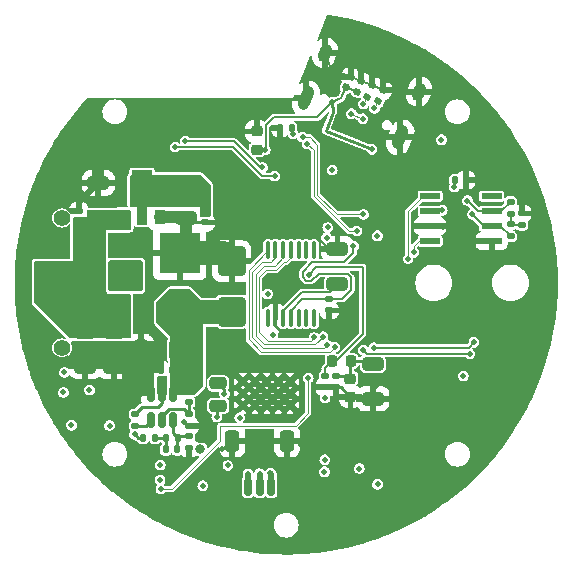
<source format=gbl>
G04 #@! TF.GenerationSoftware,KiCad,Pcbnew,(7.0.0)*
G04 #@! TF.CreationDate,2023-03-23T23:46:18+08:00*
G04 #@! TF.ProjectId,ServoLess,53657276-6f4c-4657-9373-2e6b69636164,rev?*
G04 #@! TF.SameCoordinates,Original*
G04 #@! TF.FileFunction,Copper,L4,Bot*
G04 #@! TF.FilePolarity,Positive*
%FSLAX46Y46*%
G04 Gerber Fmt 4.6, Leading zero omitted, Abs format (unit mm)*
G04 Created by KiCad (PCBNEW (7.0.0)) date 2023-03-23 23:46:18*
%MOMM*%
%LPD*%
G01*
G04 APERTURE LIST*
G04 Aperture macros list*
%AMRoundRect*
0 Rectangle with rounded corners*
0 $1 Rounding radius*
0 $2 $3 $4 $5 $6 $7 $8 $9 X,Y pos of 4 corners*
0 Add a 4 corners polygon primitive as box body*
4,1,4,$2,$3,$4,$5,$6,$7,$8,$9,$2,$3,0*
0 Add four circle primitives for the rounded corners*
1,1,$1+$1,$2,$3*
1,1,$1+$1,$4,$5*
1,1,$1+$1,$6,$7*
1,1,$1+$1,$8,$9*
0 Add four rect primitives between the rounded corners*
20,1,$1+$1,$2,$3,$4,$5,0*
20,1,$1+$1,$4,$5,$6,$7,0*
20,1,$1+$1,$6,$7,$8,$9,0*
20,1,$1+$1,$8,$9,$2,$3,0*%
%AMHorizOval*
0 Thick line with rounded ends*
0 $1 width*
0 $2 $3 position (X,Y) of the first rounded end (center of the circle)*
0 $4 $5 position (X,Y) of the second rounded end (center of the circle)*
0 Add line between two ends*
20,1,$1,$2,$3,$4,$5,0*
0 Add two circle primitives to create the rounded ends*
1,1,$1,$2,$3*
1,1,$1,$4,$5*%
%AMFreePoly0*
4,1,9,3.862500,-0.866500,0.737500,-0.866500,0.737500,-0.450000,-0.737500,-0.450000,-0.737500,0.450000,0.737500,0.450000,0.737500,0.866500,3.862500,0.866500,3.862500,-0.866500,3.862500,-0.866500,$1*%
G04 Aperture macros list end*
G04 #@! TA.AperFunction,ComponentPad*
%ADD10HorizOval,1.000000X0.210476X0.508134X-0.210476X-0.508134X0*%
G04 #@! TD*
G04 #@! TA.AperFunction,ComponentPad*
%ADD11HorizOval,1.000000X0.114805X0.277164X-0.114805X-0.277164X0*%
G04 #@! TD*
G04 #@! TA.AperFunction,ComponentPad*
%ADD12C,1.400000*%
G04 #@! TD*
G04 #@! TA.AperFunction,ComponentPad*
%ADD13R,3.500000X3.500000*%
G04 #@! TD*
G04 #@! TA.AperFunction,ComponentPad*
%ADD14C,3.500000*%
G04 #@! TD*
G04 #@! TA.AperFunction,ComponentPad*
%ADD15C,0.500000*%
G04 #@! TD*
G04 #@! TA.AperFunction,SMDPad,CuDef*
%ADD16RoundRect,0.100000X-0.100000X0.637500X-0.100000X-0.637500X0.100000X-0.637500X0.100000X0.637500X0*%
G04 #@! TD*
G04 #@! TA.AperFunction,SMDPad,CuDef*
%ADD17RoundRect,0.218750X0.218750X0.256250X-0.218750X0.256250X-0.218750X-0.256250X0.218750X-0.256250X0*%
G04 #@! TD*
G04 #@! TA.AperFunction,SMDPad,CuDef*
%ADD18RoundRect,0.140000X-0.170000X0.140000X-0.170000X-0.140000X0.170000X-0.140000X0.170000X0.140000X0*%
G04 #@! TD*
G04 #@! TA.AperFunction,SMDPad,CuDef*
%ADD19RoundRect,0.250000X-0.650000X0.325000X-0.650000X-0.325000X0.650000X-0.325000X0.650000X0.325000X0*%
G04 #@! TD*
G04 #@! TA.AperFunction,SMDPad,CuDef*
%ADD20RoundRect,0.135000X0.185000X-0.135000X0.185000X0.135000X-0.185000X0.135000X-0.185000X-0.135000X0*%
G04 #@! TD*
G04 #@! TA.AperFunction,SMDPad,CuDef*
%ADD21RoundRect,0.140000X0.170000X-0.140000X0.170000X0.140000X-0.170000X0.140000X-0.170000X-0.140000X0*%
G04 #@! TD*
G04 #@! TA.AperFunction,SMDPad,CuDef*
%ADD22RoundRect,0.225000X-0.250000X0.225000X-0.250000X-0.225000X0.250000X-0.225000X0.250000X0.225000X0*%
G04 #@! TD*
G04 #@! TA.AperFunction,SMDPad,CuDef*
%ADD23RoundRect,0.225000X0.250000X-0.225000X0.250000X0.225000X-0.250000X0.225000X-0.250000X-0.225000X0*%
G04 #@! TD*
G04 #@! TA.AperFunction,SMDPad,CuDef*
%ADD24RoundRect,0.250000X0.325000X0.650000X-0.325000X0.650000X-0.325000X-0.650000X0.325000X-0.650000X0*%
G04 #@! TD*
G04 #@! TA.AperFunction,SMDPad,CuDef*
%ADD25RoundRect,0.150000X-0.150000X-0.625000X0.150000X-0.625000X0.150000X0.625000X-0.150000X0.625000X0*%
G04 #@! TD*
G04 #@! TA.AperFunction,SMDPad,CuDef*
%ADD26RoundRect,0.250000X-0.350000X-0.650000X0.350000X-0.650000X0.350000X0.650000X-0.350000X0.650000X0*%
G04 #@! TD*
G04 #@! TA.AperFunction,SMDPad,CuDef*
%ADD27RoundRect,0.140000X0.140000X0.170000X-0.140000X0.170000X-0.140000X-0.170000X0.140000X-0.170000X0*%
G04 #@! TD*
G04 #@! TA.AperFunction,SMDPad,CuDef*
%ADD28RoundRect,0.250000X-0.900000X1.000000X-0.900000X-1.000000X0.900000X-1.000000X0.900000X1.000000X0*%
G04 #@! TD*
G04 #@! TA.AperFunction,SMDPad,CuDef*
%ADD29RoundRect,0.250000X0.475000X-0.250000X0.475000X0.250000X-0.475000X0.250000X-0.475000X-0.250000X0*%
G04 #@! TD*
G04 #@! TA.AperFunction,SMDPad,CuDef*
%ADD30RoundRect,0.135000X0.119255X-0.195520X0.222580X0.053927X-0.119255X0.195520X-0.222580X-0.053927X0*%
G04 #@! TD*
G04 #@! TA.AperFunction,SMDPad,CuDef*
%ADD31RoundRect,0.140000X-0.140000X-0.170000X0.140000X-0.170000X0.140000X0.170000X-0.140000X0.170000X0*%
G04 #@! TD*
G04 #@! TA.AperFunction,SMDPad,CuDef*
%ADD32RoundRect,0.135000X-0.135000X-0.185000X0.135000X-0.185000X0.135000X0.185000X-0.135000X0.185000X0*%
G04 #@! TD*
G04 #@! TA.AperFunction,SMDPad,CuDef*
%ADD33R,1.690599X0.532600*%
G04 #@! TD*
G04 #@! TA.AperFunction,SMDPad,CuDef*
%ADD34R,1.500000X2.200000*%
G04 #@! TD*
G04 #@! TA.AperFunction,SMDPad,CuDef*
%ADD35RoundRect,0.135000X-0.185000X0.135000X-0.185000X-0.135000X0.185000X-0.135000X0.185000X0.135000X0*%
G04 #@! TD*
G04 #@! TA.AperFunction,SMDPad,CuDef*
%ADD36RoundRect,0.140000X0.103484X-0.194399X0.210635X0.064287X-0.103484X0.194399X-0.210635X-0.064287X0*%
G04 #@! TD*
G04 #@! TA.AperFunction,SMDPad,CuDef*
%ADD37R,0.900000X1.300000*%
G04 #@! TD*
G04 #@! TA.AperFunction,SMDPad,CuDef*
%ADD38FreePoly0,90.000000*%
G04 #@! TD*
G04 #@! TA.AperFunction,SMDPad,CuDef*
%ADD39RoundRect,0.250000X0.650000X-0.325000X0.650000X0.325000X-0.650000X0.325000X-0.650000X-0.325000X0*%
G04 #@! TD*
G04 #@! TA.AperFunction,SMDPad,CuDef*
%ADD40RoundRect,0.150000X-0.150000X0.512500X-0.150000X-0.512500X0.150000X-0.512500X0.150000X0.512500X0*%
G04 #@! TD*
G04 #@! TA.AperFunction,ViaPad*
%ADD41C,0.500000*%
G04 #@! TD*
G04 #@! TA.AperFunction,ViaPad*
%ADD42C,1.000000*%
G04 #@! TD*
G04 #@! TA.AperFunction,ViaPad*
%ADD43C,0.800000*%
G04 #@! TD*
G04 #@! TA.AperFunction,Conductor*
%ADD44C,0.100000*%
G04 #@! TD*
G04 #@! TA.AperFunction,Conductor*
%ADD45C,0.250000*%
G04 #@! TD*
G04 #@! TA.AperFunction,Conductor*
%ADD46C,0.500000*%
G04 #@! TD*
G04 #@! TA.AperFunction,Conductor*
%ADD47C,2.000000*%
G04 #@! TD*
G04 #@! TA.AperFunction,Conductor*
%ADD48C,1.000000*%
G04 #@! TD*
G04 #@! TA.AperFunction,Conductor*
%ADD49C,0.200000*%
G04 #@! TD*
G04 #@! TA.AperFunction,Conductor*
%ADD50C,0.150000*%
G04 #@! TD*
G04 APERTURE END LIST*
D10*
X149457662Y-77877562D03*
D11*
X151057279Y-74015746D03*
D10*
X141475343Y-74571178D03*
D11*
X143074960Y-70709361D03*
D12*
X120800000Y-95700000D03*
X120800000Y-84700000D03*
D13*
X130799999Y-87699999D03*
D14*
X130800000Y-92700000D03*
D15*
X136150000Y-100550002D03*
X137150000Y-100550002D03*
X138150001Y-100550002D03*
X139150002Y-100550002D03*
X140150002Y-100550002D03*
X136150000Y-99550001D03*
X137150000Y-99550001D03*
X138150001Y-99550001D03*
X139150002Y-99550001D03*
X140150002Y-99550001D03*
X136150000Y-98550000D03*
X137150000Y-98550000D03*
X138150001Y-98550000D03*
X139150002Y-98550000D03*
X140150002Y-98550000D03*
D16*
X138250000Y-87437500D03*
X138900000Y-87437500D03*
X139550000Y-87437500D03*
X140200000Y-87437500D03*
X140850000Y-87437500D03*
X141500000Y-87437500D03*
X142150000Y-87437500D03*
X142150000Y-93162500D03*
X141500000Y-93162500D03*
X140850000Y-93162500D03*
X140200000Y-93162500D03*
X139550000Y-93162500D03*
X138900000Y-93162500D03*
X138250000Y-93162500D03*
D17*
X145287500Y-96825000D03*
X143712500Y-96825000D03*
D18*
X144050000Y-98045000D03*
X144050000Y-99005000D03*
D19*
X125200000Y-94325000D03*
X125200000Y-97275000D03*
D18*
X143450000Y-91570000D03*
X143450000Y-92530000D03*
X143100000Y-98045000D03*
X143100000Y-99005000D03*
D20*
X158800000Y-86260000D03*
X158800000Y-85240000D03*
D21*
X122250000Y-85080000D03*
X122250000Y-84120000D03*
D22*
X145250000Y-98300000D03*
X145250000Y-99850000D03*
D23*
X137300000Y-78925000D03*
X137300000Y-77375000D03*
D24*
X130475000Y-95900000D03*
X127525000Y-95900000D03*
D19*
X147150000Y-97050000D03*
X147150000Y-100000000D03*
D25*
X136550000Y-107450000D03*
X137550000Y-107450000D03*
X138550000Y-107450000D03*
D26*
X135250000Y-103575000D03*
X139850000Y-103575000D03*
D19*
X122800000Y-94325000D03*
X122800000Y-97275000D03*
D27*
X140280000Y-77075000D03*
X139320000Y-77075000D03*
D28*
X135200000Y-88350000D03*
X135200000Y-92650000D03*
D29*
X134050000Y-100600000D03*
X134050000Y-98700000D03*
D19*
X131300000Y-81725000D03*
X131300000Y-84675000D03*
D30*
X147579831Y-74821179D03*
X147970169Y-73878821D03*
D31*
X129620000Y-104300000D03*
X130580000Y-104300000D03*
D32*
X127690000Y-103300000D03*
X128710000Y-103300000D03*
D33*
X151996499Y-86654999D03*
X151996499Y-85384999D03*
X151996499Y-84114999D03*
X151996499Y-82844999D03*
X157203499Y-82844999D03*
X157203499Y-84114999D03*
X157203499Y-85384999D03*
X157203499Y-86654999D03*
D19*
X144150000Y-87325000D03*
X144150000Y-90275000D03*
D21*
X159750000Y-85280000D03*
X159750000Y-84320000D03*
D31*
X154070000Y-81500000D03*
X155030000Y-81500000D03*
D34*
X125699999Y-89599999D03*
X119299999Y-89599999D03*
D20*
X158800000Y-84360000D03*
X158800000Y-83340000D03*
D18*
X132950000Y-84120000D03*
X132950000Y-85080000D03*
D35*
X131600000Y-101290000D03*
X131600000Y-102310000D03*
D30*
X146679831Y-74421179D03*
X147070169Y-73478821D03*
D27*
X130130000Y-97600000D03*
X129170000Y-97600000D03*
D36*
X145791312Y-73993462D03*
X146158688Y-73106538D03*
X144891312Y-73643462D03*
X145258688Y-72756538D03*
D32*
X129590000Y-103300000D03*
X130610000Y-103300000D03*
D35*
X131600000Y-103190000D03*
X131600000Y-104210000D03*
D37*
X129099999Y-84599999D03*
D38*
X127600000Y-84512500D03*
D37*
X126099999Y-84599999D03*
D21*
X127000000Y-102280000D03*
X127000000Y-101320000D03*
D35*
X131600000Y-99290000D03*
X131600000Y-100310000D03*
D39*
X123900000Y-84675000D03*
X123900000Y-81725000D03*
D40*
X128350000Y-99562500D03*
X129300000Y-99562500D03*
X130250000Y-99562500D03*
X130250000Y-101837500D03*
X129300000Y-101837500D03*
X128350000Y-101837500D03*
D41*
X148125000Y-91525000D03*
X156125000Y-86650000D03*
X133975000Y-75025000D03*
D42*
X123900000Y-80475000D03*
D41*
X132925000Y-75025000D03*
X136325000Y-75025000D03*
X139120882Y-97457831D03*
X134150000Y-79525000D03*
X143750000Y-78850000D03*
X137825000Y-101650000D03*
X123350000Y-96350000D03*
X152200000Y-92800000D03*
X151025000Y-79775000D03*
X131975000Y-75000000D03*
X138400000Y-75025000D03*
X131125000Y-101975000D03*
X153225000Y-93950000D03*
X137300000Y-76575000D03*
X138205000Y-86250500D03*
X134175000Y-81125000D03*
X135250000Y-82225000D03*
X146450000Y-98175000D03*
X128925000Y-75000000D03*
X151800000Y-99625000D03*
X149250000Y-85600000D03*
X126550000Y-95800000D03*
X138800000Y-77075000D03*
X134380000Y-104300000D03*
X135275000Y-77525000D03*
X142009551Y-85750000D03*
X125800000Y-96350000D03*
X122250000Y-96350000D03*
X139500000Y-75050000D03*
X135375000Y-75025000D03*
X155200000Y-97150000D03*
X136075000Y-81425000D03*
X141750000Y-72325000D03*
X144175000Y-93700000D03*
X136325000Y-83250000D03*
X130925000Y-75000000D03*
X136375000Y-88325000D03*
X147050000Y-90400000D03*
X133925000Y-95450000D03*
X135275000Y-79550000D03*
X147950000Y-83250000D03*
X138025000Y-83275000D03*
X136900000Y-82150000D03*
X124650000Y-96350000D03*
X141100000Y-103900000D03*
X147425000Y-98925000D03*
X139775000Y-101625000D03*
X127025000Y-97850000D03*
X153100000Y-85425000D03*
X155575000Y-81525000D03*
X127850000Y-75000000D03*
X129925000Y-75000000D03*
X131600000Y-104750000D03*
X134100000Y-76100000D03*
X159761014Y-83616234D03*
X138075000Y-82175000D03*
X134075000Y-77500000D03*
X142375000Y-101600000D03*
X145175000Y-93725000D03*
X151800000Y-97075000D03*
X135300000Y-76100000D03*
X126850000Y-75000000D03*
X143375000Y-68650000D03*
X137350000Y-75025000D03*
X139200000Y-82200000D03*
X137175000Y-101625000D03*
X143300000Y-82125000D03*
X143700000Y-80650000D03*
X145287500Y-96825000D03*
X129025000Y-81625000D03*
X131175000Y-83075000D03*
X131825000Y-83075000D03*
X129025000Y-82975000D03*
X154050000Y-82075000D03*
X130525000Y-83075000D03*
X129025000Y-82300000D03*
X147525000Y-86200000D03*
X153025000Y-84050000D03*
X138225000Y-91125000D03*
X138700000Y-94600500D03*
X141725000Y-89500500D03*
X124850000Y-102275000D03*
X143223186Y-86357602D03*
X147550000Y-107250000D03*
X129150000Y-105600000D03*
X121625000Y-102250000D03*
X143075000Y-105175000D03*
X123150000Y-99275000D03*
X120950000Y-99475000D03*
X143325000Y-85500000D03*
X143050000Y-106175000D03*
X129125000Y-106900000D03*
X132750000Y-107375000D03*
X134875000Y-105649500D03*
X145999139Y-105912091D03*
X135875000Y-101600000D03*
D43*
X132550000Y-104300000D03*
D41*
X143100000Y-99925000D03*
X143725000Y-74900000D03*
X138025000Y-78925000D03*
X147050000Y-78875000D03*
X140400000Y-77575000D03*
X154800000Y-98075000D03*
X152950000Y-78075000D03*
X145500000Y-87075500D03*
X124625000Y-93125000D03*
X120625000Y-90400000D03*
X121025000Y-97775000D03*
X120625000Y-88950000D03*
X120625000Y-89675000D03*
X122625000Y-93100000D03*
X126050000Y-93125000D03*
X126975000Y-103025000D03*
X125350000Y-93125000D03*
X123350000Y-93100000D03*
X121850000Y-93100000D03*
X127250000Y-90350000D03*
X129300000Y-98400000D03*
X127250000Y-89650000D03*
X127250000Y-89000000D03*
X133925000Y-101550000D03*
X134575000Y-99575000D03*
X147275000Y-75425000D03*
X145325000Y-75875000D03*
X146300000Y-76300000D03*
X146350000Y-75050000D03*
X155350000Y-96200000D03*
X146324452Y-95897886D03*
X155700000Y-95225000D03*
X147233556Y-95675500D03*
X155575000Y-84400000D03*
X155150000Y-83225000D03*
X136575000Y-106375000D03*
X137550000Y-106350000D03*
X138450000Y-106300000D03*
X131250000Y-78175500D03*
X137800000Y-80425000D03*
X130400000Y-78700000D03*
X138825000Y-81150000D03*
X141188572Y-77859287D03*
X146350000Y-84400000D03*
X129200000Y-107625000D03*
X141675000Y-98250000D03*
X142162820Y-94811880D03*
X142928300Y-94752800D03*
X143255804Y-95421332D03*
X143925000Y-95625000D03*
X150625000Y-87600000D03*
X150125500Y-88133991D03*
X145800000Y-85800000D03*
X141600000Y-78425000D03*
D44*
X153060000Y-85385000D02*
X153100000Y-85425000D01*
D45*
X139850000Y-103575000D02*
X140775000Y-103575000D01*
X140775000Y-103575000D02*
X141100000Y-103900000D01*
D46*
X122250000Y-84120000D02*
X122250000Y-83375000D01*
D45*
X147150000Y-99850000D02*
X147150000Y-99200000D01*
D47*
X130800000Y-87700000D02*
X134550000Y-87700000D01*
D45*
X144050000Y-99005000D02*
X144405000Y-99005000D01*
D48*
X131300000Y-84675000D02*
X131300000Y-87200000D01*
D49*
X145258688Y-72756538D02*
X143575000Y-72050000D01*
X155030000Y-81500000D02*
X155550000Y-81500000D01*
D48*
X131300000Y-87200000D02*
X130800000Y-87700000D01*
D45*
X143100000Y-99005000D02*
X144050000Y-99005000D01*
X131705000Y-85080000D02*
X131300000Y-84675000D01*
X131600000Y-104210000D02*
X131600000Y-104750000D01*
D50*
X142009551Y-85886430D02*
X143448121Y-87325000D01*
D45*
X142426041Y-94225000D02*
X139273959Y-94225000D01*
D49*
X155550000Y-81500000D02*
X155575000Y-81525000D01*
X159750000Y-83627248D02*
X159761014Y-83616234D01*
D45*
X135105000Y-103575000D02*
X134380000Y-104300000D01*
X132950000Y-85080000D02*
X131705000Y-85080000D01*
D46*
X122250000Y-83375000D02*
X123900000Y-81725000D01*
D49*
X137300000Y-77375000D02*
X137300000Y-76575000D01*
D44*
X157203500Y-86655000D02*
X156130000Y-86655000D01*
D50*
X143448121Y-87325000D02*
X144150000Y-87325000D01*
D45*
X131460000Y-102310000D02*
X131600000Y-102310000D01*
X147150000Y-99200000D02*
X147425000Y-98925000D01*
D49*
X146158688Y-73106538D02*
X147070169Y-73478821D01*
D45*
X139273959Y-94225000D02*
X138900000Y-93851041D01*
X143450000Y-93201041D02*
X142426041Y-94225000D01*
D48*
X129100000Y-84600000D02*
X131225000Y-84600000D01*
D45*
X147150000Y-99850000D02*
X145250000Y-99850000D01*
D48*
X131225000Y-84600000D02*
X131300000Y-84675000D01*
D47*
X134550000Y-87700000D02*
X135200000Y-88350000D01*
D49*
X159750000Y-84320000D02*
X159750000Y-83627248D01*
D45*
X131125000Y-101975000D02*
X131460000Y-102310000D01*
D48*
X123900000Y-80475000D02*
X123900000Y-81725000D01*
D49*
X145258688Y-72756538D02*
X146158688Y-73106538D01*
D45*
X144405000Y-99005000D02*
X145250000Y-99850000D01*
D49*
X139320000Y-77075000D02*
X138800000Y-77075000D01*
D45*
X143450000Y-92530000D02*
X143450000Y-93201041D01*
D44*
X156130000Y-86655000D02*
X156125000Y-86650000D01*
D49*
X147070169Y-73478821D02*
X147970169Y-73878821D01*
D45*
X138900000Y-93851041D02*
X138900000Y-93162500D01*
D50*
X142009551Y-85750000D02*
X142009551Y-85886430D01*
D44*
X151996500Y-85385000D02*
X153060000Y-85385000D01*
D49*
X143575000Y-72050000D02*
X143074961Y-70709362D01*
D45*
X135250000Y-103575000D02*
X135105000Y-103575000D01*
X144050000Y-98045000D02*
X144995000Y-98045000D01*
X145250000Y-96862500D02*
X145287500Y-96825000D01*
X144995000Y-98045000D02*
X145250000Y-98300000D01*
X145250000Y-98300000D02*
X145250000Y-96862500D01*
D44*
X151996500Y-84115000D02*
X152960000Y-84115000D01*
D45*
X147075000Y-96825000D02*
X147150000Y-96900000D01*
D44*
X154070000Y-82055000D02*
X154050000Y-82075000D01*
X154070000Y-81500000D02*
X154070000Y-82055000D01*
X152960000Y-84115000D02*
X153025000Y-84050000D01*
D45*
X145287500Y-96825000D02*
X147075000Y-96825000D01*
D49*
X142350500Y-88875000D02*
X141725000Y-89500500D01*
X143100000Y-97437500D02*
X143712500Y-96825000D01*
X143100000Y-98045000D02*
X143100000Y-97437500D01*
X146300000Y-88875000D02*
X142350500Y-88875000D01*
X144000000Y-96825000D02*
X146300000Y-94525000D01*
X143712500Y-96825000D02*
X144000000Y-96825000D01*
X146300000Y-94525000D02*
X146300000Y-88875000D01*
D47*
X135150000Y-92700000D02*
X135200000Y-92650000D01*
X130800000Y-92700000D02*
X135150000Y-92700000D01*
D49*
X143725000Y-74900000D02*
X142450000Y-76175000D01*
X143725000Y-74900000D02*
X144475000Y-74575000D01*
X138075000Y-78875000D02*
X138075000Y-76850000D01*
X138025000Y-78925000D02*
X138075000Y-78875000D01*
D45*
X143775000Y-75725000D02*
X143725000Y-74900000D01*
D49*
X144891312Y-73643462D02*
X145791312Y-73993462D01*
D45*
X143150000Y-77300000D02*
X143775000Y-75725000D01*
D49*
X138025000Y-78925000D02*
X137300000Y-78925000D01*
D45*
X147050000Y-78875000D02*
X143150000Y-77300000D01*
D49*
X144475000Y-74575000D02*
X144891312Y-73643462D01*
X142450000Y-76175000D02*
X138750000Y-76175000D01*
X138075000Y-76850000D02*
X138750000Y-76175000D01*
D44*
X140400000Y-77575000D02*
X140400000Y-77195000D01*
X140400000Y-77195000D02*
X140280000Y-77075000D01*
D50*
X145325000Y-89725000D02*
X145325000Y-90817462D01*
X142000000Y-88450000D02*
X141200000Y-89250000D01*
X141200000Y-89717963D02*
X141507537Y-90025500D01*
D45*
X127250000Y-103300000D02*
X126975000Y-103025000D01*
D46*
X122250000Y-85080000D02*
X123495000Y-85080000D01*
D48*
X126025000Y-84675000D02*
X126100000Y-84600000D01*
D50*
X141200000Y-89250000D02*
X141200000Y-89717963D01*
X141174670Y-91570000D02*
X143450000Y-91570000D01*
D45*
X127690000Y-103300000D02*
X127250000Y-103300000D01*
D50*
X145500000Y-87075500D02*
X145500000Y-87692462D01*
X145325000Y-90817462D02*
X144572462Y-91570000D01*
X145025000Y-89425000D02*
X145325000Y-89725000D01*
X144572462Y-91570000D02*
X143450000Y-91570000D01*
X140200000Y-93162500D02*
X140200000Y-92544670D01*
X141942463Y-90025500D02*
X142542963Y-89425000D01*
D48*
X123900000Y-84675000D02*
X126025000Y-84675000D01*
D50*
X144742462Y-88450000D02*
X142000000Y-88450000D01*
X145500000Y-87692462D02*
X144742462Y-88450000D01*
X141507537Y-90025500D02*
X141942463Y-90025500D01*
D46*
X123495000Y-85080000D02*
X123900000Y-84675000D01*
D50*
X142542963Y-89425000D02*
X145025000Y-89425000D01*
X140200000Y-92544670D02*
X141174670Y-91570000D01*
D45*
X127000000Y-102280000D02*
X127907500Y-102280000D01*
X127907500Y-102280000D02*
X128350000Y-101837500D01*
X127000000Y-101320000D02*
X127595000Y-100725000D01*
X129300000Y-100350000D02*
X129300000Y-99562500D01*
X128925000Y-100725000D02*
X129300000Y-100350000D01*
X127595000Y-100725000D02*
X128925000Y-100725000D01*
X129590000Y-104270000D02*
X129620000Y-104300000D01*
X128710000Y-103300000D02*
X129590000Y-103300000D01*
X129590000Y-103300000D02*
X129590000Y-104270000D01*
X130580000Y-104300000D02*
X130580000Y-103330000D01*
X130250000Y-101837500D02*
X130250000Y-102940000D01*
X130580000Y-103330000D02*
X130610000Y-103300000D01*
X130720000Y-103190000D02*
X130610000Y-103300000D01*
X130250000Y-102940000D02*
X130610000Y-103300000D01*
X131600000Y-103190000D02*
X130720000Y-103190000D01*
D49*
X158840000Y-85280000D02*
X158800000Y-85240000D01*
X158800000Y-85240000D02*
X158800000Y-84360000D01*
X159750000Y-85280000D02*
X158840000Y-85280000D01*
D45*
X133925000Y-100725000D02*
X134050000Y-100600000D01*
X133925000Y-101550000D02*
X133925000Y-100725000D01*
X134575000Y-99225000D02*
X134050000Y-98700000D01*
X134575000Y-99575000D02*
X134575000Y-99225000D01*
D44*
X147275000Y-75425000D02*
X147579831Y-74821179D01*
X146300000Y-76300000D02*
X145325000Y-75875000D01*
X146350000Y-75050000D02*
X146679831Y-74421179D01*
D50*
X146626566Y-96200000D02*
X146324452Y-95897886D01*
X155350000Y-96200000D02*
X146626566Y-96200000D01*
X155249500Y-95675500D02*
X147233556Y-95675500D01*
X155700000Y-95225000D02*
X155249500Y-95675500D01*
D49*
X157203500Y-85385000D02*
X157925000Y-85385000D01*
X155575000Y-84400000D02*
X156560000Y-85385000D01*
X157925000Y-85385000D02*
X158800000Y-86260000D01*
X156560000Y-85385000D02*
X157203500Y-85385000D01*
X158025000Y-84115000D02*
X158800000Y-83340000D01*
X155150000Y-83225000D02*
X155177818Y-83225000D01*
X157203500Y-84115000D02*
X158025000Y-84115000D01*
X156067818Y-84115000D02*
X157203500Y-84115000D01*
X155177818Y-83225000D02*
X156067818Y-84115000D01*
D46*
X136575000Y-106375000D02*
X136575000Y-107475000D01*
X137550000Y-106350000D02*
X137550000Y-107500000D01*
X138550000Y-106400000D02*
X138450000Y-106300000D01*
X138550000Y-107450000D02*
X138550000Y-106400000D01*
D50*
X131250000Y-78175500D02*
X131250500Y-78175000D01*
X137617893Y-80425000D02*
X135375000Y-78182107D01*
X135375000Y-78182107D02*
X135375000Y-78175000D01*
X137800000Y-80425000D02*
X137617893Y-80425000D01*
X131250500Y-78175000D02*
X135375000Y-78175000D01*
X137775000Y-81150000D02*
X138825000Y-81150000D01*
X130400000Y-78700000D02*
X135325000Y-78700000D01*
X135325000Y-78700000D02*
X137775000Y-81150000D01*
D44*
X144126875Y-84400000D02*
X142447880Y-82721005D01*
X141784287Y-77859287D02*
X141188572Y-77859287D01*
X142447880Y-78522880D02*
X141784287Y-77859287D01*
X142447880Y-82721005D02*
X142447880Y-78522880D01*
X146350000Y-84400000D02*
X144126875Y-84400000D01*
D45*
X131600000Y-100310000D02*
X131600000Y-101290000D01*
X129300000Y-101837500D02*
X129300000Y-101453249D01*
X131160000Y-100850000D02*
X131600000Y-101290000D01*
X129903249Y-100850000D02*
X131160000Y-100850000D01*
X129300000Y-101453249D02*
X129903249Y-100850000D01*
D44*
X141675000Y-99025001D02*
X141675000Y-101225000D01*
X140600000Y-102300000D02*
X134175000Y-102300000D01*
X134175000Y-103594239D02*
X130144239Y-107625000D01*
X141675000Y-98250000D02*
X141675000Y-99025001D01*
X130144239Y-107625000D02*
X129200000Y-107625000D01*
X141675000Y-101225000D02*
X140600000Y-102300000D01*
X134175000Y-102300000D02*
X134175000Y-103594239D01*
X139625000Y-88425000D02*
X139794975Y-88425000D01*
X140200000Y-88019975D02*
X140200000Y-87437500D01*
X137525000Y-89675000D02*
X138100000Y-89100000D01*
X138950000Y-89100000D02*
X139625000Y-88425000D01*
X139794975Y-88425000D02*
X140200000Y-88019975D01*
X141874700Y-95100000D02*
X138250000Y-95100000D01*
X138100000Y-89100000D02*
X138950000Y-89100000D01*
X142162820Y-94811880D02*
X141874700Y-95100000D01*
X138250000Y-95100000D02*
X137525000Y-94375000D01*
X137525000Y-94375000D02*
X137525000Y-89675000D01*
X137225000Y-89450000D02*
X137950000Y-88725000D01*
X139550000Y-88019975D02*
X139550000Y-87437500D01*
X138844975Y-88725000D02*
X139550000Y-88019975D01*
X137950000Y-88725000D02*
X138844975Y-88725000D01*
X137225000Y-94675000D02*
X137225000Y-89450000D01*
X142928300Y-94752800D02*
X142281100Y-95400000D01*
X142281100Y-95400000D02*
X137950000Y-95400000D01*
X137950000Y-95400000D02*
X137225000Y-94675000D01*
X138900000Y-88019975D02*
X138900000Y-87437500D01*
X138494975Y-88425000D02*
X138900000Y-88019975D01*
X136925000Y-89250000D02*
X137750000Y-88425000D01*
X137750000Y-88425000D02*
X138494975Y-88425000D01*
X142977136Y-95700000D02*
X137825000Y-95700000D01*
X137825000Y-95700000D02*
X136925000Y-94800000D01*
X143255804Y-95421332D02*
X142977136Y-95700000D01*
X136925000Y-94800000D02*
X136925000Y-89250000D01*
X136625000Y-89062500D02*
X136625000Y-94975000D01*
X138250000Y-87437500D02*
X136625000Y-89062500D01*
X137700000Y-96050000D02*
X143500000Y-96050000D01*
X136625000Y-94975000D02*
X137700000Y-96050000D01*
X143500000Y-96050000D02*
X143925000Y-95625000D01*
X150625000Y-87075000D02*
X151045000Y-86655000D01*
X150625000Y-87600000D02*
X150625000Y-87075000D01*
X151045000Y-86655000D02*
X151996500Y-86655000D01*
X150125000Y-88133491D02*
X150125000Y-84137501D01*
X151417501Y-82845000D02*
X151996500Y-82845000D01*
X150125000Y-84137501D02*
X151417501Y-82845000D01*
X150125500Y-88133991D02*
X150125000Y-88133491D01*
X145102611Y-85800000D02*
X142147880Y-82845269D01*
X142147880Y-78972880D02*
X141600000Y-78425000D01*
X142147880Y-82845269D02*
X142147880Y-78972880D01*
X145800000Y-85800000D02*
X145102611Y-85800000D01*
D50*
X143475000Y-90950000D02*
X144150000Y-90275000D01*
X139550000Y-92544670D02*
X141144670Y-90950000D01*
X141144670Y-90950000D02*
X143475000Y-90950000D01*
X139550000Y-93162500D02*
X139550000Y-92544670D01*
G04 #@! TA.AperFunction,Conductor*
G36*
X128629914Y-98275011D02*
G01*
X128644500Y-98310225D01*
X128644500Y-98354888D01*
X128633197Y-98386480D01*
X128625000Y-98391394D01*
X128625000Y-98270097D01*
X128629914Y-98275011D01*
G37*
G04 #@! TD.AperFunction*
G04 #@! TA.AperFunction,Conductor*
G36*
X145984914Y-89190086D02*
G01*
X145999500Y-89225300D01*
X145999500Y-94379901D01*
X145995709Y-94398959D01*
X145984914Y-94415115D01*
X144202317Y-96197710D01*
X144174893Y-96211683D01*
X144144494Y-96206868D01*
X144065914Y-96166829D01*
X144065912Y-96166828D01*
X144062420Y-96165049D01*
X144058550Y-96164436D01*
X144058547Y-96164435D01*
X144035697Y-96160816D01*
X144006678Y-96145170D01*
X143993792Y-96114826D01*
X144002685Y-96083080D01*
X144029458Y-96063847D01*
X144114069Y-96039004D01*
X144223049Y-95968967D01*
X144307882Y-95871063D01*
X144361697Y-95753226D01*
X144380133Y-95625000D01*
X144361697Y-95496774D01*
X144307882Y-95378937D01*
X144223049Y-95281033D01*
X144130373Y-95221474D01*
X144117066Y-95212922D01*
X144117065Y-95212921D01*
X144114069Y-95210996D01*
X144110656Y-95209993D01*
X144110652Y-95209992D01*
X143993187Y-95175502D01*
X143993182Y-95175501D01*
X143989772Y-95174500D01*
X143860228Y-95174500D01*
X143856818Y-95175501D01*
X143856812Y-95175502D01*
X143739344Y-95209993D01*
X143739338Y-95209995D01*
X143735931Y-95210996D01*
X143732941Y-95212916D01*
X143732933Y-95212921D01*
X143721710Y-95220133D01*
X143694787Y-95228037D01*
X143667864Y-95220131D01*
X143649489Y-95198924D01*
X143640167Y-95178511D01*
X143640165Y-95178508D01*
X143638686Y-95175269D01*
X143624003Y-95158324D01*
X143602392Y-95133383D01*
X143553853Y-95077365D01*
X143444873Y-95007328D01*
X143441457Y-95006325D01*
X143441455Y-95006324D01*
X143378724Y-94987905D01*
X143355117Y-94972734D01*
X143343461Y-94947208D01*
X143347454Y-94919438D01*
X143364997Y-94881026D01*
X143383433Y-94752800D01*
X143364997Y-94624574D01*
X143311182Y-94506737D01*
X143307858Y-94502901D01*
X143278516Y-94469038D01*
X143226349Y-94408833D01*
X143154070Y-94362382D01*
X143120366Y-94340722D01*
X143120365Y-94340721D01*
X143117369Y-94338796D01*
X143113956Y-94337793D01*
X143113952Y-94337792D01*
X142996487Y-94303302D01*
X142996482Y-94303301D01*
X142993072Y-94302300D01*
X142863528Y-94302300D01*
X142860118Y-94303301D01*
X142860112Y-94303302D01*
X142742647Y-94337792D01*
X142742640Y-94337794D01*
X142739231Y-94338796D01*
X142736236Y-94340720D01*
X142736233Y-94340722D01*
X142633247Y-94406907D01*
X142633244Y-94406909D01*
X142630251Y-94408833D01*
X142627922Y-94411520D01*
X142627916Y-94411526D01*
X142557599Y-94492677D01*
X142533993Y-94507848D01*
X142505932Y-94507848D01*
X142482326Y-94492676D01*
X142463202Y-94470605D01*
X142463200Y-94470603D01*
X142460869Y-94467913D01*
X142392333Y-94423868D01*
X142354886Y-94399802D01*
X142354885Y-94399801D01*
X142351889Y-94397876D01*
X142348476Y-94396873D01*
X142348472Y-94396872D01*
X142231007Y-94362382D01*
X142231002Y-94362381D01*
X142227592Y-94361380D01*
X142098048Y-94361380D01*
X142094638Y-94362381D01*
X142094632Y-94362382D01*
X141977167Y-94396872D01*
X141977160Y-94396874D01*
X141973751Y-94397876D01*
X141970756Y-94399800D01*
X141970753Y-94399802D01*
X141867767Y-94465987D01*
X141867764Y-94465989D01*
X141864771Y-94467913D01*
X141862440Y-94470602D01*
X141862440Y-94470603D01*
X141782270Y-94563124D01*
X141782265Y-94563130D01*
X141779938Y-94565817D01*
X141778459Y-94569055D01*
X141778458Y-94569057D01*
X141727600Y-94680418D01*
X141727598Y-94680423D01*
X141726123Y-94683654D01*
X141725617Y-94687171D01*
X141725616Y-94687176D01*
X141708419Y-94806787D01*
X141691738Y-94837336D01*
X141659126Y-94849500D01*
X139159032Y-94849500D01*
X139128248Y-94838845D01*
X139110636Y-94811441D01*
X139113732Y-94779012D01*
X139124092Y-94756326D01*
X139136697Y-94728726D01*
X139155133Y-94600500D01*
X139136697Y-94472274D01*
X139134705Y-94467913D01*
X139127456Y-94452039D01*
X139123520Y-94423868D01*
X139135647Y-94398138D01*
X139156856Y-94385101D01*
X139156631Y-94384556D01*
X139299568Y-94325350D01*
X139305181Y-94322109D01*
X139425333Y-94229913D01*
X139429913Y-94225333D01*
X139510752Y-94119983D01*
X139528235Y-94105635D01*
X139550258Y-94100499D01*
X139694864Y-94100499D01*
X139719991Y-94097585D01*
X139822765Y-94052206D01*
X139839786Y-94035185D01*
X139875000Y-94020599D01*
X139910214Y-94035185D01*
X139927235Y-94052206D01*
X140030009Y-94097585D01*
X140055135Y-94100500D01*
X140344864Y-94100499D01*
X140369991Y-94097585D01*
X140472765Y-94052206D01*
X140489786Y-94035185D01*
X140525000Y-94020599D01*
X140560214Y-94035185D01*
X140577235Y-94052206D01*
X140680009Y-94097585D01*
X140705135Y-94100500D01*
X140994864Y-94100499D01*
X141019991Y-94097585D01*
X141122765Y-94052206D01*
X141139786Y-94035185D01*
X141175000Y-94020599D01*
X141210214Y-94035185D01*
X141227235Y-94052206D01*
X141330009Y-94097585D01*
X141355135Y-94100500D01*
X141644864Y-94100499D01*
X141669991Y-94097585D01*
X141772765Y-94052206D01*
X141789786Y-94035185D01*
X141825000Y-94020599D01*
X141860214Y-94035185D01*
X141877235Y-94052206D01*
X141980009Y-94097585D01*
X142005135Y-94100500D01*
X142294864Y-94100499D01*
X142319991Y-94097585D01*
X142422765Y-94052206D01*
X142502206Y-93972765D01*
X142547585Y-93869991D01*
X142550500Y-93844865D01*
X142550499Y-92802937D01*
X142562686Y-92770299D01*
X142593282Y-92753635D01*
X142627313Y-92761101D01*
X142648122Y-92789044D01*
X142687095Y-92923190D01*
X142689561Y-92928889D01*
X142768686Y-93062682D01*
X142772494Y-93067591D01*
X142882408Y-93177505D01*
X142887317Y-93181313D01*
X143021110Y-93260438D01*
X143026809Y-93262904D01*
X143176638Y-93306434D01*
X143181631Y-93307345D01*
X143193132Y-93308250D01*
X143198511Y-93307180D01*
X143199999Y-93301904D01*
X143700000Y-93301904D01*
X143701487Y-93307180D01*
X143706864Y-93308250D01*
X143718379Y-93307344D01*
X143723355Y-93306435D01*
X143873190Y-93262904D01*
X143878889Y-93260438D01*
X144012682Y-93181313D01*
X144017591Y-93177505D01*
X144127505Y-93067591D01*
X144131313Y-93062682D01*
X144210438Y-92928889D01*
X144212904Y-92923190D01*
X144252341Y-92787445D01*
X144252192Y-92781736D01*
X144246752Y-92780000D01*
X143709906Y-92780000D01*
X143702901Y-92782901D01*
X143700000Y-92789906D01*
X143700000Y-93301904D01*
X143199999Y-93301904D01*
X143200000Y-93301902D01*
X143200000Y-92329800D01*
X143214586Y-92294586D01*
X143249800Y-92280000D01*
X144246752Y-92280000D01*
X144252192Y-92278263D01*
X144252341Y-92272554D01*
X144212904Y-92136809D01*
X144210438Y-92131110D01*
X144131313Y-91997317D01*
X144127505Y-91992408D01*
X144065611Y-91930514D01*
X144051025Y-91895300D01*
X144065611Y-91860086D01*
X144100825Y-91845500D01*
X144540425Y-91845500D01*
X144550141Y-91846457D01*
X144572462Y-91850897D01*
X144599594Y-91845500D01*
X144599595Y-91845500D01*
X144679957Y-91829515D01*
X144739487Y-91789738D01*
X144748084Y-91783994D01*
X144748085Y-91783992D01*
X144771086Y-91768624D01*
X144783731Y-91749699D01*
X144789919Y-91742158D01*
X145497160Y-91034916D01*
X145504695Y-91028733D01*
X145523624Y-91016086D01*
X145545525Y-90983310D01*
X145584515Y-90924957D01*
X145585256Y-90921231D01*
X145600500Y-90844595D01*
X145600500Y-90844591D01*
X145605896Y-90817462D01*
X145601457Y-90795144D01*
X145600500Y-90785429D01*
X145600500Y-89757037D01*
X145601457Y-89747321D01*
X145604940Y-89729811D01*
X145605897Y-89725000D01*
X145595951Y-89675000D01*
X145584515Y-89617505D01*
X145556471Y-89575534D01*
X145538994Y-89549378D01*
X145538992Y-89549376D01*
X145523624Y-89526376D01*
X145519546Y-89523651D01*
X145519545Y-89523650D01*
X145504700Y-89513731D01*
X145497154Y-89507538D01*
X145250130Y-89260514D01*
X145235544Y-89225300D01*
X145250130Y-89190086D01*
X145285344Y-89175500D01*
X145949700Y-89175500D01*
X145984914Y-89190086D01*
G37*
G04 #@! TD.AperFunction*
G04 #@! TA.AperFunction,Conductor*
G36*
X141210214Y-88310184D02*
G01*
X141227235Y-88327206D01*
X141330009Y-88372585D01*
X141355135Y-88375500D01*
X141564655Y-88375499D01*
X141592322Y-88383892D01*
X141610664Y-88406241D01*
X141613498Y-88435014D01*
X141599869Y-88460513D01*
X141027843Y-89032539D01*
X141020299Y-89038730D01*
X141005455Y-89048649D01*
X141005450Y-89048653D01*
X141001376Y-89051376D01*
X140998653Y-89055450D01*
X140998651Y-89055453D01*
X140943209Y-89138427D01*
X140943207Y-89138430D01*
X140940485Y-89142505D01*
X140926859Y-89211006D01*
X140919103Y-89250000D01*
X140920060Y-89254811D01*
X140923543Y-89272321D01*
X140924500Y-89282037D01*
X140924500Y-89685926D01*
X140923542Y-89695642D01*
X140919103Y-89717963D01*
X140920060Y-89722774D01*
X140924500Y-89745095D01*
X140924500Y-89745096D01*
X140939477Y-89820394D01*
X140940485Y-89825458D01*
X140943208Y-89829534D01*
X140943209Y-89829535D01*
X140988216Y-89896893D01*
X141001376Y-89916587D01*
X141020295Y-89929228D01*
X141027842Y-89935421D01*
X141290075Y-90197654D01*
X141296268Y-90205200D01*
X141308913Y-90224124D01*
X141331913Y-90239492D01*
X141331915Y-90239494D01*
X141333180Y-90240339D01*
X141400042Y-90285015D01*
X141480404Y-90301000D01*
X141480405Y-90301000D01*
X141507537Y-90306397D01*
X141512348Y-90305440D01*
X141529858Y-90301957D01*
X141539574Y-90301000D01*
X141910426Y-90301000D01*
X141920142Y-90301957D01*
X141942463Y-90306397D01*
X141969595Y-90301000D01*
X141969596Y-90301000D01*
X142049958Y-90285015D01*
X142116820Y-90240339D01*
X142118085Y-90239494D01*
X142119145Y-90241081D01*
X142119147Y-90241080D01*
X142118086Y-90239492D01*
X142118085Y-90239492D01*
X142141087Y-90224124D01*
X142153734Y-90205195D01*
X142159917Y-90197660D01*
X142642492Y-89715086D01*
X142677707Y-89700500D01*
X143039834Y-89700500D01*
X143069406Y-89710231D01*
X143087422Y-89735621D01*
X143086839Y-89766748D01*
X143068068Y-89820394D01*
X143052354Y-89865301D01*
X143052071Y-89868314D01*
X143052070Y-89868321D01*
X143049608Y-89894575D01*
X143049607Y-89894589D01*
X143049500Y-89895734D01*
X143049500Y-89896893D01*
X143049500Y-90624700D01*
X143034914Y-90659914D01*
X142999700Y-90674500D01*
X141176707Y-90674500D01*
X141166991Y-90673543D01*
X141149481Y-90670060D01*
X141144670Y-90669103D01*
X141139859Y-90670060D01*
X141139856Y-90670060D01*
X141117540Y-90674498D01*
X141117537Y-90674500D01*
X141041985Y-90689528D01*
X141041983Y-90689528D01*
X141037175Y-90690485D01*
X141033099Y-90693207D01*
X141033097Y-90693209D01*
X140995204Y-90718528D01*
X140995203Y-90718527D01*
X140995202Y-90718529D01*
X140969054Y-90735999D01*
X140969046Y-90736007D01*
X140950123Y-90748651D01*
X140950120Y-90748653D01*
X140946046Y-90751376D01*
X140943323Y-90755450D01*
X140943319Y-90755455D01*
X140933400Y-90770299D01*
X140927209Y-90777843D01*
X139546252Y-92158799D01*
X139521817Y-92172205D01*
X139494005Y-92170382D01*
X139471529Y-92153901D01*
X139429913Y-92099666D01*
X139425333Y-92095086D01*
X139305181Y-92002890D01*
X139299568Y-91999649D01*
X139159650Y-91941694D01*
X139153392Y-91940017D01*
X139107047Y-91933915D01*
X139101555Y-91934761D01*
X139100000Y-91940099D01*
X139100000Y-93312700D01*
X139085414Y-93347914D01*
X139050200Y-93362500D01*
X138749800Y-93362500D01*
X138714586Y-93347914D01*
X138700000Y-93312700D01*
X138700000Y-91940098D01*
X138698444Y-91934762D01*
X138692952Y-91933916D01*
X138646606Y-91940017D01*
X138640350Y-91941694D01*
X138500431Y-91999649D01*
X138494818Y-92002890D01*
X138374666Y-92095086D01*
X138370089Y-92099663D01*
X138289248Y-92205017D01*
X138271765Y-92219364D01*
X138249739Y-92224500D01*
X138106578Y-92224500D01*
X138106560Y-92224500D01*
X138105136Y-92224501D01*
X138103711Y-92224666D01*
X138103698Y-92224667D01*
X138083731Y-92226983D01*
X138083728Y-92226983D01*
X138080009Y-92227415D01*
X138076582Y-92228927D01*
X138076582Y-92228928D01*
X137981457Y-92270929D01*
X137981453Y-92270931D01*
X137977235Y-92272794D01*
X137973974Y-92276054D01*
X137973971Y-92276057D01*
X137901057Y-92348971D01*
X137901054Y-92348974D01*
X137897794Y-92352235D01*
X137895931Y-92356453D01*
X137895929Y-92356457D01*
X137870857Y-92413242D01*
X137848011Y-92437447D01*
X137815021Y-92441855D01*
X137786622Y-92424497D01*
X137775500Y-92393127D01*
X137775500Y-91427702D01*
X137784393Y-91399300D01*
X137807897Y-91381042D01*
X137837616Y-91379449D01*
X137862937Y-91395090D01*
X137926951Y-91468967D01*
X138035931Y-91539004D01*
X138160228Y-91575500D01*
X138286212Y-91575500D01*
X138289772Y-91575500D01*
X138414069Y-91539004D01*
X138523049Y-91468967D01*
X138607882Y-91371063D01*
X138661697Y-91253226D01*
X138680133Y-91125000D01*
X138661697Y-90996774D01*
X138607882Y-90878937D01*
X138599235Y-90868958D01*
X138563371Y-90827568D01*
X138523049Y-90781033D01*
X138425789Y-90718528D01*
X138417066Y-90712922D01*
X138417065Y-90712921D01*
X138414069Y-90710996D01*
X138410656Y-90709993D01*
X138410652Y-90709992D01*
X138293187Y-90675502D01*
X138293182Y-90675501D01*
X138289772Y-90674500D01*
X138160228Y-90674500D01*
X138156818Y-90675501D01*
X138156812Y-90675502D01*
X138039347Y-90709992D01*
X138039340Y-90709994D01*
X138035931Y-90710996D01*
X138032936Y-90712920D01*
X138032933Y-90712922D01*
X137929947Y-90779107D01*
X137929944Y-90779109D01*
X137926951Y-90781033D01*
X137924620Y-90783722D01*
X137924620Y-90783723D01*
X137862937Y-90854910D01*
X137837616Y-90870551D01*
X137807897Y-90868958D01*
X137784393Y-90850700D01*
X137775500Y-90822298D01*
X137775500Y-89799388D01*
X137779291Y-89780330D01*
X137790086Y-89764174D01*
X138189175Y-89365086D01*
X138224389Y-89350500D01*
X138920421Y-89350500D01*
X138930137Y-89351457D01*
X138950000Y-89355408D01*
X139047741Y-89335966D01*
X139090039Y-89307703D01*
X139130601Y-89280601D01*
X139141857Y-89263753D01*
X139148042Y-89256216D01*
X139714173Y-88690086D01*
X139749388Y-88675500D01*
X139765396Y-88675500D01*
X139775112Y-88676457D01*
X139794975Y-88680408D01*
X139892716Y-88660966D01*
X139896796Y-88658240D01*
X139943160Y-88627261D01*
X139943160Y-88627260D01*
X139961383Y-88615084D01*
X139975576Y-88605601D01*
X139986828Y-88588759D01*
X139993015Y-88581219D01*
X140184150Y-88390084D01*
X140219364Y-88375499D01*
X140343421Y-88375499D01*
X140344864Y-88375499D01*
X140369991Y-88372585D01*
X140472765Y-88327206D01*
X140489786Y-88310185D01*
X140525000Y-88295599D01*
X140560214Y-88310184D01*
X140577235Y-88327206D01*
X140680009Y-88372585D01*
X140705135Y-88375500D01*
X140994864Y-88375499D01*
X141019991Y-88372585D01*
X141122765Y-88327206D01*
X141139786Y-88310185D01*
X141175000Y-88295599D01*
X141210214Y-88310184D01*
G37*
G04 #@! TD.AperFunction*
G04 #@! TA.AperFunction,Conductor*
G36*
X130075414Y-84364586D02*
G01*
X130090000Y-84399800D01*
X130090000Y-84415094D01*
X130092901Y-84422098D01*
X130099906Y-84425000D01*
X131500200Y-84425000D01*
X131535414Y-84439586D01*
X131550000Y-84474800D01*
X131550000Y-84875200D01*
X131535414Y-84910414D01*
X131500200Y-84925000D01*
X129909800Y-84925000D01*
X129874586Y-84910414D01*
X129860000Y-84875200D01*
X129860000Y-84859906D01*
X129857098Y-84852901D01*
X129850094Y-84850000D01*
X128899800Y-84850000D01*
X128864586Y-84835414D01*
X128850000Y-84800200D01*
X128850000Y-84399800D01*
X128864586Y-84364586D01*
X128899800Y-84350000D01*
X130040200Y-84350000D01*
X130075414Y-84364586D01*
G37*
G04 #@! TD.AperFunction*
G04 #@! TA.AperFunction,Conductor*
G36*
X143493822Y-67500812D02*
G01*
X143495364Y-67501062D01*
X143902494Y-67573821D01*
X144431739Y-67673420D01*
X144433212Y-67673722D01*
X144835616Y-67763055D01*
X145361625Y-67884748D01*
X145363115Y-67885119D01*
X145760071Y-67990745D01*
X146281933Y-68134438D01*
X146283448Y-68134882D01*
X146674300Y-68256505D01*
X147116504Y-68398167D01*
X147191144Y-68422079D01*
X147192713Y-68422611D01*
X147315663Y-68466558D01*
X147576449Y-68559773D01*
X147576552Y-68559810D01*
X148087654Y-68747166D01*
X148089119Y-68747731D01*
X148465261Y-68900106D01*
X148969922Y-69109143D01*
X148971402Y-69109785D01*
X149302925Y-69260430D01*
X149339032Y-69276837D01*
X149339345Y-69276981D01*
X149836455Y-69507399D01*
X149837903Y-69508101D01*
X150106374Y-69643840D01*
X150196310Y-69689312D01*
X150196632Y-69689476D01*
X150280128Y-69732455D01*
X150500104Y-69845686D01*
X150685648Y-69941193D01*
X150687152Y-69942000D01*
X151035933Y-70136970D01*
X151457706Y-70376622D01*
X151516187Y-70409851D01*
X151517672Y-70410729D01*
X151855793Y-70618656D01*
X151856077Y-70618832D01*
X152326602Y-70912548D01*
X152328060Y-70913494D01*
X152655012Y-71133806D01*
X152655277Y-71133986D01*
X153115493Y-71448419D01*
X153116876Y-71449401D01*
X153279284Y-71568953D01*
X153432031Y-71681394D01*
X153432277Y-71681576D01*
X153651032Y-71844693D01*
X153864243Y-72003677D01*
X153881443Y-72016502D01*
X153882833Y-72017577D01*
X154185683Y-72260568D01*
X154613471Y-72607961D01*
X154623213Y-72615872D01*
X154624574Y-72617018D01*
X154914351Y-72870037D01*
X154914561Y-72870222D01*
X155339488Y-73245470D01*
X155340810Y-73246680D01*
X155370312Y-73274686D01*
X155617016Y-73508880D01*
X156029107Y-73904280D01*
X156030343Y-73905510D01*
X156091273Y-73968372D01*
X156292246Y-74175718D01*
X156292210Y-74175752D01*
X156292422Y-74175899D01*
X156481318Y-74372768D01*
X156633647Y-74531528D01*
X156690731Y-74591021D01*
X156691959Y-74592348D01*
X156899827Y-74825475D01*
X156939411Y-74869869D01*
X157183315Y-75146063D01*
X157323367Y-75304657D01*
X157324555Y-75306053D01*
X157556640Y-75589225D01*
X157556601Y-75589256D01*
X157556784Y-75589400D01*
X157925887Y-76043923D01*
X157927024Y-76045378D01*
X158143433Y-76333046D01*
X158143394Y-76333075D01*
X158143558Y-76333212D01*
X158329925Y-76583146D01*
X158497218Y-76807501D01*
X158498302Y-76809013D01*
X158698634Y-77099742D01*
X158698594Y-77099769D01*
X158698747Y-77099905D01*
X158713910Y-77122098D01*
X159027705Y-77581380D01*
X159036429Y-77594148D01*
X159037451Y-77595708D01*
X159103798Y-77701124D01*
X159221176Y-77887622D01*
X159221229Y-77887806D01*
X159221274Y-77887778D01*
X159542555Y-78402461D01*
X159543524Y-78404082D01*
X159710320Y-78695308D01*
X159710365Y-78695479D01*
X159710405Y-78695457D01*
X160014728Y-79231047D01*
X160015635Y-79232718D01*
X160165251Y-79521144D01*
X160193073Y-79575193D01*
X160452145Y-80078499D01*
X160452989Y-80080218D01*
X160584941Y-80362763D01*
X160585001Y-80362893D01*
X160854055Y-80943359D01*
X160854832Y-80945125D01*
X160968849Y-81218373D01*
X160968899Y-81218492D01*
X161219779Y-81824172D01*
X161220487Y-81825981D01*
X161316264Y-82085385D01*
X161316304Y-82085494D01*
X161548658Y-82719347D01*
X161549295Y-82721195D01*
X161625039Y-82955971D01*
X161626579Y-82960742D01*
X161626610Y-82960840D01*
X161840160Y-83627445D01*
X161840724Y-83629332D01*
X161899210Y-83840272D01*
X161899233Y-83840358D01*
X162093755Y-84546821D01*
X162094244Y-84548743D01*
X162133822Y-84718649D01*
X162133838Y-84718722D01*
X162284176Y-85368538D01*
X162304418Y-85456033D01*
X162309019Y-85475918D01*
X162309431Y-85477873D01*
X162330005Y-85586467D01*
X162330016Y-85586527D01*
X162485582Y-86413160D01*
X162485914Y-86415141D01*
X162487359Y-86424995D01*
X162498639Y-86502415D01*
X162622730Y-87354127D01*
X162622984Y-87356170D01*
X162720838Y-88299691D01*
X162721008Y-88301742D01*
X162779789Y-89248520D01*
X162779874Y-89250577D01*
X162799478Y-90198970D01*
X162799478Y-90201028D01*
X162779874Y-91149422D01*
X162779789Y-91151479D01*
X162721008Y-92098257D01*
X162720838Y-92100308D01*
X162622984Y-93043829D01*
X162622730Y-93045872D01*
X162487390Y-93974795D01*
X162487383Y-93974844D01*
X162485914Y-93984857D01*
X162485582Y-93986838D01*
X162330016Y-94813472D01*
X162330005Y-94813532D01*
X162309431Y-94922125D01*
X162309019Y-94924080D01*
X162133838Y-95681277D01*
X162133821Y-95681350D01*
X162094243Y-95851255D01*
X162093755Y-95853177D01*
X161899233Y-96559641D01*
X161899210Y-96559727D01*
X161840724Y-96770666D01*
X161840160Y-96772553D01*
X161626610Y-97439159D01*
X161626578Y-97439257D01*
X161549295Y-97678802D01*
X161548658Y-97680651D01*
X161316304Y-98314505D01*
X161316264Y-98314614D01*
X161220487Y-98574017D01*
X161219779Y-98575826D01*
X160968899Y-99181507D01*
X160968849Y-99181626D01*
X160854832Y-99454873D01*
X160854055Y-99456639D01*
X160585001Y-100037106D01*
X160584941Y-100037236D01*
X160452989Y-100319780D01*
X160452145Y-100321499D01*
X160165338Y-100878688D01*
X160165266Y-100878827D01*
X160015635Y-101167280D01*
X160014728Y-101168951D01*
X159710405Y-101704542D01*
X159710320Y-101704690D01*
X159543524Y-101995916D01*
X159542555Y-101997537D01*
X159221274Y-102512221D01*
X159221176Y-102512376D01*
X159037457Y-102804282D01*
X159036429Y-102805850D01*
X158698784Y-103300039D01*
X158698672Y-103300202D01*
X158498302Y-103590985D01*
X158497218Y-103592497D01*
X158143576Y-104066763D01*
X158143449Y-104066932D01*
X157927024Y-104354620D01*
X157925887Y-104356075D01*
X157556830Y-104810542D01*
X157556687Y-104810717D01*
X157324555Y-105093945D01*
X157323367Y-105095341D01*
X156939593Y-105529924D01*
X156939435Y-105530103D01*
X156691967Y-105807641D01*
X156690731Y-105808977D01*
X156292464Y-106224055D01*
X156292289Y-106224236D01*
X156030364Y-106494467D01*
X156029084Y-106495741D01*
X155617136Y-106891004D01*
X155616943Y-106891188D01*
X155340810Y-107153318D01*
X155339488Y-107154528D01*
X154914561Y-107529776D01*
X154914351Y-107529961D01*
X154624587Y-107782968D01*
X154623227Y-107784114D01*
X154185721Y-108139401D01*
X154185492Y-108139585D01*
X153882840Y-108382416D01*
X153881444Y-108383496D01*
X153432277Y-108718422D01*
X153432031Y-108718604D01*
X153116899Y-108950581D01*
X153115470Y-108951595D01*
X152655277Y-109266012D01*
X152655012Y-109266192D01*
X152328060Y-109486504D01*
X152326602Y-109487450D01*
X151856077Y-109781166D01*
X151855793Y-109781342D01*
X151517672Y-109989269D01*
X151516187Y-109990147D01*
X151036031Y-110262973D01*
X151035728Y-110263143D01*
X150687155Y-110457996D01*
X150685648Y-110458805D01*
X150196632Y-110710522D01*
X150196310Y-110710686D01*
X149837942Y-110891878D01*
X149836415Y-110892618D01*
X149339373Y-111123004D01*
X149339032Y-111123161D01*
X148971433Y-111290199D01*
X148969889Y-111290869D01*
X148465449Y-111499815D01*
X148465089Y-111499963D01*
X148089189Y-111652240D01*
X148087631Y-111652840D01*
X147576724Y-111840125D01*
X147576346Y-111840262D01*
X147192713Y-111977387D01*
X147191144Y-111977919D01*
X146674460Y-112143443D01*
X146674064Y-112143568D01*
X146283478Y-112265107D01*
X146281901Y-112265569D01*
X145760320Y-112409185D01*
X145759906Y-112409297D01*
X145363159Y-112514868D01*
X145361578Y-112515261D01*
X144835879Y-112636883D01*
X144835447Y-112636981D01*
X144433267Y-112726264D01*
X144431684Y-112726589D01*
X143902726Y-112826135D01*
X143902277Y-112826217D01*
X143495385Y-112898932D01*
X143493804Y-112899189D01*
X142962412Y-112976611D01*
X142961946Y-112976676D01*
X142551180Y-113032567D01*
X142549603Y-113032756D01*
X142016715Y-113088023D01*
X142016234Y-113088071D01*
X141602220Y-113126945D01*
X141600650Y-113127067D01*
X141067100Y-113160193D01*
X141066603Y-113160222D01*
X140650185Y-113181901D01*
X140648625Y-113181957D01*
X140115123Y-113192985D01*
X140114612Y-113192993D01*
X139696729Y-113197340D01*
X139695182Y-113197332D01*
X139162709Y-113186325D01*
X139162184Y-113186312D01*
X138743388Y-113173238D01*
X138741856Y-113173166D01*
X138211228Y-113140222D01*
X138210691Y-113140186D01*
X137791936Y-113109639D01*
X137790422Y-113109505D01*
X137262399Y-113054743D01*
X137261850Y-113054683D01*
X136843938Y-113006652D01*
X136842444Y-113006458D01*
X136317929Y-112930038D01*
X136317370Y-112929953D01*
X135900984Y-112864448D01*
X135899513Y-112864194D01*
X135379343Y-112766302D01*
X135378774Y-112766191D01*
X134964777Y-112683283D01*
X134963331Y-112682971D01*
X134448378Y-112563835D01*
X134447801Y-112563698D01*
X134036871Y-112463459D01*
X134035453Y-112463091D01*
X133526595Y-112322978D01*
X133526011Y-112322814D01*
X133118872Y-112205356D01*
X133117483Y-112204933D01*
X132615445Y-112044103D01*
X132614855Y-112043910D01*
X132212352Y-111909414D01*
X132210995Y-111908938D01*
X131775623Y-111749343D01*
X131716594Y-111727705D01*
X131716051Y-111727502D01*
X131662339Y-111707033D01*
X131318965Y-111576179D01*
X131317641Y-111575653D01*
X130831662Y-111374355D01*
X130831066Y-111374104D01*
X130440077Y-111206162D01*
X130438788Y-111205586D01*
X129962026Y-110984599D01*
X129961428Y-110984317D01*
X129577346Y-110800055D01*
X129576095Y-110799433D01*
X129382924Y-110700000D01*
X138744417Y-110700000D01*
X138744657Y-110702437D01*
X138764459Y-110903494D01*
X138764460Y-110903500D01*
X138764700Y-110905934D01*
X138765408Y-110908269D01*
X138765410Y-110908277D01*
X138788562Y-110984599D01*
X138824768Y-111103954D01*
X138825919Y-111106107D01*
X138825921Y-111106112D01*
X138909422Y-111262329D01*
X138922315Y-111286450D01*
X138923862Y-111288335D01*
X138923864Y-111288338D01*
X138994250Y-111374104D01*
X139053590Y-111446410D01*
X139055480Y-111447961D01*
X139207386Y-111572627D01*
X139213550Y-111577685D01*
X139396046Y-111675232D01*
X139594066Y-111735300D01*
X139800000Y-111755583D01*
X140005934Y-111735300D01*
X140203954Y-111675232D01*
X140386450Y-111577685D01*
X140546410Y-111446410D01*
X140677685Y-111286450D01*
X140775232Y-111103954D01*
X140835300Y-110905934D01*
X140855583Y-110700000D01*
X140835300Y-110494066D01*
X140775232Y-110296046D01*
X140677685Y-110113550D01*
X140665505Y-110098709D01*
X140547961Y-109955480D01*
X140546410Y-109953590D01*
X140544519Y-109952038D01*
X140388338Y-109823864D01*
X140388335Y-109823862D01*
X140386450Y-109822315D01*
X140309796Y-109781342D01*
X140206112Y-109725921D01*
X140206107Y-109725919D01*
X140203954Y-109724768D01*
X140201613Y-109724057D01*
X140201611Y-109724057D01*
X140008277Y-109665410D01*
X140008269Y-109665408D01*
X140005934Y-109664700D01*
X140003500Y-109664460D01*
X140003494Y-109664459D01*
X139802437Y-109644657D01*
X139800000Y-109644417D01*
X139797563Y-109644657D01*
X139596505Y-109664459D01*
X139596497Y-109664460D01*
X139594066Y-109664700D01*
X139591731Y-109665408D01*
X139591722Y-109665410D01*
X139398388Y-109724057D01*
X139398382Y-109724059D01*
X139396046Y-109724768D01*
X139393895Y-109725917D01*
X139393887Y-109725921D01*
X139215702Y-109821164D01*
X139215696Y-109821167D01*
X139213550Y-109822315D01*
X139211669Y-109823858D01*
X139211661Y-109823864D01*
X139055480Y-109952038D01*
X139055474Y-109952043D01*
X139053590Y-109953590D01*
X139052043Y-109955474D01*
X139052038Y-109955480D01*
X138923864Y-110111661D01*
X138923858Y-110111669D01*
X138922315Y-110113550D01*
X138921167Y-110115696D01*
X138921164Y-110115702D01*
X138825921Y-110293887D01*
X138825917Y-110293895D01*
X138824768Y-110296046D01*
X138824059Y-110298382D01*
X138824057Y-110298388D01*
X138765410Y-110491722D01*
X138765408Y-110491731D01*
X138764700Y-110494066D01*
X138764460Y-110496497D01*
X138764459Y-110496505D01*
X138744657Y-110697563D01*
X138744417Y-110700000D01*
X129382924Y-110700000D01*
X129109328Y-110559169D01*
X129108730Y-110558856D01*
X128732171Y-110358524D01*
X128730959Y-110357858D01*
X128274873Y-110098709D01*
X128274277Y-110098364D01*
X127906065Y-109882359D01*
X127904892Y-109881650D01*
X127460296Y-109604119D01*
X127459703Y-109603743D01*
X127100334Y-109372309D01*
X127099204Y-109371559D01*
X126666884Y-109076186D01*
X126666296Y-109075778D01*
X126316485Y-108829328D01*
X126315398Y-108828540D01*
X125895994Y-108515806D01*
X125895412Y-108515366D01*
X125555823Y-108254322D01*
X125554781Y-108253498D01*
X125375931Y-108108260D01*
X136049500Y-108108260D01*
X136049758Y-108110034D01*
X136049759Y-108110041D01*
X136058869Y-108172567D01*
X136058870Y-108172570D01*
X136059427Y-108176393D01*
X136061122Y-108179861D01*
X136061124Y-108179866D01*
X136108988Y-108277773D01*
X136110802Y-108281483D01*
X136193517Y-108364198D01*
X136197226Y-108366011D01*
X136295133Y-108413875D01*
X136295134Y-108413875D01*
X136298607Y-108415573D01*
X136366740Y-108425500D01*
X136731458Y-108425500D01*
X136733260Y-108425500D01*
X136801393Y-108415573D01*
X136906483Y-108364198D01*
X136989198Y-108281483D01*
X137005260Y-108248626D01*
X137031897Y-108224106D01*
X137068103Y-108224106D01*
X137094739Y-108248626D01*
X137110802Y-108281483D01*
X137193517Y-108364198D01*
X137197226Y-108366011D01*
X137295133Y-108413875D01*
X137295134Y-108413875D01*
X137298607Y-108415573D01*
X137366740Y-108425500D01*
X137731458Y-108425500D01*
X137733260Y-108425500D01*
X137801393Y-108415573D01*
X137906483Y-108364198D01*
X137989198Y-108281483D01*
X138005260Y-108248626D01*
X138031897Y-108224106D01*
X138068103Y-108224106D01*
X138094739Y-108248626D01*
X138110802Y-108281483D01*
X138193517Y-108364198D01*
X138197226Y-108366011D01*
X138295133Y-108413875D01*
X138295134Y-108413875D01*
X138298607Y-108415573D01*
X138366740Y-108425500D01*
X138731458Y-108425500D01*
X138733260Y-108425500D01*
X138801393Y-108415573D01*
X138906483Y-108364198D01*
X138989198Y-108281483D01*
X139040573Y-108176393D01*
X139050500Y-108108260D01*
X139050500Y-107250000D01*
X147094867Y-107250000D01*
X147095374Y-107253526D01*
X147106601Y-107331617D01*
X147113303Y-107378226D01*
X147167118Y-107496063D01*
X147169448Y-107498752D01*
X147169450Y-107498755D01*
X147196330Y-107529776D01*
X147251951Y-107593967D01*
X147360931Y-107664004D01*
X147485228Y-107700500D01*
X147611212Y-107700500D01*
X147614772Y-107700500D01*
X147739069Y-107664004D01*
X147848049Y-107593967D01*
X147932882Y-107496063D01*
X147986697Y-107378226D01*
X148005133Y-107250000D01*
X147986697Y-107121774D01*
X147932882Y-107003937D01*
X147848049Y-106906033D01*
X147739069Y-106835996D01*
X147735656Y-106834993D01*
X147735652Y-106834992D01*
X147618187Y-106800502D01*
X147618182Y-106800501D01*
X147614772Y-106799500D01*
X147485228Y-106799500D01*
X147481818Y-106800501D01*
X147481812Y-106800502D01*
X147364347Y-106834992D01*
X147364340Y-106834994D01*
X147360931Y-106835996D01*
X147357936Y-106837920D01*
X147357933Y-106837922D01*
X147254947Y-106904107D01*
X147254944Y-106904109D01*
X147251951Y-106906033D01*
X147249620Y-106908722D01*
X147249620Y-106908723D01*
X147169450Y-107001244D01*
X147169445Y-107001250D01*
X147167118Y-107003937D01*
X147165639Y-107007175D01*
X147165638Y-107007177D01*
X147114780Y-107118538D01*
X147114778Y-107118543D01*
X147113303Y-107121774D01*
X147112797Y-107125291D01*
X147112796Y-107125296D01*
X147099338Y-107218904D01*
X147094867Y-107250000D01*
X139050500Y-107250000D01*
X139050500Y-106791740D01*
X139040573Y-106723607D01*
X139013660Y-106668555D01*
X139005560Y-106651986D01*
X139000500Y-106630114D01*
X139000500Y-106428099D01*
X139000813Y-106422523D01*
X139001343Y-106417822D01*
X139005270Y-106382965D01*
X138994378Y-106325402D01*
X138994071Y-106323594D01*
X138993194Y-106317777D01*
X138985348Y-106265713D01*
X138983727Y-106262348D01*
X138982628Y-106258784D01*
X138982773Y-106258739D01*
X138982093Y-106256672D01*
X138981950Y-106256723D01*
X138980717Y-106253201D01*
X138980023Y-106249528D01*
X138952670Y-106197776D01*
X138951831Y-106196116D01*
X138949993Y-106192299D01*
X138941663Y-106175000D01*
X142594867Y-106175000D01*
X142595374Y-106178526D01*
X142609380Y-106275946D01*
X142613303Y-106303226D01*
X142614779Y-106306458D01*
X142614780Y-106306461D01*
X142652782Y-106389672D01*
X142667118Y-106421063D01*
X142669448Y-106423752D01*
X142669450Y-106423755D01*
X142703544Y-106463102D01*
X142751951Y-106518967D01*
X142860931Y-106589004D01*
X142864347Y-106590007D01*
X142961445Y-106618517D01*
X142985228Y-106625500D01*
X143111212Y-106625500D01*
X143114772Y-106625500D01*
X143239069Y-106589004D01*
X143348049Y-106518967D01*
X143432882Y-106421063D01*
X143486697Y-106303226D01*
X143505133Y-106175000D01*
X143486697Y-106046774D01*
X143432882Y-105928937D01*
X143429906Y-105925503D01*
X143418285Y-105912091D01*
X145544006Y-105912091D01*
X145544513Y-105915617D01*
X145560500Y-106026815D01*
X145562442Y-106040317D01*
X145563918Y-106043549D01*
X145563919Y-106043552D01*
X145596984Y-106115953D01*
X145616257Y-106158154D01*
X145618587Y-106160843D01*
X145618589Y-106160846D01*
X145632870Y-106177327D01*
X145701090Y-106256058D01*
X145810070Y-106326095D01*
X145934367Y-106362591D01*
X146060351Y-106362591D01*
X146063911Y-106362591D01*
X146188208Y-106326095D01*
X146297188Y-106256058D01*
X146382021Y-106158154D01*
X146435836Y-106040317D01*
X146454272Y-105912091D01*
X146435836Y-105783865D01*
X146382021Y-105666028D01*
X146372140Y-105654625D01*
X146346035Y-105624497D01*
X146297188Y-105568124D01*
X146188208Y-105498087D01*
X146184795Y-105497084D01*
X146184791Y-105497083D01*
X146067326Y-105462593D01*
X146067321Y-105462592D01*
X146063911Y-105461591D01*
X145934367Y-105461591D01*
X145930957Y-105462592D01*
X145930951Y-105462593D01*
X145813486Y-105497083D01*
X145813479Y-105497085D01*
X145810070Y-105498087D01*
X145807075Y-105500011D01*
X145807072Y-105500013D01*
X145704086Y-105566198D01*
X145704083Y-105566200D01*
X145701090Y-105568124D01*
X145698759Y-105570813D01*
X145698759Y-105570814D01*
X145618589Y-105663335D01*
X145618584Y-105663341D01*
X145616257Y-105666028D01*
X145614778Y-105669266D01*
X145614777Y-105669268D01*
X145563919Y-105780629D01*
X145563917Y-105780634D01*
X145562442Y-105783865D01*
X145561936Y-105787382D01*
X145561935Y-105787387D01*
X145546849Y-105892315D01*
X145544006Y-105912091D01*
X143418285Y-105912091D01*
X143394804Y-105884992D01*
X143348049Y-105831033D01*
X143269619Y-105780629D01*
X143242066Y-105762922D01*
X143242065Y-105762921D01*
X143239069Y-105760996D01*
X143235656Y-105759993D01*
X143235652Y-105759992D01*
X143118187Y-105725502D01*
X143118182Y-105725501D01*
X143114772Y-105724500D01*
X143111696Y-105724500D01*
X143080170Y-105706548D01*
X143069273Y-105671748D01*
X143085011Y-105638852D01*
X143118946Y-105625500D01*
X143136212Y-105625500D01*
X143139772Y-105625500D01*
X143264069Y-105589004D01*
X143373049Y-105518967D01*
X143457882Y-105421063D01*
X143511697Y-105303226D01*
X143530133Y-105175000D01*
X143511697Y-105046774D01*
X143457882Y-104928937D01*
X143373049Y-104831033D01*
X143264069Y-104760996D01*
X143260656Y-104759993D01*
X143260652Y-104759992D01*
X143143187Y-104725502D01*
X143143182Y-104725501D01*
X143139772Y-104724500D01*
X143010228Y-104724500D01*
X143006818Y-104725501D01*
X143006812Y-104725502D01*
X142889347Y-104759992D01*
X142889340Y-104759994D01*
X142885931Y-104760996D01*
X142882936Y-104762920D01*
X142882933Y-104762922D01*
X142779947Y-104829107D01*
X142779944Y-104829109D01*
X142776951Y-104831033D01*
X142774620Y-104833722D01*
X142774620Y-104833723D01*
X142694450Y-104926244D01*
X142694445Y-104926250D01*
X142692118Y-104928937D01*
X142690639Y-104932175D01*
X142690638Y-104932177D01*
X142639780Y-105043538D01*
X142639778Y-105043543D01*
X142638303Y-105046774D01*
X142637797Y-105050291D01*
X142637796Y-105050296D01*
X142630391Y-105101801D01*
X142619867Y-105175000D01*
X142620374Y-105178526D01*
X142635542Y-105284027D01*
X142638303Y-105303226D01*
X142692118Y-105421063D01*
X142694448Y-105423752D01*
X142694450Y-105423755D01*
X142711689Y-105443650D01*
X142776951Y-105518967D01*
X142885931Y-105589004D01*
X143010228Y-105625500D01*
X143013304Y-105625500D01*
X143044830Y-105643452D01*
X143055727Y-105678252D01*
X143039989Y-105711148D01*
X143006054Y-105724500D01*
X142985228Y-105724500D01*
X142981818Y-105725501D01*
X142981812Y-105725502D01*
X142864347Y-105759992D01*
X142864340Y-105759994D01*
X142860931Y-105760996D01*
X142857936Y-105762920D01*
X142857933Y-105762922D01*
X142754947Y-105829107D01*
X142754944Y-105829109D01*
X142751951Y-105831033D01*
X142749620Y-105833722D01*
X142749620Y-105833723D01*
X142669450Y-105926244D01*
X142669445Y-105926250D01*
X142667118Y-105928937D01*
X142665639Y-105932175D01*
X142665638Y-105932177D01*
X142614780Y-106043538D01*
X142614778Y-106043543D01*
X142613303Y-106046774D01*
X142612797Y-106050291D01*
X142612796Y-106050296D01*
X142601025Y-106132172D01*
X142594867Y-106175000D01*
X138941663Y-106175000D01*
X138926425Y-106143358D01*
X138923887Y-106140623D01*
X138921784Y-106137538D01*
X138921908Y-106137453D01*
X138920646Y-106135673D01*
X138920524Y-106135764D01*
X138918309Y-106132762D01*
X138916565Y-106129462D01*
X138875164Y-106088061D01*
X138873872Y-106086719D01*
X138836595Y-106046543D01*
X138836593Y-106046541D01*
X138834055Y-106043806D01*
X138830823Y-106041940D01*
X138827903Y-106039611D01*
X138827997Y-106039492D01*
X138821974Y-106034871D01*
X138781196Y-105994093D01*
X138778773Y-105991491D01*
X138777121Y-105989585D01*
X138748049Y-105956033D01*
X138707145Y-105929745D01*
X138704501Y-105927923D01*
X138704384Y-105927837D01*
X138662882Y-105897207D01*
X138658184Y-105895563D01*
X138654438Y-105894252D01*
X138643965Y-105889142D01*
X138642069Y-105887923D01*
X138642063Y-105887920D01*
X138639069Y-105885996D01*
X138633926Y-105884486D01*
X138589162Y-105871342D01*
X138586746Y-105870565D01*
X138538219Y-105853585D01*
X138538214Y-105853584D01*
X138534699Y-105852354D01*
X138530973Y-105852214D01*
X138530971Y-105852214D01*
X138529203Y-105852148D01*
X138521725Y-105850929D01*
X138521714Y-105851010D01*
X138518188Y-105850503D01*
X138514772Y-105849500D01*
X138511211Y-105849500D01*
X138459353Y-105849500D01*
X138457491Y-105849465D01*
X138402721Y-105847415D01*
X138402716Y-105847415D01*
X138398990Y-105847276D01*
X138395384Y-105848242D01*
X138395128Y-105848271D01*
X138389956Y-105849332D01*
X138388787Y-105849500D01*
X138385228Y-105849500D01*
X138381814Y-105850502D01*
X138381809Y-105850503D01*
X138328786Y-105866071D01*
X138327647Y-105866391D01*
X138271416Y-105881458D01*
X138271412Y-105881459D01*
X138267813Y-105882424D01*
X138264658Y-105884406D01*
X138264475Y-105884486D01*
X138262566Y-105885515D01*
X138260931Y-105885996D01*
X138257945Y-105887914D01*
X138257938Y-105887918D01*
X138208533Y-105919669D01*
X138208106Y-105919940D01*
X138155982Y-105952692D01*
X138155976Y-105952696D01*
X138152825Y-105954677D01*
X138150396Y-105957499D01*
X138150393Y-105957502D01*
X138109243Y-106005320D01*
X138109133Y-106005448D01*
X138068209Y-106052676D01*
X138068198Y-106052689D01*
X138067118Y-106053937D01*
X138066878Y-106054458D01*
X138066866Y-106054476D01*
X138066667Y-106054791D01*
X138064242Y-106057612D01*
X138062755Y-106061019D01*
X138062750Y-106061028D01*
X138038786Y-106115953D01*
X138038442Y-106116725D01*
X138033882Y-106126710D01*
X138007091Y-106152255D01*
X137970073Y-106152255D01*
X137943282Y-106126710D01*
X137938549Y-106116346D01*
X137932882Y-106103937D01*
X137930677Y-106101392D01*
X137928156Y-106096884D01*
X137928044Y-106096719D01*
X137926425Y-106093358D01*
X137886019Y-106049811D01*
X137884889Y-106048550D01*
X137850382Y-106008725D01*
X137850380Y-106008723D01*
X137848049Y-106006033D01*
X137845053Y-106004107D01*
X137842362Y-106001775D01*
X137842491Y-106001625D01*
X137837203Y-105997198D01*
X137834055Y-105993806D01*
X137830045Y-105991491D01*
X137785579Y-105965818D01*
X137783557Y-105964585D01*
X137742064Y-105937920D01*
X137742059Y-105937918D01*
X137739069Y-105935996D01*
X137735658Y-105934994D01*
X137735651Y-105934991D01*
X137734304Y-105934596D01*
X137723447Y-105929946D01*
X137719679Y-105927771D01*
X137719678Y-105927770D01*
X137716445Y-105925904D01*
X137712806Y-105925073D01*
X137712805Y-105925073D01*
X137665179Y-105914202D01*
X137662232Y-105913434D01*
X137618190Y-105900503D01*
X137618186Y-105900502D01*
X137614772Y-105899500D01*
X137611212Y-105899500D01*
X137606370Y-105899500D01*
X137595296Y-105898252D01*
X137584046Y-105895685D01*
X137580322Y-105895964D01*
X137534995Y-105899361D01*
X137531273Y-105899500D01*
X137485228Y-105899500D01*
X137481813Y-105900502D01*
X137481810Y-105900503D01*
X137473860Y-105902837D01*
X137463558Y-105904714D01*
X137452339Y-105905555D01*
X137452336Y-105905555D01*
X137448622Y-105905834D01*
X137445153Y-105907195D01*
X137445150Y-105907196D01*
X137406017Y-105922554D01*
X137401855Y-105923979D01*
X137364345Y-105934993D01*
X137364341Y-105934994D01*
X137360931Y-105935996D01*
X137357937Y-105937919D01*
X137357937Y-105937920D01*
X137348071Y-105944260D01*
X137339345Y-105948721D01*
X137325674Y-105954086D01*
X137325669Y-105954088D01*
X137322206Y-105955448D01*
X137319298Y-105957766D01*
X137319291Y-105957771D01*
X137289087Y-105981858D01*
X137284963Y-105984816D01*
X137254948Y-106004106D01*
X137254944Y-106004109D01*
X137251951Y-106006033D01*
X137249621Y-106008720D01*
X137249617Y-106008725D01*
X137239689Y-106020182D01*
X137233109Y-106026498D01*
X137218948Y-106037792D01*
X137218941Y-106037798D01*
X137216030Y-106040121D01*
X137213930Y-106043200D01*
X137213927Y-106043204D01*
X137194084Y-106072306D01*
X137190577Y-106076861D01*
X137171398Y-106098997D01*
X137167118Y-106103937D01*
X137165641Y-106107172D01*
X137165637Y-106107178D01*
X137157920Y-106124075D01*
X137153770Y-106131435D01*
X137141632Y-106149239D01*
X137141628Y-106149245D01*
X137139528Y-106152327D01*
X137138430Y-106155886D01*
X137138424Y-106155899D01*
X137129050Y-106186291D01*
X137126763Y-106192299D01*
X137114782Y-106218533D01*
X137114780Y-106218539D01*
X137113303Y-106221774D01*
X137112796Y-106225296D01*
X137112796Y-106225298D01*
X137109896Y-106245462D01*
X137094531Y-106274825D01*
X137064142Y-106288045D01*
X137032185Y-106279267D01*
X137012813Y-106252378D01*
X137012308Y-106250655D01*
X137012156Y-106249967D01*
X137011697Y-106246774D01*
X137011220Y-106245729D01*
X137010986Y-106244669D01*
X137010904Y-106244404D01*
X137010348Y-106240713D01*
X136983105Y-106184144D01*
X136982683Y-106183244D01*
X136981612Y-106180899D01*
X136957882Y-106128937D01*
X136955677Y-106126392D01*
X136953156Y-106121884D01*
X136953044Y-106121719D01*
X136951425Y-106118358D01*
X136911019Y-106074811D01*
X136909889Y-106073550D01*
X136875382Y-106033725D01*
X136875380Y-106033723D01*
X136873049Y-106031033D01*
X136870053Y-106029107D01*
X136867362Y-106026775D01*
X136867491Y-106026625D01*
X136862203Y-106022198D01*
X136859055Y-106018806D01*
X136841594Y-106008725D01*
X136810579Y-105990818D01*
X136808557Y-105989585D01*
X136767064Y-105962920D01*
X136767059Y-105962918D01*
X136764069Y-105960996D01*
X136760658Y-105959994D01*
X136760651Y-105959991D01*
X136759304Y-105959596D01*
X136748447Y-105954946D01*
X136744679Y-105952771D01*
X136744678Y-105952770D01*
X136741445Y-105950904D01*
X136737806Y-105950073D01*
X136737805Y-105950073D01*
X136690179Y-105939202D01*
X136687232Y-105938434D01*
X136643190Y-105925503D01*
X136643186Y-105925502D01*
X136639772Y-105924500D01*
X136636212Y-105924500D01*
X136631370Y-105924500D01*
X136620296Y-105923252D01*
X136609046Y-105920685D01*
X136605322Y-105920964D01*
X136559995Y-105924361D01*
X136556273Y-105924500D01*
X136510228Y-105924500D01*
X136506813Y-105925502D01*
X136506810Y-105925503D01*
X136498860Y-105927837D01*
X136488558Y-105929714D01*
X136477339Y-105930555D01*
X136477336Y-105930555D01*
X136473622Y-105930834D01*
X136470153Y-105932195D01*
X136470150Y-105932196D01*
X136431017Y-105947554D01*
X136426855Y-105948979D01*
X136389345Y-105959993D01*
X136389341Y-105959994D01*
X136385931Y-105960996D01*
X136382937Y-105962919D01*
X136382937Y-105962920D01*
X136373071Y-105969260D01*
X136364345Y-105973721D01*
X136350674Y-105979086D01*
X136350669Y-105979088D01*
X136347206Y-105980448D01*
X136344298Y-105982766D01*
X136344291Y-105982771D01*
X136314087Y-106006858D01*
X136309963Y-106009816D01*
X136279948Y-106029106D01*
X136279944Y-106029109D01*
X136276951Y-106031033D01*
X136274621Y-106033720D01*
X136274617Y-106033725D01*
X136264689Y-106045182D01*
X136258109Y-106051498D01*
X136243948Y-106062792D01*
X136243941Y-106062798D01*
X136241030Y-106065121D01*
X136238930Y-106068200D01*
X136238927Y-106068204D01*
X136219084Y-106097306D01*
X136215577Y-106101861D01*
X136195185Y-106125397D01*
X136192118Y-106128937D01*
X136190641Y-106132172D01*
X136190637Y-106132178D01*
X136182920Y-106149075D01*
X136178770Y-106156435D01*
X136166632Y-106174239D01*
X136166628Y-106174245D01*
X136164528Y-106177327D01*
X136163430Y-106180886D01*
X136163424Y-106180899D01*
X136154050Y-106211291D01*
X136151763Y-106217299D01*
X136139782Y-106243533D01*
X136139780Y-106243539D01*
X136138303Y-106246774D01*
X136137796Y-106250298D01*
X136137796Y-106250299D01*
X136134663Y-106272085D01*
X136132958Y-106279672D01*
X136125600Y-106303528D01*
X136125598Y-106303534D01*
X136124500Y-106307098D01*
X136124500Y-106310831D01*
X136124500Y-106339216D01*
X136123993Y-106346303D01*
X136123461Y-106350000D01*
X136119867Y-106375000D01*
X136120374Y-106378526D01*
X136123993Y-106403697D01*
X136124500Y-106410784D01*
X136124500Y-106584547D01*
X136115229Y-106613485D01*
X136113717Y-106615601D01*
X136110802Y-106618517D01*
X136108992Y-106622218D01*
X136108990Y-106622222D01*
X136061124Y-106720133D01*
X136061121Y-106720140D01*
X136059427Y-106723607D01*
X136058870Y-106727427D01*
X136058869Y-106727432D01*
X136049759Y-106789958D01*
X136049758Y-106789966D01*
X136049500Y-106791740D01*
X136049500Y-108108260D01*
X125375931Y-108108260D01*
X125148933Y-107923922D01*
X125148359Y-107923449D01*
X125081909Y-107867822D01*
X124819658Y-107648283D01*
X124818661Y-107647425D01*
X124659035Y-107506461D01*
X124427054Y-107301601D01*
X124426514Y-107301118D01*
X124390015Y-107267886D01*
X124109255Y-107012253D01*
X124108304Y-107011364D01*
X124001330Y-106908723D01*
X123731485Y-106649807D01*
X123731048Y-106649382D01*
X123425844Y-106347336D01*
X123424941Y-106346419D01*
X123403591Y-106324168D01*
X123063644Y-105969870D01*
X123063117Y-105969312D01*
X123053271Y-105958722D01*
X122893980Y-105787387D01*
X122770550Y-105654625D01*
X122769694Y-105653680D01*
X122655878Y-105524796D01*
X122424442Y-105262720D01*
X122424033Y-105262250D01*
X122178440Y-104975000D01*
X122144603Y-104935423D01*
X122143795Y-104934455D01*
X122036525Y-104802360D01*
X121949900Y-104695689D01*
X124248728Y-104695689D01*
X124248968Y-104698126D01*
X124268770Y-104899183D01*
X124268771Y-104899189D01*
X124269011Y-104901623D01*
X124269719Y-104903958D01*
X124269721Y-104903966D01*
X124327774Y-105095341D01*
X124329079Y-105099643D01*
X124330230Y-105101796D01*
X124330232Y-105101801D01*
X124424820Y-105278760D01*
X124426626Y-105282139D01*
X124428173Y-105284024D01*
X124428175Y-105284027D01*
X124554371Y-105437798D01*
X124557901Y-105442099D01*
X124559791Y-105443650D01*
X124714741Y-105570814D01*
X124717861Y-105573374D01*
X124900357Y-105670921D01*
X125076985Y-105724500D01*
X125089268Y-105728226D01*
X125098377Y-105730989D01*
X125304311Y-105751272D01*
X125510245Y-105730989D01*
X125708265Y-105670921D01*
X125840948Y-105600000D01*
X128694867Y-105600000D01*
X128695374Y-105603526D01*
X128712780Y-105724593D01*
X128713303Y-105728226D01*
X128714779Y-105731458D01*
X128714780Y-105731461D01*
X128737470Y-105781143D01*
X128767118Y-105846063D01*
X128769448Y-105848752D01*
X128769450Y-105848755D01*
X128800411Y-105884486D01*
X128851951Y-105943967D01*
X128960931Y-106014004D01*
X129085228Y-106050500D01*
X129211212Y-106050500D01*
X129214772Y-106050500D01*
X129339069Y-106014004D01*
X129448049Y-105943967D01*
X129532882Y-105846063D01*
X129586697Y-105728226D01*
X129605133Y-105600000D01*
X129586697Y-105471774D01*
X129532882Y-105353937D01*
X129448049Y-105256033D01*
X129339069Y-105185996D01*
X129335656Y-105184993D01*
X129335652Y-105184992D01*
X129218187Y-105150502D01*
X129218182Y-105150501D01*
X129214772Y-105149500D01*
X129085228Y-105149500D01*
X129081818Y-105150501D01*
X129081812Y-105150502D01*
X128964347Y-105184992D01*
X128964340Y-105184994D01*
X128960931Y-105185996D01*
X128957936Y-105187920D01*
X128957933Y-105187922D01*
X128854947Y-105254107D01*
X128854944Y-105254109D01*
X128851951Y-105256033D01*
X128849620Y-105258722D01*
X128849620Y-105258723D01*
X128769450Y-105351244D01*
X128769445Y-105351250D01*
X128767118Y-105353937D01*
X128765639Y-105357175D01*
X128765638Y-105357177D01*
X128714780Y-105468538D01*
X128714778Y-105468543D01*
X128713303Y-105471774D01*
X128712797Y-105475291D01*
X128712796Y-105475296D01*
X128699727Y-105566198D01*
X128694867Y-105600000D01*
X125840948Y-105600000D01*
X125890761Y-105573374D01*
X126050721Y-105442099D01*
X126181996Y-105282139D01*
X126279543Y-105099643D01*
X126339611Y-104901623D01*
X126359894Y-104695689D01*
X126339611Y-104489755D01*
X126279543Y-104291735D01*
X126181996Y-104109239D01*
X126166288Y-104090099D01*
X126052272Y-103951169D01*
X126050721Y-103949279D01*
X125964532Y-103878546D01*
X125892649Y-103819553D01*
X125892646Y-103819551D01*
X125890761Y-103818004D01*
X125888608Y-103816853D01*
X125710423Y-103721610D01*
X125710418Y-103721608D01*
X125708265Y-103720457D01*
X125705924Y-103719746D01*
X125705922Y-103719746D01*
X125512588Y-103661099D01*
X125512580Y-103661097D01*
X125510245Y-103660389D01*
X125507811Y-103660149D01*
X125507805Y-103660148D01*
X125306748Y-103640346D01*
X125304311Y-103640106D01*
X125301874Y-103640346D01*
X125100816Y-103660148D01*
X125100808Y-103660149D01*
X125098377Y-103660389D01*
X125096042Y-103661097D01*
X125096033Y-103661099D01*
X124902699Y-103719746D01*
X124902693Y-103719748D01*
X124900357Y-103720457D01*
X124898206Y-103721606D01*
X124898198Y-103721610D01*
X124720013Y-103816853D01*
X124720007Y-103816856D01*
X124717861Y-103818004D01*
X124715980Y-103819547D01*
X124715972Y-103819553D01*
X124559791Y-103947727D01*
X124559785Y-103947732D01*
X124557901Y-103949279D01*
X124556354Y-103951163D01*
X124556349Y-103951169D01*
X124428175Y-104107350D01*
X124428169Y-104107358D01*
X124426626Y-104109239D01*
X124425478Y-104111385D01*
X124425475Y-104111391D01*
X124330232Y-104289576D01*
X124330228Y-104289584D01*
X124329079Y-104291735D01*
X124328370Y-104294071D01*
X124328368Y-104294077D01*
X124269721Y-104487411D01*
X124269719Y-104487420D01*
X124269011Y-104489755D01*
X124268771Y-104492186D01*
X124268770Y-104492194D01*
X124253883Y-104643349D01*
X124248728Y-104695689D01*
X121949900Y-104695689D01*
X121815116Y-104529713D01*
X121814717Y-104529212D01*
X121548926Y-104190793D01*
X121548179Y-104189816D01*
X121528861Y-104163909D01*
X121236728Y-103772133D01*
X121236329Y-103771589D01*
X120984656Y-103422143D01*
X120983992Y-103421194D01*
X120690176Y-102991155D01*
X120689733Y-102990495D01*
X120689139Y-102989593D01*
X120452772Y-102630818D01*
X120452189Y-102629909D01*
X120215039Y-102250000D01*
X121169867Y-102250000D01*
X121170374Y-102253526D01*
X121181308Y-102329579D01*
X121188303Y-102378226D01*
X121189779Y-102381458D01*
X121189780Y-102381461D01*
X121212898Y-102432081D01*
X121242118Y-102496063D01*
X121244448Y-102498752D01*
X121244450Y-102498755D01*
X121263780Y-102521063D01*
X121326951Y-102593967D01*
X121435931Y-102664004D01*
X121560228Y-102700500D01*
X121686212Y-102700500D01*
X121689772Y-102700500D01*
X121814069Y-102664004D01*
X121923049Y-102593967D01*
X122007882Y-102496063D01*
X122061697Y-102378226D01*
X122076539Y-102275000D01*
X124394867Y-102275000D01*
X124395374Y-102278526D01*
X124410173Y-102381461D01*
X124413303Y-102403226D01*
X124467118Y-102521063D01*
X124469448Y-102523752D01*
X124469450Y-102523755D01*
X124502361Y-102561736D01*
X124551951Y-102618967D01*
X124660931Y-102689004D01*
X124785228Y-102725500D01*
X124911212Y-102725500D01*
X124914772Y-102725500D01*
X125039069Y-102689004D01*
X125148049Y-102618967D01*
X125232882Y-102521063D01*
X125286697Y-102403226D01*
X125305133Y-102275000D01*
X125286697Y-102146774D01*
X125232882Y-102028937D01*
X125228013Y-102023318D01*
X125192469Y-101982297D01*
X125148049Y-101931033D01*
X125039069Y-101860996D01*
X125035656Y-101859993D01*
X125035652Y-101859992D01*
X124918187Y-101825502D01*
X124918182Y-101825501D01*
X124914772Y-101824500D01*
X124785228Y-101824500D01*
X124781818Y-101825501D01*
X124781812Y-101825502D01*
X124664347Y-101859992D01*
X124664340Y-101859994D01*
X124660931Y-101860996D01*
X124657936Y-101862920D01*
X124657933Y-101862922D01*
X124554947Y-101929107D01*
X124554944Y-101929109D01*
X124551951Y-101931033D01*
X124549620Y-101933722D01*
X124549620Y-101933723D01*
X124469450Y-102026244D01*
X124469445Y-102026250D01*
X124467118Y-102028937D01*
X124465639Y-102032175D01*
X124465638Y-102032177D01*
X124414780Y-102143538D01*
X124414778Y-102143543D01*
X124413303Y-102146774D01*
X124412797Y-102150291D01*
X124412796Y-102150296D01*
X124398968Y-102246474D01*
X124394867Y-102275000D01*
X122076539Y-102275000D01*
X122080133Y-102250000D01*
X122061697Y-102121774D01*
X122007882Y-102003937D01*
X122002336Y-101997537D01*
X121967910Y-101957806D01*
X121923049Y-101906033D01*
X121828285Y-101845132D01*
X121817066Y-101837922D01*
X121817065Y-101837921D01*
X121814069Y-101835996D01*
X121810656Y-101834993D01*
X121810652Y-101834992D01*
X121693187Y-101800502D01*
X121693182Y-101800501D01*
X121689772Y-101799500D01*
X121560228Y-101799500D01*
X121556818Y-101800501D01*
X121556812Y-101800502D01*
X121439347Y-101834992D01*
X121439340Y-101834994D01*
X121435931Y-101835996D01*
X121432936Y-101837920D01*
X121432933Y-101837922D01*
X121329947Y-101904107D01*
X121329944Y-101904109D01*
X121326951Y-101906033D01*
X121324620Y-101908722D01*
X121324620Y-101908723D01*
X121244450Y-102001244D01*
X121244445Y-102001250D01*
X121242118Y-102003937D01*
X121240639Y-102007175D01*
X121240638Y-102007177D01*
X121189780Y-102118538D01*
X121189778Y-102118543D01*
X121188303Y-102121774D01*
X121187797Y-102125291D01*
X121187796Y-102125296D01*
X121176731Y-102202260D01*
X121169867Y-102250000D01*
X120215039Y-102250000D01*
X120176443Y-102188171D01*
X120176058Y-102187543D01*
X119954123Y-101818082D01*
X119953581Y-101817156D01*
X119696443Y-101364609D01*
X119696138Y-101364061D01*
X119489584Y-100985360D01*
X119489098Y-100984442D01*
X119250990Y-100521864D01*
X119250640Y-100521170D01*
X119059989Y-100134145D01*
X119059568Y-100133264D01*
X118840867Y-99661432D01*
X118840510Y-99660644D01*
X118838596Y-99656313D01*
X118758472Y-99475000D01*
X120494867Y-99475000D01*
X120495374Y-99478526D01*
X120512421Y-99597098D01*
X120513303Y-99603226D01*
X120514779Y-99606458D01*
X120514780Y-99606461D01*
X120521371Y-99620892D01*
X120567118Y-99721063D01*
X120569448Y-99723752D01*
X120569450Y-99723755D01*
X120598985Y-99757840D01*
X120651951Y-99818967D01*
X120760931Y-99889004D01*
X120885228Y-99925500D01*
X121011212Y-99925500D01*
X121014772Y-99925500D01*
X121139069Y-99889004D01*
X121248049Y-99818967D01*
X121332882Y-99721063D01*
X121386697Y-99603226D01*
X121405133Y-99475000D01*
X121386697Y-99346774D01*
X121353919Y-99275000D01*
X122694867Y-99275000D01*
X122695374Y-99278526D01*
X122712578Y-99398190D01*
X122713303Y-99403226D01*
X122714779Y-99406458D01*
X122714780Y-99406461D01*
X122731713Y-99443538D01*
X122767118Y-99521063D01*
X122769448Y-99523752D01*
X122769450Y-99523755D01*
X122796209Y-99554636D01*
X122851951Y-99618967D01*
X122960931Y-99689004D01*
X123085228Y-99725500D01*
X123211212Y-99725500D01*
X123214772Y-99725500D01*
X123339069Y-99689004D01*
X123448049Y-99618967D01*
X123532882Y-99521063D01*
X123586697Y-99403226D01*
X123605133Y-99275000D01*
X123586697Y-99146774D01*
X123532882Y-99028937D01*
X123529037Y-99024500D01*
X123501020Y-98992166D01*
X123448049Y-98931033D01*
X123339069Y-98860996D01*
X123335656Y-98859993D01*
X123335652Y-98859992D01*
X123218187Y-98825502D01*
X123218182Y-98825501D01*
X123214772Y-98824500D01*
X123085228Y-98824500D01*
X123081818Y-98825501D01*
X123081812Y-98825502D01*
X122964347Y-98859992D01*
X122964340Y-98859994D01*
X122960931Y-98860996D01*
X122957936Y-98862920D01*
X122957933Y-98862922D01*
X122854947Y-98929107D01*
X122854944Y-98929109D01*
X122851951Y-98931033D01*
X122849620Y-98933722D01*
X122849620Y-98933723D01*
X122769450Y-99026244D01*
X122769445Y-99026250D01*
X122767118Y-99028937D01*
X122765639Y-99032175D01*
X122765638Y-99032177D01*
X122714780Y-99143538D01*
X122714778Y-99143543D01*
X122713303Y-99146774D01*
X122712797Y-99150291D01*
X122712796Y-99150296D01*
X122697493Y-99256736D01*
X122694867Y-99275000D01*
X121353919Y-99275000D01*
X121332882Y-99228937D01*
X121315712Y-99209122D01*
X121278246Y-99165883D01*
X121248049Y-99131033D01*
X121139069Y-99060996D01*
X121135656Y-99059993D01*
X121135652Y-99059992D01*
X121018187Y-99025502D01*
X121018182Y-99025501D01*
X121014772Y-99024500D01*
X120885228Y-99024500D01*
X120881818Y-99025501D01*
X120881812Y-99025502D01*
X120764347Y-99059992D01*
X120764340Y-99059994D01*
X120760931Y-99060996D01*
X120757936Y-99062920D01*
X120757933Y-99062922D01*
X120654947Y-99129107D01*
X120654944Y-99129109D01*
X120651951Y-99131033D01*
X120649620Y-99133722D01*
X120649620Y-99133723D01*
X120569450Y-99226244D01*
X120569445Y-99226250D01*
X120567118Y-99228937D01*
X120565639Y-99232175D01*
X120565638Y-99232177D01*
X120514780Y-99343538D01*
X120514778Y-99343543D01*
X120513303Y-99346774D01*
X120512797Y-99350291D01*
X120512796Y-99350296D01*
X120498925Y-99446774D01*
X120494867Y-99475000D01*
X118758472Y-99475000D01*
X118666075Y-99265913D01*
X118665627Y-99264865D01*
X118664625Y-99262445D01*
X118466667Y-98784532D01*
X118466400Y-98783869D01*
X118308463Y-98382039D01*
X118308117Y-98381128D01*
X118129189Y-97893017D01*
X118128927Y-97892283D01*
X118088376Y-97775000D01*
X120569867Y-97775000D01*
X120570374Y-97778526D01*
X120587344Y-97896562D01*
X120588303Y-97903226D01*
X120589779Y-97906458D01*
X120589780Y-97906461D01*
X120618233Y-97968763D01*
X120642118Y-98021063D01*
X120644448Y-98023752D01*
X120644450Y-98023755D01*
X120666691Y-98049422D01*
X120726951Y-98118967D01*
X120835931Y-98189004D01*
X120960228Y-98225500D01*
X121086212Y-98225500D01*
X121089772Y-98225500D01*
X121214069Y-98189004D01*
X121323049Y-98118967D01*
X121407882Y-98021063D01*
X121420468Y-97993502D01*
X121445359Y-97968763D01*
X121480386Y-97966583D01*
X121508154Y-97988045D01*
X121556161Y-98065877D01*
X121559733Y-98070394D01*
X121679605Y-98190266D01*
X121684122Y-98193838D01*
X121828408Y-98282835D01*
X121833635Y-98285271D01*
X121994717Y-98338648D01*
X122000014Y-98339782D01*
X122098766Y-98349871D01*
X122101281Y-98350000D01*
X122540094Y-98350000D01*
X122547098Y-98347098D01*
X122550000Y-98340094D01*
X122550000Y-98340093D01*
X123050000Y-98340093D01*
X123052901Y-98347097D01*
X123059906Y-98349999D01*
X123498718Y-98349999D01*
X123501233Y-98349870D01*
X123599985Y-98339782D01*
X123605282Y-98338648D01*
X123766364Y-98285271D01*
X123771591Y-98282835D01*
X123915877Y-98193838D01*
X123920394Y-98190266D01*
X123964786Y-98145875D01*
X124000000Y-98131289D01*
X124035214Y-98145875D01*
X124079605Y-98190266D01*
X124084122Y-98193838D01*
X124228408Y-98282835D01*
X124233635Y-98285271D01*
X124394717Y-98338648D01*
X124400014Y-98339782D01*
X124498766Y-98349871D01*
X124501281Y-98350000D01*
X124940094Y-98350000D01*
X124947098Y-98347098D01*
X124950000Y-98340094D01*
X124950000Y-97534906D01*
X124947098Y-97527901D01*
X124940094Y-97525000D01*
X123059906Y-97525000D01*
X123052901Y-97527901D01*
X123050000Y-97534906D01*
X123050000Y-98340093D01*
X122550000Y-98340093D01*
X122550000Y-97534906D01*
X122547098Y-97527901D01*
X122540094Y-97525000D01*
X121427215Y-97525000D01*
X121406527Y-97520500D01*
X121389579Y-97507812D01*
X121325383Y-97433726D01*
X121325380Y-97433723D01*
X121323049Y-97431033D01*
X121214069Y-97360996D01*
X121210656Y-97359993D01*
X121210652Y-97359992D01*
X121093187Y-97325502D01*
X121093182Y-97325501D01*
X121089772Y-97324500D01*
X120960228Y-97324500D01*
X120956818Y-97325501D01*
X120956812Y-97325502D01*
X120839347Y-97359992D01*
X120839340Y-97359994D01*
X120835931Y-97360996D01*
X120832936Y-97362920D01*
X120832933Y-97362922D01*
X120729947Y-97429107D01*
X120729944Y-97429109D01*
X120726951Y-97431033D01*
X120724620Y-97433722D01*
X120724620Y-97433723D01*
X120644450Y-97526244D01*
X120644445Y-97526250D01*
X120642118Y-97528937D01*
X120640639Y-97532175D01*
X120640638Y-97532177D01*
X120589780Y-97643538D01*
X120589778Y-97643543D01*
X120588303Y-97646774D01*
X120587797Y-97650291D01*
X120587796Y-97650296D01*
X120577100Y-97724692D01*
X120569867Y-97775000D01*
X118088376Y-97775000D01*
X117987821Y-97484169D01*
X117987489Y-97483170D01*
X117828901Y-96988134D01*
X117828705Y-96987502D01*
X117704651Y-96573712D01*
X117704388Y-96572799D01*
X117566431Y-96071768D01*
X117566200Y-96070895D01*
X117561532Y-96052588D01*
X117459477Y-95652345D01*
X117459246Y-95651393D01*
X117342137Y-95145200D01*
X117341964Y-95144418D01*
X117252710Y-94721631D01*
X117252501Y-94720581D01*
X117252284Y-94719429D01*
X117156456Y-94210222D01*
X117156287Y-94209273D01*
X117084685Y-93783060D01*
X117084541Y-93782143D01*
X117009656Y-93268166D01*
X117009529Y-93267220D01*
X116955720Y-92838408D01*
X116955616Y-92837501D01*
X116902043Y-92320941D01*
X116901962Y-92320087D01*
X116866023Y-91889232D01*
X116865955Y-91888284D01*
X116860389Y-91798638D01*
X118244500Y-91798638D01*
X118248449Y-91838729D01*
X118248685Y-91839918D01*
X118248687Y-91839928D01*
X118253175Y-91862489D01*
X118257888Y-91886182D01*
X118258823Y-91888439D01*
X118280220Y-91940098D01*
X118288573Y-91960262D01*
X118315453Y-92000490D01*
X118316236Y-92001444D01*
X118316239Y-92001448D01*
X118324944Y-92012055D01*
X118341009Y-92031629D01*
X118341877Y-92032497D01*
X118341878Y-92032498D01*
X121198865Y-94889485D01*
X121213138Y-94919123D01*
X121205818Y-94951194D01*
X121180099Y-94971704D01*
X121147204Y-94971704D01*
X120979613Y-94913063D01*
X120976837Y-94912750D01*
X120976832Y-94912749D01*
X120802778Y-94893138D01*
X120800000Y-94892825D01*
X120797222Y-94893138D01*
X120623167Y-94912749D01*
X120623160Y-94912750D01*
X120620387Y-94913063D01*
X120617752Y-94913984D01*
X120617743Y-94913987D01*
X120452422Y-94971835D01*
X120452417Y-94971836D01*
X120449780Y-94972760D01*
X120447414Y-94974246D01*
X120447411Y-94974248D01*
X120299103Y-95067436D01*
X120299096Y-95067441D01*
X120296735Y-95068925D01*
X120294761Y-95070898D01*
X120294757Y-95070902D01*
X120170902Y-95194757D01*
X120170898Y-95194761D01*
X120168925Y-95196735D01*
X120167441Y-95199096D01*
X120167436Y-95199103D01*
X120074248Y-95347411D01*
X120074246Y-95347414D01*
X120072760Y-95349780D01*
X120071836Y-95352417D01*
X120071835Y-95352422D01*
X120013987Y-95517743D01*
X120013984Y-95517752D01*
X120013063Y-95520387D01*
X120012750Y-95523160D01*
X120012749Y-95523167D01*
X119994935Y-95681277D01*
X119992825Y-95700000D01*
X119993138Y-95702778D01*
X120012749Y-95876832D01*
X120012750Y-95876837D01*
X120013063Y-95879613D01*
X120013985Y-95882249D01*
X120013987Y-95882256D01*
X120064324Y-96026112D01*
X120072760Y-96050220D01*
X120074248Y-96052588D01*
X120166954Y-96200129D01*
X120168925Y-96203265D01*
X120296735Y-96331075D01*
X120449780Y-96427240D01*
X120620387Y-96486937D01*
X120800000Y-96507175D01*
X120979613Y-96486937D01*
X121150220Y-96427240D01*
X121303265Y-96331075D01*
X121375000Y-96259340D01*
X121375000Y-97300000D01*
X125850000Y-97300000D01*
X125900000Y-97350000D01*
X125900000Y-97525000D01*
X125459906Y-97525000D01*
X125452901Y-97527901D01*
X125450000Y-97534906D01*
X125450000Y-98340093D01*
X125452901Y-98347097D01*
X125459906Y-98349999D01*
X125898718Y-98349999D01*
X125900000Y-98349933D01*
X125900000Y-99650000D01*
X128600000Y-99650000D01*
X128600000Y-99762700D01*
X128585414Y-99797914D01*
X128550200Y-99812500D01*
X127559906Y-99812500D01*
X127552901Y-99815401D01*
X127550000Y-99822406D01*
X127550000Y-100139670D01*
X127550076Y-100141616D01*
X127552699Y-100174946D01*
X127553610Y-100179938D01*
X127598498Y-100334443D01*
X127598953Y-100360554D01*
X127586133Y-100383305D01*
X127563563Y-100396440D01*
X127526572Y-100406351D01*
X127522333Y-100407291D01*
X127486244Y-100413655D01*
X127486240Y-100413656D01*
X127481955Y-100414412D01*
X127478187Y-100416586D01*
X127478179Y-100416590D01*
X127475032Y-100418407D01*
X127463036Y-100423376D01*
X127459531Y-100424315D01*
X127459523Y-100424318D01*
X127455316Y-100425446D01*
X127451744Y-100427946D01*
X127451744Y-100427947D01*
X127421732Y-100448960D01*
X127418072Y-100451292D01*
X127386318Y-100469626D01*
X127386312Y-100469630D01*
X127382545Y-100471806D01*
X127379747Y-100475140D01*
X127379745Y-100475142D01*
X127356181Y-100503223D01*
X127353247Y-100506425D01*
X127034758Y-100824914D01*
X126999544Y-100839500D01*
X126791724Y-100839500D01*
X126791708Y-100839500D01*
X126790100Y-100839501D01*
X126788490Y-100839712D01*
X126788488Y-100839713D01*
X126744294Y-100845530D01*
X126744292Y-100845530D01*
X126740513Y-100846028D01*
X126737061Y-100847637D01*
X126737056Y-100847639D01*
X126635635Y-100894933D01*
X126635632Y-100894934D01*
X126631684Y-100896776D01*
X126628604Y-100899855D01*
X126628601Y-100899858D01*
X126549858Y-100978601D01*
X126549855Y-100978604D01*
X126546776Y-100981684D01*
X126544934Y-100985632D01*
X126544933Y-100985635D01*
X126497637Y-101087060D01*
X126497635Y-101087066D01*
X126496028Y-101090513D01*
X126495531Y-101094281D01*
X126495530Y-101094288D01*
X126489711Y-101138488D01*
X126489709Y-101138504D01*
X126489500Y-101140099D01*
X126489500Y-101141722D01*
X126489500Y-101141723D01*
X126489500Y-101498275D01*
X126489500Y-101498290D01*
X126489501Y-101499900D01*
X126489712Y-101501510D01*
X126489713Y-101501511D01*
X126490750Y-101509393D01*
X126496028Y-101549487D01*
X126497638Y-101552939D01*
X126497639Y-101552943D01*
X126520078Y-101601063D01*
X126546776Y-101658316D01*
X126631684Y-101743224D01*
X126656651Y-101754866D01*
X126681885Y-101781611D01*
X126681886Y-101818384D01*
X126656652Y-101845132D01*
X126635636Y-101854932D01*
X126635631Y-101854935D01*
X126631684Y-101856776D01*
X126628604Y-101859855D01*
X126628601Y-101859858D01*
X126549858Y-101938601D01*
X126549855Y-101938604D01*
X126546776Y-101941684D01*
X126544934Y-101945632D01*
X126544933Y-101945635D01*
X126497637Y-102047060D01*
X126497635Y-102047066D01*
X126496028Y-102050513D01*
X126495531Y-102054281D01*
X126495530Y-102054288D01*
X126489711Y-102098488D01*
X126489709Y-102098504D01*
X126489500Y-102100099D01*
X126489500Y-102101722D01*
X126489500Y-102101723D01*
X126489500Y-102458275D01*
X126489500Y-102458290D01*
X126489501Y-102459900D01*
X126489712Y-102461510D01*
X126489713Y-102461511D01*
X126493915Y-102493439D01*
X126496028Y-102509487D01*
X126497638Y-102512939D01*
X126497639Y-102512943D01*
X126542378Y-102608884D01*
X126546776Y-102618316D01*
X126549858Y-102621398D01*
X126612849Y-102684389D01*
X126627403Y-102717825D01*
X126615272Y-102752214D01*
X126594451Y-102776243D01*
X126594447Y-102776248D01*
X126592118Y-102778937D01*
X126590640Y-102782171D01*
X126590638Y-102782176D01*
X126539780Y-102893538D01*
X126539778Y-102893543D01*
X126538303Y-102896774D01*
X126537797Y-102900291D01*
X126537796Y-102900296D01*
X126530315Y-102952332D01*
X126519867Y-103025000D01*
X126538303Y-103153226D01*
X126592118Y-103271063D01*
X126594448Y-103273752D01*
X126594450Y-103273755D01*
X126630270Y-103315094D01*
X126676951Y-103368967D01*
X126785931Y-103439004D01*
X126910228Y-103475500D01*
X126944546Y-103475500D01*
X126979760Y-103490086D01*
X127008248Y-103518574D01*
X127011183Y-103521777D01*
X127034746Y-103549859D01*
X127034748Y-103549860D01*
X127037545Y-103553194D01*
X127072149Y-103573173D01*
X127073059Y-103573698D01*
X127076719Y-103576029D01*
X127110316Y-103599554D01*
X127114523Y-103600681D01*
X127118027Y-103601620D01*
X127130039Y-103606595D01*
X127136955Y-103610588D01*
X127177325Y-103617706D01*
X127181566Y-103618646D01*
X127207146Y-103625500D01*
X127221193Y-103629264D01*
X127224833Y-103628945D01*
X127248612Y-103637599D01*
X127265183Y-103657347D01*
X127269383Y-103666355D01*
X127275935Y-103680404D01*
X127359596Y-103764065D01*
X127466827Y-103814068D01*
X127507646Y-103819441D01*
X127514073Y-103820288D01*
X127514074Y-103820288D01*
X127515684Y-103820500D01*
X127862692Y-103820500D01*
X127864316Y-103820500D01*
X127913173Y-103814068D01*
X128020404Y-103764065D01*
X128104065Y-103680404D01*
X128154068Y-103573173D01*
X128154936Y-103573577D01*
X128170116Y-103551645D01*
X128200000Y-103541682D01*
X128229884Y-103551645D01*
X128245063Y-103573577D01*
X128245932Y-103573173D01*
X128294093Y-103676455D01*
X128294094Y-103676457D01*
X128295935Y-103680404D01*
X128379596Y-103764065D01*
X128486827Y-103814068D01*
X128527646Y-103819441D01*
X128534073Y-103820288D01*
X128534074Y-103820288D01*
X128535684Y-103820500D01*
X128882692Y-103820500D01*
X128884316Y-103820500D01*
X128933173Y-103814068D01*
X129040404Y-103764065D01*
X129114786Y-103689683D01*
X129150000Y-103675097D01*
X129185214Y-103689683D01*
X129249914Y-103754383D01*
X129264500Y-103789597D01*
X129264500Y-103843332D01*
X129249914Y-103878546D01*
X129199858Y-103928601D01*
X129199855Y-103928604D01*
X129196776Y-103931684D01*
X129194934Y-103935632D01*
X129194933Y-103935635D01*
X129147637Y-104037060D01*
X129147635Y-104037066D01*
X129146028Y-104040513D01*
X129145531Y-104044281D01*
X129145530Y-104044288D01*
X129139711Y-104088488D01*
X129139709Y-104088504D01*
X129139500Y-104090099D01*
X129139500Y-104091722D01*
X129139500Y-104091723D01*
X129139500Y-104508275D01*
X129139500Y-104508290D01*
X129139501Y-104509900D01*
X129139712Y-104511510D01*
X129139713Y-104511511D01*
X129144330Y-104546591D01*
X129146028Y-104559487D01*
X129147638Y-104562939D01*
X129147639Y-104562943D01*
X129194933Y-104664364D01*
X129196776Y-104668316D01*
X129281684Y-104753224D01*
X129390513Y-104803972D01*
X129394287Y-104804468D01*
X129394288Y-104804469D01*
X129438488Y-104810288D01*
X129438489Y-104810288D01*
X129440099Y-104810500D01*
X129799900Y-104810499D01*
X129849487Y-104803972D01*
X129958316Y-104753224D01*
X130043224Y-104668316D01*
X130054866Y-104643348D01*
X130081613Y-104618114D01*
X130118387Y-104618114D01*
X130145133Y-104643348D01*
X130156776Y-104668316D01*
X130241684Y-104753224D01*
X130350513Y-104803972D01*
X130354287Y-104804468D01*
X130354288Y-104804469D01*
X130398488Y-104810288D01*
X130398489Y-104810288D01*
X130400099Y-104810500D01*
X130759900Y-104810499D01*
X130809487Y-104803972D01*
X130891410Y-104765770D01*
X130921099Y-104761862D01*
X130947666Y-104775691D01*
X131020497Y-104848522D01*
X131025406Y-104852330D01*
X131158112Y-104930812D01*
X131163811Y-104933278D01*
X131312432Y-104976457D01*
X131317409Y-104977366D01*
X131343133Y-104979390D01*
X131348512Y-104978320D01*
X131350000Y-104973045D01*
X131350000Y-104009800D01*
X131364586Y-103974586D01*
X131399800Y-103960000D01*
X131800200Y-103960000D01*
X131835414Y-103974586D01*
X131850000Y-104009800D01*
X131850000Y-104973045D01*
X131851487Y-104978320D01*
X131856866Y-104979390D01*
X131882590Y-104977366D01*
X131887567Y-104976457D01*
X132036188Y-104933278D01*
X132041887Y-104930812D01*
X132174593Y-104852330D01*
X132179502Y-104848522D01*
X132192763Y-104835261D01*
X132221475Y-104821100D01*
X132246519Y-104826080D01*
X132247159Y-104824536D01*
X132393238Y-104885044D01*
X132413909Y-104887765D01*
X132445558Y-104905128D01*
X132457163Y-104939311D01*
X132442624Y-104972353D01*
X130055065Y-107359914D01*
X130038909Y-107370709D01*
X130019851Y-107374500D01*
X129601781Y-107374500D01*
X129581093Y-107370000D01*
X129564144Y-107357312D01*
X129500379Y-107283722D01*
X129500378Y-107283721D01*
X129498049Y-107281033D01*
X129477591Y-107267885D01*
X129459217Y-107246679D01*
X129455224Y-107218904D01*
X129466880Y-107193381D01*
X129507882Y-107146063D01*
X129561697Y-107028226D01*
X129580133Y-106900000D01*
X129561697Y-106771774D01*
X129507882Y-106653937D01*
X129503935Y-106649382D01*
X129472831Y-106613485D01*
X129423049Y-106556033D01*
X129314069Y-106485996D01*
X129310656Y-106484993D01*
X129310652Y-106484992D01*
X129193187Y-106450502D01*
X129193182Y-106450501D01*
X129189772Y-106449500D01*
X129060228Y-106449500D01*
X129056818Y-106450501D01*
X129056812Y-106450502D01*
X128939347Y-106484992D01*
X128939340Y-106484994D01*
X128935931Y-106485996D01*
X128932936Y-106487920D01*
X128932933Y-106487922D01*
X128829947Y-106554107D01*
X128829944Y-106554109D01*
X128826951Y-106556033D01*
X128824620Y-106558722D01*
X128824620Y-106558723D01*
X128744450Y-106651244D01*
X128744445Y-106651250D01*
X128742118Y-106653937D01*
X128740639Y-106657175D01*
X128740638Y-106657177D01*
X128689780Y-106768538D01*
X128689778Y-106768543D01*
X128688303Y-106771774D01*
X128687797Y-106775291D01*
X128687796Y-106775296D01*
X128679069Y-106835996D01*
X128669867Y-106900000D01*
X128670734Y-106906033D01*
X128685878Y-107011364D01*
X128688303Y-107028226D01*
X128742118Y-107146063D01*
X128744448Y-107148752D01*
X128744450Y-107148755D01*
X128780494Y-107190352D01*
X128826951Y-107243967D01*
X128831319Y-107246774D01*
X128847405Y-107257112D01*
X128865781Y-107278318D01*
X128869774Y-107306092D01*
X128858118Y-107331617D01*
X128819453Y-107376240D01*
X128819447Y-107376248D01*
X128817118Y-107378937D01*
X128815639Y-107382175D01*
X128815638Y-107382177D01*
X128764780Y-107493538D01*
X128764778Y-107493543D01*
X128763303Y-107496774D01*
X128762797Y-107500291D01*
X128762796Y-107500296D01*
X128762375Y-107503226D01*
X128744867Y-107625000D01*
X128763303Y-107753226D01*
X128764779Y-107756458D01*
X128764780Y-107756461D01*
X128785359Y-107801522D01*
X128817118Y-107871063D01*
X128819448Y-107873752D01*
X128819450Y-107873755D01*
X128825215Y-107880408D01*
X128901951Y-107968967D01*
X129010931Y-108039004D01*
X129135228Y-108075500D01*
X129261212Y-108075500D01*
X129264772Y-108075500D01*
X129389069Y-108039004D01*
X129498049Y-107968967D01*
X129564143Y-107892688D01*
X129581093Y-107880000D01*
X129601781Y-107875500D01*
X130114660Y-107875500D01*
X130124376Y-107876457D01*
X130144239Y-107880408D01*
X130241980Y-107860966D01*
X130282955Y-107833587D01*
X130324840Y-107805601D01*
X130336096Y-107788753D01*
X130342281Y-107781216D01*
X130748497Y-107375000D01*
X132294867Y-107375000D01*
X132313303Y-107503226D01*
X132314779Y-107506458D01*
X132314780Y-107506461D01*
X132352782Y-107589672D01*
X132367118Y-107621063D01*
X132369448Y-107623752D01*
X132369450Y-107623755D01*
X132389960Y-107647425D01*
X132451951Y-107718967D01*
X132560931Y-107789004D01*
X132685228Y-107825500D01*
X132811212Y-107825500D01*
X132814772Y-107825500D01*
X132939069Y-107789004D01*
X133048049Y-107718967D01*
X133132882Y-107621063D01*
X133186697Y-107503226D01*
X133205133Y-107375000D01*
X133186697Y-107246774D01*
X133132882Y-107128937D01*
X133130019Y-107125633D01*
X133102584Y-107093971D01*
X133048049Y-107031033D01*
X132939069Y-106960996D01*
X132935656Y-106959993D01*
X132935652Y-106959992D01*
X132818187Y-106925502D01*
X132818182Y-106925501D01*
X132814772Y-106924500D01*
X132685228Y-106924500D01*
X132681818Y-106925501D01*
X132681812Y-106925502D01*
X132564347Y-106959992D01*
X132564340Y-106959994D01*
X132560931Y-106960996D01*
X132557936Y-106962920D01*
X132557933Y-106962922D01*
X132454947Y-107029107D01*
X132454944Y-107029109D01*
X132451951Y-107031033D01*
X132449620Y-107033722D01*
X132449620Y-107033723D01*
X132369450Y-107126244D01*
X132369445Y-107126250D01*
X132367118Y-107128937D01*
X132365639Y-107132175D01*
X132365638Y-107132177D01*
X132314780Y-107243538D01*
X132314778Y-107243543D01*
X132313303Y-107246774D01*
X132312797Y-107250291D01*
X132312796Y-107250296D01*
X132305417Y-107301623D01*
X132294867Y-107375000D01*
X130748497Y-107375000D01*
X132473997Y-105649500D01*
X134419867Y-105649500D01*
X134420374Y-105653026D01*
X134436174Y-105762922D01*
X134438303Y-105777726D01*
X134439779Y-105780958D01*
X134439780Y-105780961D01*
X134471734Y-105850929D01*
X134492118Y-105895563D01*
X134494448Y-105898252D01*
X134494450Y-105898255D01*
X134522438Y-105930555D01*
X134576951Y-105993467D01*
X134685931Y-106063504D01*
X134810228Y-106100000D01*
X134936212Y-106100000D01*
X134939772Y-106100000D01*
X135064069Y-106063504D01*
X135173049Y-105993467D01*
X135257882Y-105895563D01*
X135311697Y-105777726D01*
X135330133Y-105649500D01*
X135311697Y-105521274D01*
X135257882Y-105403437D01*
X135173049Y-105305533D01*
X135064069Y-105235496D01*
X135060656Y-105234493D01*
X135060652Y-105234492D01*
X134943187Y-105200002D01*
X134943182Y-105200001D01*
X134939772Y-105199000D01*
X134810228Y-105199000D01*
X134806818Y-105200001D01*
X134806812Y-105200002D01*
X134689347Y-105234492D01*
X134689340Y-105234494D01*
X134685931Y-105235496D01*
X134682936Y-105237420D01*
X134682933Y-105237422D01*
X134579947Y-105303607D01*
X134579944Y-105303609D01*
X134576951Y-105305533D01*
X134574620Y-105308222D01*
X134574620Y-105308223D01*
X134494450Y-105400744D01*
X134494445Y-105400750D01*
X134492118Y-105403437D01*
X134490639Y-105406675D01*
X134490638Y-105406677D01*
X134439780Y-105518038D01*
X134439778Y-105518043D01*
X134438303Y-105521274D01*
X134437797Y-105524791D01*
X134437796Y-105524796D01*
X134427491Y-105596474D01*
X134419867Y-105649500D01*
X132473997Y-105649500D01*
X134064989Y-104058508D01*
X134100200Y-104043924D01*
X134135414Y-104058510D01*
X134150000Y-104093724D01*
X134150000Y-104273717D01*
X134150129Y-104276233D01*
X134160217Y-104374985D01*
X134161351Y-104380282D01*
X134214728Y-104541364D01*
X134217164Y-104546591D01*
X134306161Y-104690877D01*
X134309733Y-104695394D01*
X134429605Y-104815266D01*
X134434122Y-104818838D01*
X134578408Y-104907835D01*
X134583635Y-104910271D01*
X134744717Y-104963648D01*
X134750014Y-104964782D01*
X134848766Y-104974871D01*
X134851281Y-104975000D01*
X134990094Y-104975000D01*
X134997098Y-104972098D01*
X135000000Y-104965094D01*
X135000000Y-104965093D01*
X135500000Y-104965093D01*
X135502901Y-104972097D01*
X135509906Y-104974999D01*
X135648718Y-104974999D01*
X135651233Y-104974870D01*
X135749985Y-104964782D01*
X135755282Y-104963648D01*
X135916364Y-104910271D01*
X135921591Y-104907835D01*
X136065877Y-104818838D01*
X136070394Y-104815266D01*
X136190266Y-104695394D01*
X136193838Y-104690877D01*
X136282835Y-104546591D01*
X136285271Y-104541364D01*
X136338648Y-104380282D01*
X136339782Y-104374985D01*
X136349871Y-104276233D01*
X136350000Y-104273719D01*
X136350000Y-104273718D01*
X138750001Y-104273718D01*
X138750129Y-104276233D01*
X138760217Y-104374985D01*
X138761351Y-104380282D01*
X138814728Y-104541364D01*
X138817164Y-104546591D01*
X138906161Y-104690877D01*
X138909733Y-104695394D01*
X139029605Y-104815266D01*
X139034122Y-104818838D01*
X139178408Y-104907835D01*
X139183635Y-104910271D01*
X139344717Y-104963648D01*
X139350014Y-104964782D01*
X139448766Y-104974871D01*
X139451281Y-104975000D01*
X139590094Y-104975000D01*
X139597098Y-104972098D01*
X139600000Y-104965094D01*
X139600000Y-104965093D01*
X140100000Y-104965093D01*
X140102901Y-104972097D01*
X140109906Y-104974999D01*
X140248718Y-104974999D01*
X140251233Y-104974870D01*
X140349985Y-104964782D01*
X140355282Y-104963648D01*
X140516364Y-104910271D01*
X140521591Y-104907835D01*
X140665877Y-104818838D01*
X140670394Y-104815266D01*
X140789971Y-104695689D01*
X153240106Y-104695689D01*
X153240346Y-104698126D01*
X153260148Y-104899183D01*
X153260149Y-104899189D01*
X153260389Y-104901623D01*
X153261097Y-104903958D01*
X153261099Y-104903966D01*
X153319152Y-105095341D01*
X153320457Y-105099643D01*
X153321608Y-105101796D01*
X153321610Y-105101801D01*
X153416198Y-105278760D01*
X153418004Y-105282139D01*
X153419551Y-105284024D01*
X153419553Y-105284027D01*
X153545749Y-105437798D01*
X153549279Y-105442099D01*
X153551169Y-105443650D01*
X153706119Y-105570814D01*
X153709239Y-105573374D01*
X153891735Y-105670921D01*
X154068363Y-105724500D01*
X154080646Y-105728226D01*
X154089755Y-105730989D01*
X154295689Y-105751272D01*
X154501623Y-105730989D01*
X154699643Y-105670921D01*
X154882139Y-105573374D01*
X155042099Y-105442099D01*
X155173374Y-105282139D01*
X155270921Y-105099643D01*
X155330989Y-104901623D01*
X155351272Y-104695689D01*
X155330989Y-104489755D01*
X155270921Y-104291735D01*
X155173374Y-104109239D01*
X155157666Y-104090099D01*
X155043650Y-103951169D01*
X155042099Y-103949279D01*
X154955910Y-103878546D01*
X154884027Y-103819553D01*
X154884024Y-103819551D01*
X154882139Y-103818004D01*
X154879986Y-103816853D01*
X154701801Y-103721610D01*
X154701796Y-103721608D01*
X154699643Y-103720457D01*
X154697302Y-103719746D01*
X154697300Y-103719746D01*
X154503966Y-103661099D01*
X154503958Y-103661097D01*
X154501623Y-103660389D01*
X154499189Y-103660149D01*
X154499183Y-103660148D01*
X154298126Y-103640346D01*
X154295689Y-103640106D01*
X154293252Y-103640346D01*
X154092194Y-103660148D01*
X154092186Y-103660149D01*
X154089755Y-103660389D01*
X154087420Y-103661097D01*
X154087411Y-103661099D01*
X153894077Y-103719746D01*
X153894071Y-103719748D01*
X153891735Y-103720457D01*
X153889584Y-103721606D01*
X153889576Y-103721610D01*
X153711391Y-103816853D01*
X153711385Y-103816856D01*
X153709239Y-103818004D01*
X153707358Y-103819547D01*
X153707350Y-103819553D01*
X153551169Y-103947727D01*
X153551163Y-103947732D01*
X153549279Y-103949279D01*
X153547732Y-103951163D01*
X153547727Y-103951169D01*
X153419553Y-104107350D01*
X153419547Y-104107358D01*
X153418004Y-104109239D01*
X153416856Y-104111385D01*
X153416853Y-104111391D01*
X153321610Y-104289576D01*
X153321606Y-104289584D01*
X153320457Y-104291735D01*
X153319748Y-104294071D01*
X153319746Y-104294077D01*
X153261099Y-104487411D01*
X153261097Y-104487420D01*
X153260389Y-104489755D01*
X153260149Y-104492186D01*
X153260148Y-104492194D01*
X153245261Y-104643349D01*
X153240106Y-104695689D01*
X140789971Y-104695689D01*
X140790266Y-104695394D01*
X140793838Y-104690877D01*
X140882835Y-104546591D01*
X140885271Y-104541364D01*
X140938648Y-104380282D01*
X140939782Y-104374985D01*
X140949871Y-104276233D01*
X140950000Y-104273719D01*
X140950000Y-103834906D01*
X140947098Y-103827901D01*
X140940094Y-103825000D01*
X140109906Y-103825000D01*
X140102901Y-103827901D01*
X140100000Y-103834906D01*
X140100000Y-104965093D01*
X139600000Y-104965093D01*
X139600000Y-103834906D01*
X139597098Y-103827901D01*
X139590094Y-103825000D01*
X138759907Y-103825000D01*
X138752902Y-103827901D01*
X138750001Y-103834906D01*
X138750001Y-104273718D01*
X136350000Y-104273718D01*
X136350000Y-103834906D01*
X136347098Y-103827901D01*
X136340094Y-103825000D01*
X135509906Y-103825000D01*
X135502901Y-103827901D01*
X135500000Y-103834906D01*
X135500000Y-104965093D01*
X135000000Y-104965093D01*
X135000000Y-103374800D01*
X135014586Y-103339586D01*
X135049800Y-103325000D01*
X136340093Y-103325000D01*
X136347097Y-103322098D01*
X136349999Y-103315094D01*
X136349999Y-102876282D01*
X136349870Y-102873766D01*
X136339782Y-102775014D01*
X136338648Y-102769717D01*
X136287700Y-102615964D01*
X136287550Y-102585095D01*
X136305622Y-102560068D01*
X136334972Y-102550500D01*
X138765028Y-102550500D01*
X138794378Y-102560068D01*
X138812450Y-102585095D01*
X138812300Y-102615964D01*
X138761351Y-102769717D01*
X138760217Y-102775014D01*
X138750128Y-102873766D01*
X138750000Y-102876281D01*
X138750000Y-103315094D01*
X138752901Y-103322098D01*
X138759906Y-103325000D01*
X140940093Y-103325000D01*
X140947097Y-103322098D01*
X140949999Y-103315094D01*
X140949999Y-102876282D01*
X140949870Y-102873766D01*
X140939782Y-102775014D01*
X140938648Y-102769717D01*
X140885271Y-102608635D01*
X140882835Y-102603408D01*
X140815005Y-102493439D01*
X140807928Y-102461513D01*
X140822176Y-102432082D01*
X141831219Y-101423040D01*
X141838756Y-101416855D01*
X141855601Y-101405601D01*
X141910966Y-101322740D01*
X141915958Y-101297646D01*
X141930409Y-101225000D01*
X141926456Y-101205132D01*
X141925500Y-101195417D01*
X141925500Y-99262445D01*
X142297658Y-99262445D01*
X142337095Y-99398190D01*
X142339561Y-99403889D01*
X142418686Y-99537682D01*
X142422494Y-99542591D01*
X142532408Y-99652505D01*
X142537317Y-99656313D01*
X142648458Y-99722042D01*
X142670622Y-99749991D01*
X142668409Y-99785592D01*
X142664782Y-99793534D01*
X142664780Y-99793538D01*
X142663303Y-99796774D01*
X142662797Y-99800296D01*
X142662796Y-99800299D01*
X142652310Y-99873230D01*
X142644867Y-99925000D01*
X142645374Y-99928526D01*
X142662172Y-100045365D01*
X142663303Y-100053226D01*
X142664779Y-100056458D01*
X142664780Y-100056461D01*
X142688436Y-100108260D01*
X142717118Y-100171063D01*
X142719448Y-100173752D01*
X142719450Y-100173755D01*
X142737416Y-100194489D01*
X142801951Y-100268967D01*
X142910931Y-100339004D01*
X143035228Y-100375500D01*
X143161212Y-100375500D01*
X143164772Y-100375500D01*
X143289069Y-100339004D01*
X143398049Y-100268967D01*
X143482882Y-100171063D01*
X143505264Y-100122054D01*
X144275001Y-100122054D01*
X144275129Y-100124569D01*
X144284867Y-100219895D01*
X144286001Y-100225192D01*
X144337539Y-100380727D01*
X144339975Y-100385952D01*
X144425905Y-100525265D01*
X144429477Y-100529782D01*
X144545217Y-100645522D01*
X144549734Y-100649094D01*
X144689047Y-100735024D01*
X144694272Y-100737460D01*
X144849807Y-100788998D01*
X144855104Y-100790132D01*
X144950430Y-100799871D01*
X144952945Y-100800000D01*
X144990094Y-100800000D01*
X144997098Y-100797098D01*
X145000000Y-100790094D01*
X145000000Y-100790093D01*
X145500000Y-100790093D01*
X145502901Y-100797097D01*
X145509906Y-100799999D01*
X145547054Y-100799999D01*
X145549569Y-100799870D01*
X145644895Y-100790132D01*
X145650192Y-100788998D01*
X145805726Y-100737460D01*
X145810948Y-100735025D01*
X145812570Y-100734025D01*
X145837268Y-100726626D01*
X145862355Y-100732569D01*
X145881109Y-100750261D01*
X145906161Y-100790877D01*
X145909733Y-100795394D01*
X146029605Y-100915266D01*
X146034122Y-100918838D01*
X146178408Y-101007835D01*
X146183635Y-101010271D01*
X146344717Y-101063648D01*
X146350014Y-101064782D01*
X146448766Y-101074871D01*
X146451281Y-101075000D01*
X146890094Y-101075000D01*
X146897098Y-101072098D01*
X146900000Y-101065094D01*
X146900000Y-101065093D01*
X147400000Y-101065093D01*
X147402901Y-101072097D01*
X147409906Y-101074999D01*
X147848718Y-101074999D01*
X147851233Y-101074870D01*
X147949985Y-101064782D01*
X147955282Y-101063648D01*
X148116364Y-101010271D01*
X148121591Y-101007835D01*
X148265877Y-100918838D01*
X148270394Y-100915266D01*
X148390266Y-100795394D01*
X148393838Y-100790877D01*
X148482835Y-100646591D01*
X148485271Y-100641364D01*
X148538648Y-100480282D01*
X148539782Y-100474985D01*
X148549871Y-100376233D01*
X148550000Y-100373719D01*
X148550000Y-100259906D01*
X148547098Y-100252901D01*
X148540094Y-100250000D01*
X147409906Y-100250000D01*
X147402901Y-100252901D01*
X147400000Y-100259906D01*
X147400000Y-101065093D01*
X146900000Y-101065093D01*
X146900000Y-100259906D01*
X146897098Y-100252901D01*
X146890094Y-100250000D01*
X145759800Y-100250000D01*
X145724586Y-100235414D01*
X145710000Y-100200200D01*
X145710000Y-100109906D01*
X145707098Y-100102901D01*
X145700094Y-100100000D01*
X145509906Y-100100000D01*
X145502901Y-100102901D01*
X145500000Y-100109906D01*
X145500000Y-100790093D01*
X145000000Y-100790093D01*
X145000000Y-100109906D01*
X144997098Y-100102901D01*
X144990094Y-100100000D01*
X144284907Y-100100000D01*
X144277902Y-100102901D01*
X144275001Y-100109906D01*
X144275001Y-100122054D01*
X143505264Y-100122054D01*
X143536697Y-100053226D01*
X143555133Y-99925000D01*
X143536697Y-99796774D01*
X143532991Y-99788661D01*
X143529533Y-99757840D01*
X143544985Y-99730948D01*
X143573356Y-99718417D01*
X143603641Y-99725107D01*
X143621110Y-99735438D01*
X143626809Y-99737904D01*
X143776638Y-99781434D01*
X143781631Y-99782345D01*
X143793132Y-99783250D01*
X143798511Y-99782180D01*
X143800000Y-99776902D01*
X143800000Y-99264906D01*
X143797098Y-99257901D01*
X143790094Y-99255000D01*
X142303248Y-99255000D01*
X142297807Y-99256736D01*
X142297658Y-99262445D01*
X141925500Y-99262445D01*
X141925500Y-98651717D01*
X141931592Y-98627850D01*
X141948375Y-98609823D01*
X141973049Y-98593967D01*
X142057882Y-98496063D01*
X142111697Y-98378226D01*
X142130133Y-98250000D01*
X142111697Y-98121774D01*
X142057882Y-98003937D01*
X142054037Y-97999500D01*
X142025515Y-97966583D01*
X141973049Y-97906033D01*
X141864069Y-97835996D01*
X141860656Y-97834993D01*
X141860652Y-97834992D01*
X141743187Y-97800502D01*
X141743182Y-97800501D01*
X141739772Y-97799500D01*
X141610228Y-97799500D01*
X141606818Y-97800501D01*
X141606812Y-97800502D01*
X141489347Y-97834992D01*
X141489340Y-97834994D01*
X141485931Y-97835996D01*
X141482936Y-97837920D01*
X141482933Y-97837922D01*
X141379947Y-97904107D01*
X141379944Y-97904109D01*
X141376951Y-97906033D01*
X141374620Y-97908722D01*
X141374620Y-97908723D01*
X141294450Y-98001244D01*
X141294445Y-98001250D01*
X141292118Y-98003937D01*
X141290639Y-98007175D01*
X141290638Y-98007177D01*
X141239780Y-98118538D01*
X141239778Y-98118543D01*
X141238303Y-98121774D01*
X141237797Y-98125291D01*
X141237796Y-98125296D01*
X141223244Y-98226511D01*
X141219867Y-98250000D01*
X141220374Y-98253526D01*
X141236878Y-98368321D01*
X141238303Y-98378226D01*
X141239779Y-98381458D01*
X141239780Y-98381461D01*
X141277782Y-98464672D01*
X141292118Y-98496063D01*
X141294448Y-98498752D01*
X141294450Y-98498755D01*
X141311968Y-98518972D01*
X141376951Y-98593967D01*
X141401624Y-98609823D01*
X141418408Y-98627850D01*
X141424500Y-98651717D01*
X141424500Y-101100611D01*
X141409914Y-101135825D01*
X140510826Y-102034914D01*
X140494670Y-102045709D01*
X140475612Y-102049500D01*
X136178439Y-102049500D01*
X136148595Y-102039567D01*
X136130656Y-102013730D01*
X136131779Y-101982297D01*
X136151515Y-101957806D01*
X136156659Y-101954500D01*
X136173049Y-101943967D01*
X136257882Y-101846063D01*
X136311697Y-101728226D01*
X136330133Y-101600000D01*
X136311697Y-101471774D01*
X136259772Y-101358077D01*
X136256272Y-101327466D01*
X136271450Y-101300654D01*
X136299499Y-101287903D01*
X136315165Y-101286138D01*
X136320589Y-101284900D01*
X136468726Y-101233063D01*
X136473229Y-101229473D01*
X136826769Y-101229473D01*
X136831272Y-101233063D01*
X136979410Y-101284900D01*
X136984833Y-101286138D01*
X137147222Y-101304435D01*
X137152778Y-101304435D01*
X137315166Y-101286138D01*
X137320589Y-101284900D01*
X137468726Y-101233063D01*
X137473229Y-101229473D01*
X137826770Y-101229473D01*
X137831273Y-101233063D01*
X137979411Y-101284900D01*
X137984834Y-101286138D01*
X138147223Y-101304435D01*
X138152779Y-101304435D01*
X138315167Y-101286138D01*
X138320590Y-101284900D01*
X138468727Y-101233063D01*
X138473230Y-101229473D01*
X138826771Y-101229473D01*
X138831274Y-101233063D01*
X138979412Y-101284900D01*
X138984835Y-101286138D01*
X139147224Y-101304435D01*
X139152780Y-101304435D01*
X139315168Y-101286138D01*
X139320591Y-101284900D01*
X139468728Y-101233063D01*
X139473231Y-101229473D01*
X139826771Y-101229473D01*
X139831274Y-101233063D01*
X139979412Y-101284900D01*
X139984835Y-101286138D01*
X140147224Y-101304435D01*
X140152780Y-101304435D01*
X140315168Y-101286138D01*
X140320591Y-101284900D01*
X140468728Y-101233063D01*
X140473231Y-101229473D01*
X140470733Y-101224286D01*
X140157006Y-100910559D01*
X140150002Y-100907658D01*
X140142997Y-100910559D01*
X139829269Y-101224286D01*
X139826771Y-101229473D01*
X139473231Y-101229473D01*
X139470733Y-101224286D01*
X139157006Y-100910559D01*
X139150002Y-100907658D01*
X139142997Y-100910559D01*
X138829269Y-101224286D01*
X138826771Y-101229473D01*
X138473230Y-101229473D01*
X138470732Y-101224286D01*
X138157005Y-100910559D01*
X138150001Y-100907658D01*
X138142996Y-100910559D01*
X137829268Y-101224286D01*
X137826770Y-101229473D01*
X137473229Y-101229473D01*
X137470731Y-101224286D01*
X137157004Y-100910559D01*
X137150000Y-100907658D01*
X137142995Y-100910559D01*
X136829267Y-101224286D01*
X136826769Y-101229473D01*
X136473229Y-101229473D01*
X136470731Y-101224286D01*
X136157004Y-100910559D01*
X136150000Y-100907658D01*
X136142995Y-100910559D01*
X135918641Y-101134914D01*
X135883427Y-101149500D01*
X135810228Y-101149500D01*
X135806818Y-101150501D01*
X135806812Y-101150502D01*
X135689347Y-101184992D01*
X135689340Y-101184994D01*
X135685931Y-101185996D01*
X135682936Y-101187920D01*
X135682933Y-101187922D01*
X135579947Y-101254107D01*
X135579944Y-101254109D01*
X135576951Y-101256033D01*
X135574620Y-101258722D01*
X135574620Y-101258723D01*
X135494450Y-101351244D01*
X135494445Y-101351250D01*
X135492118Y-101353937D01*
X135490639Y-101357175D01*
X135490638Y-101357177D01*
X135439780Y-101468538D01*
X135439778Y-101468543D01*
X135438303Y-101471774D01*
X135437797Y-101475291D01*
X135437796Y-101475296D01*
X135424857Y-101565291D01*
X135419867Y-101600000D01*
X135420374Y-101603526D01*
X135434897Y-101704542D01*
X135438303Y-101728226D01*
X135439779Y-101731458D01*
X135439780Y-101731461D01*
X135469283Y-101796063D01*
X135492118Y-101846063D01*
X135494448Y-101848752D01*
X135494450Y-101848755D01*
X135530494Y-101890352D01*
X135576951Y-101943967D01*
X135593341Y-101954500D01*
X135598485Y-101957806D01*
X135618221Y-101982297D01*
X135619344Y-102013730D01*
X135601405Y-102039567D01*
X135571561Y-102049500D01*
X134204579Y-102049500D01*
X134194863Y-102048543D01*
X134179811Y-102045549D01*
X134175000Y-102044592D01*
X134170189Y-102045549D01*
X134170186Y-102045549D01*
X134162689Y-102047040D01*
X134129303Y-102042011D01*
X134106797Y-102016842D01*
X134105517Y-101983104D01*
X134126048Y-101956305D01*
X134223049Y-101893967D01*
X134307882Y-101796063D01*
X134361697Y-101678226D01*
X134380133Y-101550000D01*
X134361697Y-101421774D01*
X134338504Y-101370988D01*
X134335408Y-101338559D01*
X134353020Y-101311155D01*
X134383804Y-101300500D01*
X134578107Y-101300500D01*
X134579266Y-101300500D01*
X134609699Y-101297646D01*
X134737882Y-101252793D01*
X134847150Y-101172150D01*
X134927793Y-101062882D01*
X134972646Y-100934699D01*
X134975500Y-100904266D01*
X134975500Y-100552780D01*
X135395567Y-100552780D01*
X135413863Y-100715168D01*
X135415101Y-100720591D01*
X135466937Y-100868728D01*
X135470527Y-100873231D01*
X135475714Y-100870733D01*
X135791811Y-100554637D01*
X135794487Y-100550002D01*
X136507656Y-100550002D01*
X136510557Y-100557006D01*
X136642995Y-100689444D01*
X136650000Y-100692345D01*
X136657004Y-100689444D01*
X136789442Y-100557006D01*
X136792343Y-100550002D01*
X137507656Y-100550002D01*
X137510557Y-100557006D01*
X137642995Y-100689444D01*
X137650000Y-100692345D01*
X137657004Y-100689444D01*
X137791812Y-100554637D01*
X137794488Y-100550002D01*
X138507657Y-100550002D01*
X138510558Y-100557006D01*
X138642996Y-100689444D01*
X138650001Y-100692345D01*
X138657005Y-100689444D01*
X138791813Y-100554637D01*
X138794489Y-100550002D01*
X139507658Y-100550002D01*
X139510559Y-100557006D01*
X139642997Y-100689444D01*
X139650002Y-100692345D01*
X139657006Y-100689444D01*
X139789444Y-100557006D01*
X139792345Y-100550002D01*
X140507658Y-100550002D01*
X140510559Y-100557006D01*
X140824286Y-100870733D01*
X140829473Y-100873231D01*
X140833063Y-100868728D01*
X140884900Y-100720591D01*
X140886138Y-100715168D01*
X140904435Y-100552780D01*
X140904435Y-100547224D01*
X140886138Y-100384835D01*
X140884900Y-100379412D01*
X140833063Y-100231274D01*
X140829473Y-100226771D01*
X140824286Y-100229269D01*
X140510559Y-100542997D01*
X140507658Y-100550002D01*
X139792345Y-100550002D01*
X139789444Y-100542997D01*
X139657006Y-100410559D01*
X139650001Y-100407658D01*
X139642997Y-100410559D01*
X139510559Y-100542997D01*
X139507658Y-100550002D01*
X138794489Y-100550002D01*
X138791813Y-100545366D01*
X138654636Y-100408189D01*
X138650001Y-100405513D01*
X138645365Y-100408189D01*
X138510558Y-100542997D01*
X138507657Y-100550002D01*
X137794488Y-100550002D01*
X137791812Y-100545366D01*
X137654635Y-100408189D01*
X137650000Y-100405513D01*
X137645364Y-100408189D01*
X137510557Y-100542997D01*
X137507656Y-100550002D01*
X136792343Y-100550002D01*
X136789442Y-100542997D01*
X136657004Y-100410559D01*
X136649999Y-100407658D01*
X136642995Y-100410559D01*
X136510557Y-100542997D01*
X136507656Y-100550002D01*
X135794487Y-100550002D01*
X135791811Y-100545366D01*
X135475714Y-100229269D01*
X135470527Y-100226771D01*
X135466937Y-100231273D01*
X135415101Y-100379412D01*
X135413863Y-100384835D01*
X135395567Y-100547224D01*
X135395567Y-100552780D01*
X134975500Y-100552780D01*
X134975500Y-100295734D01*
X134972646Y-100265301D01*
X134927793Y-100137118D01*
X134863498Y-100050001D01*
X136005511Y-100050001D01*
X136008187Y-100054636D01*
X136145364Y-100191813D01*
X136150000Y-100194489D01*
X136154635Y-100191813D01*
X136289442Y-100057005D01*
X136292343Y-100050001D01*
X137005511Y-100050001D01*
X137008187Y-100054636D01*
X137145364Y-100191813D01*
X137150000Y-100194489D01*
X137154635Y-100191813D01*
X137289442Y-100057005D01*
X137292343Y-100050001D01*
X138005512Y-100050001D01*
X138008188Y-100054636D01*
X138145365Y-100191813D01*
X138150001Y-100194489D01*
X138154636Y-100191813D01*
X138289443Y-100057005D01*
X138292344Y-100050001D01*
X139005513Y-100050001D01*
X139008189Y-100054636D01*
X139145366Y-100191813D01*
X139150002Y-100194489D01*
X139154637Y-100191813D01*
X139289444Y-100057005D01*
X139292345Y-100050001D01*
X140005513Y-100050001D01*
X140008189Y-100054636D01*
X140145366Y-100191813D01*
X140150002Y-100194489D01*
X140154637Y-100191813D01*
X140289444Y-100057005D01*
X140292345Y-100050001D01*
X140289444Y-100042996D01*
X140157006Y-99910558D01*
X140150002Y-99907657D01*
X140142997Y-99910558D01*
X140008189Y-100045365D01*
X140005513Y-100050001D01*
X139292345Y-100050001D01*
X139289444Y-100042996D01*
X139157006Y-99910558D01*
X139150002Y-99907657D01*
X139142997Y-99910558D01*
X139008189Y-100045365D01*
X139005513Y-100050001D01*
X138292344Y-100050001D01*
X138289443Y-100042996D01*
X138157005Y-99910558D01*
X138150001Y-99907657D01*
X138142996Y-99910558D01*
X138008188Y-100045365D01*
X138005512Y-100050001D01*
X137292343Y-100050001D01*
X137289442Y-100042996D01*
X137157004Y-99910558D01*
X137150000Y-99907657D01*
X137142995Y-99910558D01*
X137008187Y-100045365D01*
X137005511Y-100050001D01*
X136292343Y-100050001D01*
X136289442Y-100042996D01*
X136157004Y-99910558D01*
X136150000Y-99907657D01*
X136142995Y-99910558D01*
X136008187Y-100045365D01*
X136005511Y-100050001D01*
X134863498Y-100050001D01*
X134847150Y-100027850D01*
X134838473Y-100021446D01*
X134820327Y-99995625D01*
X134821347Y-99964080D01*
X134841123Y-99939483D01*
X134873049Y-99918967D01*
X134957882Y-99821063D01*
X135011697Y-99703226D01*
X135030133Y-99575000D01*
X135026938Y-99552779D01*
X135395567Y-99552779D01*
X135413863Y-99715167D01*
X135415101Y-99720590D01*
X135466937Y-99868727D01*
X135470527Y-99873230D01*
X135475714Y-99870732D01*
X135791811Y-99554636D01*
X135794486Y-99550001D01*
X136507656Y-99550001D01*
X136510557Y-99557005D01*
X136642995Y-99689443D01*
X136650000Y-99692344D01*
X136657004Y-99689443D01*
X136789442Y-99557005D01*
X136792343Y-99550001D01*
X137507656Y-99550001D01*
X137510557Y-99557005D01*
X137642995Y-99689443D01*
X137650000Y-99692344D01*
X137657004Y-99689443D01*
X137791812Y-99554636D01*
X137794487Y-99550001D01*
X138507657Y-99550001D01*
X138510558Y-99557005D01*
X138642996Y-99689443D01*
X138650001Y-99692344D01*
X138657005Y-99689443D01*
X138791813Y-99554636D01*
X138794488Y-99550001D01*
X139507658Y-99550001D01*
X139510559Y-99557005D01*
X139642997Y-99689443D01*
X139650002Y-99692344D01*
X139657006Y-99689443D01*
X139789444Y-99557005D01*
X139792345Y-99550001D01*
X140507658Y-99550001D01*
X140510559Y-99557005D01*
X140824286Y-99870732D01*
X140829473Y-99873230D01*
X140833063Y-99868727D01*
X140884900Y-99720590D01*
X140886138Y-99715167D01*
X140904435Y-99552779D01*
X140904435Y-99547223D01*
X140886138Y-99384834D01*
X140884900Y-99379411D01*
X140833063Y-99231273D01*
X140829473Y-99226770D01*
X140824286Y-99229268D01*
X140510559Y-99542996D01*
X140507658Y-99550001D01*
X139792345Y-99550001D01*
X139789444Y-99542996D01*
X139657006Y-99410558D01*
X139650002Y-99407657D01*
X139642997Y-99410558D01*
X139510559Y-99542996D01*
X139507658Y-99550001D01*
X138794488Y-99550001D01*
X138794489Y-99550000D01*
X138791813Y-99545365D01*
X138654636Y-99408188D01*
X138650001Y-99405512D01*
X138645365Y-99408188D01*
X138510558Y-99542996D01*
X138507657Y-99550001D01*
X137794487Y-99550001D01*
X137794488Y-99550000D01*
X137791812Y-99545365D01*
X137654635Y-99408188D01*
X137650000Y-99405512D01*
X137645364Y-99408188D01*
X137510557Y-99542996D01*
X137507656Y-99550001D01*
X136792343Y-99550001D01*
X136789442Y-99542996D01*
X136657004Y-99410558D01*
X136650000Y-99407657D01*
X136642995Y-99410558D01*
X136510557Y-99542996D01*
X136507656Y-99550001D01*
X135794486Y-99550001D01*
X135794487Y-99550000D01*
X135791811Y-99545365D01*
X135475714Y-99229268D01*
X135470527Y-99226770D01*
X135466937Y-99231272D01*
X135415101Y-99379411D01*
X135413863Y-99384834D01*
X135395567Y-99547223D01*
X135395567Y-99552779D01*
X135026938Y-99552779D01*
X135011697Y-99446774D01*
X134957882Y-99328937D01*
X134912662Y-99276750D01*
X134900500Y-99244140D01*
X134900500Y-99241387D01*
X134900689Y-99237048D01*
X134901634Y-99226244D01*
X134903183Y-99208527D01*
X134912726Y-99183296D01*
X134927793Y-99162882D01*
X134967292Y-99050000D01*
X136005511Y-99050000D01*
X136008187Y-99054635D01*
X136145364Y-99191812D01*
X136150000Y-99194488D01*
X136154635Y-99191812D01*
X136289442Y-99057004D01*
X136292343Y-99050000D01*
X137005511Y-99050000D01*
X137008187Y-99054635D01*
X137145364Y-99191812D01*
X137150000Y-99194488D01*
X137154635Y-99191812D01*
X137289442Y-99057004D01*
X137292343Y-99050000D01*
X138005512Y-99050000D01*
X138008188Y-99054635D01*
X138145365Y-99191812D01*
X138150001Y-99194488D01*
X138154636Y-99191812D01*
X138289443Y-99057004D01*
X138292344Y-99050000D01*
X139005513Y-99050000D01*
X139008189Y-99054635D01*
X139145366Y-99191812D01*
X139150002Y-99194488D01*
X139154637Y-99191812D01*
X139289444Y-99057004D01*
X139292345Y-99050000D01*
X140005513Y-99050000D01*
X140008189Y-99054635D01*
X140145366Y-99191812D01*
X140150002Y-99194488D01*
X140154637Y-99191812D01*
X140289444Y-99057004D01*
X140292345Y-99049999D01*
X140289444Y-99042995D01*
X140157006Y-98910557D01*
X140150002Y-98907656D01*
X140142997Y-98910557D01*
X140008189Y-99045364D01*
X140005513Y-99050000D01*
X139292345Y-99050000D01*
X139292345Y-99049999D01*
X139289444Y-99042995D01*
X139157006Y-98910557D01*
X139150002Y-98907656D01*
X139142997Y-98910557D01*
X139008189Y-99045364D01*
X139005513Y-99050000D01*
X138292344Y-99050000D01*
X138292344Y-99049999D01*
X138289443Y-99042995D01*
X138157005Y-98910557D01*
X138150001Y-98907656D01*
X138142996Y-98910557D01*
X138008188Y-99045364D01*
X138005512Y-99050000D01*
X137292343Y-99050000D01*
X137292343Y-99049999D01*
X137289442Y-99042995D01*
X137157004Y-98910557D01*
X137150000Y-98907656D01*
X137142995Y-98910557D01*
X137008187Y-99045364D01*
X137005511Y-99050000D01*
X136292343Y-99050000D01*
X136292343Y-99049999D01*
X136289442Y-99042995D01*
X136157004Y-98910557D01*
X136150000Y-98907656D01*
X136142995Y-98910557D01*
X136008187Y-99045364D01*
X136005511Y-99050000D01*
X134967292Y-99050000D01*
X134972646Y-99034699D01*
X134975500Y-99004266D01*
X134975500Y-98552778D01*
X135395567Y-98552778D01*
X135413863Y-98715166D01*
X135415101Y-98720589D01*
X135466937Y-98868726D01*
X135470527Y-98873229D01*
X135475714Y-98870731D01*
X135791811Y-98554635D01*
X135794487Y-98550000D01*
X135794486Y-98549999D01*
X136507656Y-98549999D01*
X136510557Y-98557004D01*
X136642995Y-98689442D01*
X136649999Y-98692343D01*
X136657004Y-98689442D01*
X136789442Y-98557004D01*
X136792343Y-98549999D01*
X137507656Y-98549999D01*
X137510557Y-98557004D01*
X137642995Y-98689442D01*
X137649999Y-98692343D01*
X137657004Y-98689442D01*
X137791812Y-98554635D01*
X137794488Y-98550000D01*
X137794487Y-98549999D01*
X138507657Y-98549999D01*
X138510558Y-98557004D01*
X138642996Y-98689442D01*
X138650000Y-98692343D01*
X138657005Y-98689442D01*
X138791813Y-98554635D01*
X138794489Y-98550000D01*
X138794488Y-98549999D01*
X139507658Y-98549999D01*
X139510559Y-98557004D01*
X139642997Y-98689442D01*
X139650001Y-98692343D01*
X139657006Y-98689442D01*
X139789444Y-98557004D01*
X139792345Y-98549999D01*
X140507658Y-98549999D01*
X140510559Y-98557004D01*
X140824286Y-98870731D01*
X140829473Y-98873229D01*
X140833063Y-98868726D01*
X140884900Y-98720589D01*
X140886138Y-98715166D01*
X140904435Y-98552778D01*
X140904435Y-98547222D01*
X140886138Y-98384833D01*
X140884900Y-98379410D01*
X140833063Y-98231272D01*
X140829473Y-98226769D01*
X140824286Y-98229267D01*
X140510559Y-98542995D01*
X140507658Y-98549999D01*
X139792345Y-98549999D01*
X139789444Y-98542995D01*
X139657006Y-98410557D01*
X139650002Y-98407656D01*
X139642997Y-98410557D01*
X139510559Y-98542995D01*
X139507658Y-98549999D01*
X138794488Y-98549999D01*
X138791813Y-98545364D01*
X138654636Y-98408187D01*
X138650001Y-98405511D01*
X138645365Y-98408187D01*
X138510558Y-98542995D01*
X138507657Y-98549999D01*
X137794487Y-98549999D01*
X137791812Y-98545364D01*
X137654635Y-98408187D01*
X137650000Y-98405511D01*
X137645364Y-98408187D01*
X137510557Y-98542995D01*
X137507656Y-98549999D01*
X136792343Y-98549999D01*
X136789442Y-98542995D01*
X136657004Y-98410557D01*
X136650000Y-98407656D01*
X136642995Y-98410557D01*
X136510557Y-98542995D01*
X136507656Y-98549999D01*
X135794486Y-98549999D01*
X135791811Y-98545364D01*
X135475714Y-98229267D01*
X135470527Y-98226769D01*
X135466937Y-98231271D01*
X135415101Y-98379410D01*
X135413863Y-98384833D01*
X135395567Y-98547222D01*
X135395567Y-98552778D01*
X134975500Y-98552778D01*
X134975500Y-98395734D01*
X134972646Y-98365301D01*
X134927793Y-98237118D01*
X134847150Y-98127850D01*
X134843689Y-98125296D01*
X134740883Y-98049422D01*
X134737882Y-98047207D01*
X134734363Y-98045975D01*
X134734360Y-98045974D01*
X134623482Y-98007177D01*
X134609699Y-98002354D01*
X134606683Y-98002071D01*
X134606678Y-98002070D01*
X134580424Y-97999608D01*
X134580411Y-97999607D01*
X134579266Y-97999500D01*
X133520734Y-97999500D01*
X133519589Y-97999607D01*
X133519575Y-97999608D01*
X133493321Y-98002070D01*
X133493314Y-98002071D01*
X133490301Y-98002354D01*
X133487438Y-98003355D01*
X133487437Y-98003356D01*
X133365639Y-98045974D01*
X133365633Y-98045976D01*
X133362118Y-98047207D01*
X133359118Y-98049420D01*
X133359116Y-98049422D01*
X133255854Y-98125632D01*
X133255850Y-98125635D01*
X133252850Y-98127850D01*
X133250635Y-98130850D01*
X133250632Y-98130854D01*
X133174422Y-98234116D01*
X133174420Y-98234118D01*
X133172207Y-98237118D01*
X133170976Y-98240633D01*
X133170974Y-98240639D01*
X133130085Y-98357496D01*
X133127354Y-98365301D01*
X133127071Y-98368314D01*
X133127070Y-98368321D01*
X133124608Y-98394575D01*
X133124607Y-98394589D01*
X133124500Y-98395734D01*
X133124500Y-99004266D01*
X133124607Y-99005411D01*
X133124608Y-99005424D01*
X133127070Y-99031678D01*
X133127071Y-99031683D01*
X133127354Y-99034699D01*
X133133025Y-99050905D01*
X133170974Y-99159360D01*
X133170975Y-99159363D01*
X133172207Y-99162882D01*
X133203000Y-99204605D01*
X133222681Y-99231273D01*
X133252850Y-99272150D01*
X133362118Y-99352793D01*
X133490301Y-99397646D01*
X133520734Y-99400500D01*
X134087484Y-99400500D01*
X134114408Y-99408406D01*
X134132784Y-99429612D01*
X134136777Y-99457387D01*
X134119867Y-99575000D01*
X134120374Y-99578526D01*
X134134810Y-99678937D01*
X134138303Y-99703226D01*
X134139779Y-99706458D01*
X134139780Y-99706461D01*
X134187717Y-99811427D01*
X134192118Y-99821063D01*
X134193895Y-99823113D01*
X134201219Y-99856789D01*
X134184537Y-99887337D01*
X134151926Y-99899500D01*
X133520734Y-99899500D01*
X133519589Y-99899607D01*
X133519575Y-99899608D01*
X133493321Y-99902070D01*
X133493314Y-99902071D01*
X133490301Y-99902354D01*
X133487438Y-99903355D01*
X133487437Y-99903356D01*
X133365639Y-99945974D01*
X133365633Y-99945976D01*
X133362118Y-99947207D01*
X133359118Y-99949420D01*
X133359116Y-99949422D01*
X133255854Y-100025632D01*
X133255850Y-100025635D01*
X133252850Y-100027850D01*
X133250635Y-100030850D01*
X133250632Y-100030854D01*
X133174422Y-100134116D01*
X133174420Y-100134118D01*
X133172207Y-100137118D01*
X133170976Y-100140633D01*
X133170974Y-100140639D01*
X133137812Y-100235414D01*
X133127354Y-100265301D01*
X133127071Y-100268314D01*
X133127070Y-100268321D01*
X133124608Y-100294575D01*
X133124607Y-100294589D01*
X133124500Y-100295734D01*
X133124500Y-100904266D01*
X133124607Y-100905411D01*
X133124608Y-100905424D01*
X133127070Y-100931678D01*
X133127071Y-100931683D01*
X133127354Y-100934699D01*
X133128356Y-100937562D01*
X133170974Y-101059360D01*
X133170975Y-101059363D01*
X133172207Y-101062882D01*
X133195386Y-101094288D01*
X133236133Y-101149500D01*
X133252850Y-101172150D01*
X133362118Y-101252793D01*
X133478572Y-101293542D01*
X133485923Y-101296114D01*
X133508198Y-101311805D01*
X133518881Y-101336870D01*
X133514775Y-101363806D01*
X133489781Y-101418535D01*
X133489778Y-101418542D01*
X133488303Y-101421774D01*
X133487797Y-101425291D01*
X133487796Y-101425296D01*
X133474665Y-101516627D01*
X133469867Y-101550000D01*
X133470374Y-101553526D01*
X133487332Y-101671477D01*
X133488303Y-101678226D01*
X133489779Y-101681458D01*
X133489780Y-101681461D01*
X133512615Y-101731461D01*
X133542118Y-101796063D01*
X133544448Y-101798752D01*
X133544450Y-101798755D01*
X133575850Y-101834992D01*
X133626951Y-101893967D01*
X133735931Y-101964004D01*
X133860228Y-102000500D01*
X133986212Y-102000500D01*
X133989772Y-102000500D01*
X133996266Y-101998593D01*
X134002960Y-101996628D01*
X134037475Y-101999018D01*
X134062104Y-102023318D01*
X134064957Y-102057799D01*
X134044658Y-102085817D01*
X133998479Y-102116672D01*
X133998476Y-102116674D01*
X133994399Y-102119399D01*
X133991674Y-102123476D01*
X133991672Y-102123479D01*
X133941760Y-102198179D01*
X133941758Y-102198182D01*
X133939034Y-102202260D01*
X133938077Y-102207068D01*
X133938076Y-102207072D01*
X133920917Y-102293336D01*
X133919592Y-102300000D01*
X133920549Y-102304811D01*
X133923543Y-102319863D01*
X133924500Y-102329579D01*
X133924500Y-103469851D01*
X133920709Y-103488909D01*
X133909914Y-103505065D01*
X133222353Y-104192624D01*
X133189311Y-104207163D01*
X133155128Y-104195558D01*
X133137765Y-104163909D01*
X133135470Y-104146475D01*
X133135044Y-104143238D01*
X133074536Y-103997159D01*
X132978282Y-103871718D01*
X132852841Y-103775464D01*
X132849824Y-103774214D01*
X132849822Y-103774213D01*
X132709778Y-103716205D01*
X132709776Y-103716204D01*
X132706762Y-103714956D01*
X132703529Y-103714530D01*
X132703524Y-103714529D01*
X132553236Y-103694744D01*
X132550000Y-103694318D01*
X132546764Y-103694744D01*
X132396475Y-103714529D01*
X132396468Y-103714530D01*
X132393238Y-103714956D01*
X132390222Y-103716205D01*
X132390223Y-103716205D01*
X132366145Y-103726178D01*
X132331328Y-103727408D01*
X132304224Y-103705518D01*
X132292330Y-103685406D01*
X132288522Y-103680497D01*
X132179502Y-103571477D01*
X132174596Y-103567672D01*
X132109548Y-103529202D01*
X132087326Y-103501063D01*
X132089765Y-103465290D01*
X132114068Y-103413173D01*
X132120500Y-103364316D01*
X132120500Y-103015684D01*
X132120508Y-103015684D01*
X132126070Y-102989593D01*
X132144764Y-102969971D01*
X132174590Y-102952332D01*
X132179502Y-102948522D01*
X132288522Y-102839502D01*
X132292330Y-102834593D01*
X132370812Y-102701887D01*
X132373278Y-102696188D01*
X132410681Y-102567445D01*
X132410532Y-102561736D01*
X132405092Y-102560000D01*
X131399800Y-102560000D01*
X131364586Y-102545414D01*
X131350000Y-102510200D01*
X131350000Y-102109800D01*
X131364586Y-102074586D01*
X131399800Y-102060000D01*
X132405092Y-102060000D01*
X132410532Y-102058263D01*
X132410681Y-102052554D01*
X132373278Y-101923811D01*
X132370812Y-101918112D01*
X132292330Y-101785406D01*
X132288522Y-101780497D01*
X132179502Y-101671477D01*
X132174596Y-101667672D01*
X132109548Y-101629202D01*
X132087326Y-101601063D01*
X132089765Y-101565290D01*
X132114068Y-101513173D01*
X132120500Y-101464316D01*
X132120500Y-101115684D01*
X132114068Y-101066827D01*
X132064065Y-100959596D01*
X131980404Y-100875935D01*
X131974605Y-100873231D01*
X131954254Y-100863741D01*
X131933299Y-100845364D01*
X131925500Y-100818607D01*
X131925500Y-100781393D01*
X131933299Y-100754636D01*
X131954254Y-100736259D01*
X131957216Y-100734877D01*
X131980404Y-100724065D01*
X132064065Y-100640404D01*
X132114068Y-100533173D01*
X132120500Y-100484316D01*
X132120500Y-100135684D01*
X132114068Y-100086827D01*
X132064065Y-99979596D01*
X132018940Y-99934471D01*
X132004462Y-99902515D01*
X132014646Y-99868942D01*
X132044440Y-99850415D01*
X132083784Y-99842589D01*
X132083784Y-99842588D01*
X132086182Y-99842112D01*
X132160262Y-99811427D01*
X132200490Y-99784547D01*
X132231629Y-99758991D01*
X132908991Y-99081629D01*
X132934547Y-99050490D01*
X132961427Y-99010262D01*
X132992112Y-98936182D01*
X133001551Y-98888729D01*
X133005500Y-98848638D01*
X133005500Y-97870527D01*
X135826769Y-97870527D01*
X135829267Y-97875714D01*
X136145364Y-98191811D01*
X136150000Y-98194487D01*
X136154635Y-98191811D01*
X136470731Y-97875714D01*
X136473229Y-97870527D01*
X136826769Y-97870527D01*
X136829267Y-97875714D01*
X137145364Y-98191811D01*
X137150000Y-98194487D01*
X137154635Y-98191811D01*
X137470731Y-97875714D01*
X137473229Y-97870527D01*
X137826770Y-97870527D01*
X137829268Y-97875714D01*
X138145365Y-98191811D01*
X138150001Y-98194487D01*
X138154636Y-98191811D01*
X138470732Y-97875714D01*
X138473230Y-97870527D01*
X138826771Y-97870527D01*
X138829269Y-97875714D01*
X139145366Y-98191811D01*
X139150002Y-98194487D01*
X139154637Y-98191811D01*
X139470733Y-97875714D01*
X139473231Y-97870527D01*
X139826771Y-97870527D01*
X139829269Y-97875714D01*
X140145366Y-98191811D01*
X140150002Y-98194487D01*
X140154637Y-98191811D01*
X140470733Y-97875714D01*
X140473231Y-97870527D01*
X140468728Y-97866937D01*
X140320591Y-97815101D01*
X140315168Y-97813863D01*
X140152780Y-97795567D01*
X140147224Y-97795567D01*
X139984835Y-97813863D01*
X139979412Y-97815101D01*
X139831273Y-97866937D01*
X139826771Y-97870527D01*
X139473231Y-97870527D01*
X139468728Y-97866937D01*
X139320591Y-97815101D01*
X139315168Y-97813863D01*
X139152780Y-97795567D01*
X139147224Y-97795567D01*
X138984835Y-97813863D01*
X138979412Y-97815101D01*
X138831273Y-97866937D01*
X138826771Y-97870527D01*
X138473230Y-97870527D01*
X138468727Y-97866937D01*
X138320590Y-97815101D01*
X138315167Y-97813863D01*
X138152779Y-97795567D01*
X138147223Y-97795567D01*
X137984834Y-97813863D01*
X137979411Y-97815101D01*
X137831272Y-97866937D01*
X137826770Y-97870527D01*
X137473229Y-97870527D01*
X137468726Y-97866937D01*
X137320589Y-97815101D01*
X137315166Y-97813863D01*
X137152778Y-97795567D01*
X137147222Y-97795567D01*
X136984833Y-97813863D01*
X136979410Y-97815101D01*
X136831271Y-97866937D01*
X136826769Y-97870527D01*
X136473229Y-97870527D01*
X136468726Y-97866937D01*
X136320589Y-97815101D01*
X136315166Y-97813863D01*
X136152778Y-97795567D01*
X136147222Y-97795567D01*
X135984833Y-97813863D01*
X135979410Y-97815101D01*
X135831271Y-97866937D01*
X135826769Y-97870527D01*
X133005500Y-97870527D01*
X133005500Y-93950300D01*
X133020086Y-93915086D01*
X133055300Y-93900500D01*
X133899830Y-93900500D01*
X133922273Y-93905844D01*
X133939898Y-93920727D01*
X133977850Y-93972150D01*
X134087118Y-94052793D01*
X134215301Y-94097646D01*
X134245734Y-94100500D01*
X136153107Y-94100500D01*
X136154266Y-94100500D01*
X136184699Y-94097646D01*
X136308252Y-94054412D01*
X136339379Y-94053830D01*
X136364769Y-94071846D01*
X136374500Y-94101418D01*
X136374500Y-94945421D01*
X136373542Y-94955137D01*
X136369592Y-94975000D01*
X136389034Y-95072741D01*
X136391757Y-95076816D01*
X136391758Y-95076818D01*
X136392124Y-95077365D01*
X136429553Y-95133383D01*
X136444399Y-95155601D01*
X136461246Y-95166857D01*
X136468785Y-95173045D01*
X137501955Y-96206216D01*
X137508145Y-96213758D01*
X137519399Y-96230601D01*
X137540316Y-96244577D01*
X137540317Y-96244578D01*
X137602260Y-96285966D01*
X137700000Y-96305409D01*
X137719867Y-96301456D01*
X137729583Y-96300500D01*
X143078629Y-96300500D01*
X143109969Y-96311598D01*
X143127341Y-96339946D01*
X143123001Y-96372909D01*
X143091829Y-96434085D01*
X143091827Y-96434089D01*
X143090049Y-96437580D01*
X143089436Y-96441449D01*
X143089435Y-96441453D01*
X143074806Y-96533815D01*
X143074804Y-96533828D01*
X143074500Y-96535754D01*
X143074500Y-96537717D01*
X143074500Y-97017401D01*
X143070709Y-97036459D01*
X143059914Y-97052615D01*
X142927007Y-97185520D01*
X142921807Y-97190045D01*
X142919896Y-97191487D01*
X142915772Y-97193542D01*
X142912668Y-97196946D01*
X142912665Y-97196949D01*
X142883379Y-97229073D01*
X142881793Y-97230733D01*
X142869456Y-97243070D01*
X142869441Y-97243087D01*
X142867826Y-97244703D01*
X142866530Y-97246593D01*
X142866521Y-97246605D01*
X142865819Y-97247630D01*
X142861548Y-97253020D01*
X142843194Y-97273155D01*
X142840084Y-97276567D01*
X142838418Y-97280865D01*
X142838414Y-97280873D01*
X142834469Y-97291057D01*
X142829120Y-97301206D01*
X142822951Y-97310212D01*
X142822949Y-97310214D01*
X142820344Y-97314019D01*
X142819288Y-97318504D01*
X142819287Y-97318509D01*
X142813049Y-97345031D01*
X142811010Y-97351615D01*
X142801166Y-97377025D01*
X142801165Y-97377027D01*
X142799500Y-97381327D01*
X142799500Y-97385942D01*
X142799500Y-97396861D01*
X142798177Y-97408264D01*
X142795677Y-97418888D01*
X142795676Y-97418892D01*
X142794621Y-97423381D01*
X142795258Y-97427948D01*
X142795258Y-97427952D01*
X142799022Y-97454928D01*
X142799500Y-97461809D01*
X142799500Y-97558427D01*
X142791701Y-97585184D01*
X142770746Y-97603561D01*
X142735635Y-97619933D01*
X142735632Y-97619934D01*
X142731684Y-97621776D01*
X142728604Y-97624855D01*
X142728601Y-97624858D01*
X142649858Y-97703601D01*
X142649855Y-97703604D01*
X142646776Y-97706684D01*
X142644934Y-97710632D01*
X142644933Y-97710635D01*
X142597637Y-97812060D01*
X142597635Y-97812066D01*
X142596028Y-97815513D01*
X142595531Y-97819281D01*
X142595530Y-97819288D01*
X142589711Y-97863488D01*
X142589709Y-97863504D01*
X142589500Y-97865099D01*
X142589500Y-97866722D01*
X142589500Y-97866723D01*
X142589500Y-98223275D01*
X142589500Y-98223290D01*
X142589501Y-98224900D01*
X142589712Y-98226510D01*
X142589713Y-98226511D01*
X142595530Y-98270708D01*
X142595531Y-98270711D01*
X142596028Y-98274487D01*
X142596735Y-98276003D01*
X142595282Y-98307248D01*
X142574322Y-98331800D01*
X142537323Y-98353682D01*
X142532406Y-98357496D01*
X142422494Y-98467408D01*
X142418686Y-98472317D01*
X142339561Y-98606110D01*
X142337095Y-98611809D01*
X142297658Y-98747554D01*
X142297807Y-98753263D01*
X142303248Y-98755000D01*
X144250200Y-98755000D01*
X144285414Y-98769586D01*
X144300000Y-98804800D01*
X144300000Y-99590094D01*
X144302901Y-99597098D01*
X144309906Y-99600000D01*
X146215200Y-99600000D01*
X146250414Y-99614586D01*
X146265000Y-99649800D01*
X146265000Y-99740094D01*
X146267901Y-99747098D01*
X146274906Y-99750000D01*
X146890094Y-99750000D01*
X146897098Y-99747098D01*
X146900000Y-99740094D01*
X147400000Y-99740094D01*
X147402901Y-99747098D01*
X147409906Y-99750000D01*
X148540093Y-99750000D01*
X148547097Y-99747098D01*
X148549999Y-99740094D01*
X148549999Y-99626282D01*
X148549870Y-99623766D01*
X148539782Y-99525014D01*
X148538648Y-99519717D01*
X148485271Y-99358635D01*
X148482835Y-99353408D01*
X148393838Y-99209122D01*
X148390266Y-99204605D01*
X148270394Y-99084733D01*
X148265877Y-99081161D01*
X148121591Y-98992164D01*
X148116364Y-98989728D01*
X147955282Y-98936351D01*
X147949985Y-98935217D01*
X147851233Y-98925128D01*
X147848719Y-98925000D01*
X147409906Y-98925000D01*
X147402901Y-98927901D01*
X147400000Y-98934906D01*
X147400000Y-99740094D01*
X146900000Y-99740094D01*
X146900000Y-98934907D01*
X146897098Y-98927902D01*
X146890094Y-98925001D01*
X146451282Y-98925001D01*
X146448766Y-98925129D01*
X146350014Y-98935217D01*
X146344717Y-98936351D01*
X146183635Y-98989728D01*
X146178404Y-98992166D01*
X146035067Y-99080577D01*
X146003142Y-99087654D01*
X145973710Y-99073405D01*
X145954782Y-99054477D01*
X145950265Y-99050905D01*
X145810952Y-98964975D01*
X145805729Y-98962540D01*
X145776070Y-98952712D01*
X145749864Y-98932400D01*
X145742218Y-98900138D01*
X145756520Y-98870227D01*
X145848528Y-98778220D01*
X145909719Y-98658126D01*
X145925500Y-98558488D01*
X145925500Y-98075000D01*
X154344867Y-98075000D01*
X154345374Y-98078526D01*
X154362046Y-98194487D01*
X154363303Y-98203226D01*
X154364779Y-98206458D01*
X154364780Y-98206461D01*
X154399660Y-98282835D01*
X154417118Y-98321063D01*
X154419448Y-98323752D01*
X154419450Y-98323755D01*
X154445382Y-98353682D01*
X154501951Y-98418967D01*
X154610931Y-98489004D01*
X154735228Y-98525500D01*
X154861212Y-98525500D01*
X154864772Y-98525500D01*
X154989069Y-98489004D01*
X155098049Y-98418967D01*
X155182882Y-98321063D01*
X155236697Y-98203226D01*
X155255133Y-98075000D01*
X155236697Y-97946774D01*
X155182882Y-97828937D01*
X155179809Y-97825391D01*
X155152584Y-97793971D01*
X155098049Y-97731033D01*
X154989069Y-97660996D01*
X154985656Y-97659993D01*
X154985652Y-97659992D01*
X154868187Y-97625502D01*
X154868182Y-97625501D01*
X154864772Y-97624500D01*
X154735228Y-97624500D01*
X154731818Y-97625501D01*
X154731812Y-97625502D01*
X154614347Y-97659992D01*
X154614340Y-97659994D01*
X154610931Y-97660996D01*
X154607936Y-97662920D01*
X154607933Y-97662922D01*
X154504947Y-97729107D01*
X154504944Y-97729109D01*
X154501951Y-97731033D01*
X154499620Y-97733722D01*
X154499620Y-97733723D01*
X154419450Y-97826244D01*
X154419445Y-97826250D01*
X154417118Y-97828937D01*
X154415639Y-97832175D01*
X154415638Y-97832177D01*
X154364780Y-97943538D01*
X154364778Y-97943543D01*
X154363303Y-97946774D01*
X154362797Y-97950291D01*
X154362796Y-97950296D01*
X154346663Y-98062511D01*
X154344867Y-98075000D01*
X145925500Y-98075000D01*
X145925500Y-98041512D01*
X145909719Y-97941874D01*
X145848528Y-97821780D01*
X145753220Y-97726472D01*
X145728884Y-97714072D01*
X145636620Y-97667061D01*
X145636618Y-97667060D01*
X145633126Y-97665281D01*
X145629254Y-97664667D01*
X145629252Y-97664667D01*
X145620679Y-97663309D01*
X145617510Y-97662807D01*
X145587432Y-97645964D01*
X145575500Y-97613621D01*
X145575500Y-97537291D01*
X145587432Y-97504948D01*
X145617510Y-97488104D01*
X145637420Y-97484951D01*
X145755751Y-97424658D01*
X145849658Y-97330751D01*
X145909951Y-97212420D01*
X145913104Y-97192510D01*
X145929948Y-97162432D01*
X145962291Y-97150500D01*
X145999700Y-97150500D01*
X146034914Y-97165086D01*
X146049500Y-97200300D01*
X146049500Y-97429266D01*
X146049607Y-97430411D01*
X146049608Y-97430424D01*
X146052070Y-97456678D01*
X146052071Y-97456683D01*
X146052354Y-97459699D01*
X146053356Y-97462562D01*
X146095974Y-97584360D01*
X146095975Y-97584363D01*
X146097207Y-97587882D01*
X146099422Y-97590883D01*
X146164308Y-97678802D01*
X146177850Y-97697150D01*
X146287118Y-97777793D01*
X146415301Y-97822646D01*
X146445734Y-97825500D01*
X147853107Y-97825500D01*
X147854266Y-97825500D01*
X147884699Y-97822646D01*
X148012882Y-97777793D01*
X148122150Y-97697150D01*
X148202793Y-97587882D01*
X148247646Y-97459699D01*
X148250500Y-97429266D01*
X148250500Y-96670734D01*
X148247646Y-96640301D01*
X148213161Y-96541748D01*
X148212578Y-96510621D01*
X148230594Y-96485231D01*
X148260166Y-96475500D01*
X154969881Y-96475500D01*
X154990569Y-96480000D01*
X155007518Y-96492688D01*
X155051951Y-96543967D01*
X155160931Y-96614004D01*
X155285228Y-96650500D01*
X155411212Y-96650500D01*
X155414772Y-96650500D01*
X155539069Y-96614004D01*
X155648049Y-96543967D01*
X155732882Y-96446063D01*
X155786697Y-96328226D01*
X155805133Y-96200000D01*
X155786697Y-96071774D01*
X155732882Y-95953937D01*
X155648049Y-95856033D01*
X155584694Y-95815317D01*
X155565840Y-95793028D01*
X155562719Y-95763999D01*
X155576405Y-95738210D01*
X155624530Y-95690086D01*
X155659744Y-95675500D01*
X155761212Y-95675500D01*
X155764772Y-95675500D01*
X155889069Y-95639004D01*
X155998049Y-95568967D01*
X156082882Y-95471063D01*
X156136697Y-95353226D01*
X156155133Y-95225000D01*
X156136697Y-95096774D01*
X156082882Y-94978937D01*
X156077507Y-94972734D01*
X156033655Y-94922125D01*
X155998049Y-94881033D01*
X155917376Y-94829188D01*
X155892066Y-94812922D01*
X155892065Y-94812921D01*
X155889069Y-94810996D01*
X155885656Y-94809993D01*
X155885652Y-94809992D01*
X155768187Y-94775502D01*
X155768182Y-94775501D01*
X155764772Y-94774500D01*
X155635228Y-94774500D01*
X155631818Y-94775501D01*
X155631812Y-94775502D01*
X155514347Y-94809992D01*
X155514340Y-94809994D01*
X155510931Y-94810996D01*
X155507936Y-94812920D01*
X155507933Y-94812922D01*
X155404947Y-94879107D01*
X155404944Y-94879109D01*
X155401951Y-94881033D01*
X155399620Y-94883722D01*
X155399620Y-94883723D01*
X155319450Y-94976244D01*
X155319445Y-94976250D01*
X155317118Y-94978937D01*
X155315639Y-94982175D01*
X155315638Y-94982177D01*
X155264780Y-95093538D01*
X155264778Y-95093543D01*
X155263303Y-95096774D01*
X155262797Y-95100291D01*
X155262796Y-95100296D01*
X155251551Y-95178511D01*
X155244867Y-95225000D01*
X155245374Y-95228526D01*
X155245374Y-95228528D01*
X155249554Y-95257607D01*
X155247512Y-95280420D01*
X155235475Y-95299907D01*
X155149970Y-95385414D01*
X155133814Y-95396209D01*
X155114756Y-95400000D01*
X147613675Y-95400000D01*
X147592987Y-95395500D01*
X147576038Y-95382812D01*
X147553205Y-95356461D01*
X147531605Y-95331533D01*
X147422625Y-95261496D01*
X147419212Y-95260493D01*
X147419208Y-95260492D01*
X147301743Y-95226002D01*
X147301738Y-95226001D01*
X147298328Y-95225000D01*
X147168784Y-95225000D01*
X147165374Y-95226001D01*
X147165368Y-95226002D01*
X147047903Y-95260492D01*
X147047896Y-95260494D01*
X147044487Y-95261496D01*
X147041492Y-95263420D01*
X147041489Y-95263422D01*
X146938503Y-95329607D01*
X146938500Y-95329609D01*
X146935507Y-95331533D01*
X146933176Y-95334222D01*
X146933176Y-95334223D01*
X146853006Y-95426744D01*
X146853001Y-95426750D01*
X146850674Y-95429437D01*
X146849195Y-95432675D01*
X146849194Y-95432677D01*
X146798336Y-95544038D01*
X146798334Y-95544043D01*
X146796859Y-95547274D01*
X146796353Y-95550791D01*
X146796352Y-95550796D01*
X146786744Y-95617621D01*
X146768235Y-95649679D01*
X146732717Y-95660107D01*
X146699815Y-95643145D01*
X146622501Y-95553919D01*
X146513521Y-95483882D01*
X146510108Y-95482879D01*
X146510104Y-95482878D01*
X146392639Y-95448388D01*
X146392634Y-95448387D01*
X146389224Y-95447386D01*
X146259680Y-95447386D01*
X146256270Y-95448387D01*
X146256264Y-95448388D01*
X146138799Y-95482878D01*
X146138792Y-95482880D01*
X146135383Y-95483882D01*
X146132388Y-95485806D01*
X146132385Y-95485808D01*
X146029399Y-95551993D01*
X146029396Y-95551995D01*
X146026403Y-95553919D01*
X146024072Y-95556608D01*
X146024072Y-95556609D01*
X145943902Y-95649130D01*
X145943897Y-95649136D01*
X145941570Y-95651823D01*
X145940091Y-95655061D01*
X145940090Y-95655063D01*
X145889232Y-95766424D01*
X145889230Y-95766429D01*
X145887755Y-95769660D01*
X145887249Y-95773177D01*
X145887248Y-95773182D01*
X145872788Y-95873755D01*
X145869319Y-95897886D01*
X145869826Y-95901412D01*
X145879815Y-95970892D01*
X145887755Y-96026112D01*
X145889231Y-96029344D01*
X145889232Y-96029347D01*
X145908207Y-96070895D01*
X145941570Y-96143949D01*
X145943900Y-96146638D01*
X145943902Y-96146641D01*
X145956185Y-96160816D01*
X146026403Y-96241853D01*
X146135383Y-96311890D01*
X146158597Y-96318706D01*
X146185808Y-96338573D01*
X146194143Y-96371218D01*
X146179987Y-96401272D01*
X146177850Y-96402850D01*
X146175638Y-96405846D01*
X146175634Y-96405851D01*
X146121448Y-96479272D01*
X146103822Y-96494156D01*
X146081379Y-96499500D01*
X145962291Y-96499500D01*
X145929948Y-96487568D01*
X145913104Y-96457489D01*
X145911721Y-96448755D01*
X145909951Y-96437580D01*
X145849658Y-96319249D01*
X145755751Y-96225342D01*
X145751734Y-96223295D01*
X145640914Y-96166829D01*
X145640912Y-96166828D01*
X145637420Y-96165049D01*
X145633548Y-96164435D01*
X145633546Y-96164435D01*
X145541184Y-96149806D01*
X145541172Y-96149805D01*
X145539246Y-96149500D01*
X145537283Y-96149500D01*
X145220699Y-96149500D01*
X145185485Y-96134914D01*
X145170899Y-96099700D01*
X145185485Y-96064486D01*
X145500268Y-95749703D01*
X146473001Y-94776968D01*
X146478202Y-94772444D01*
X146480091Y-94771017D01*
X146484228Y-94768958D01*
X146516641Y-94733401D01*
X146518210Y-94731760D01*
X146530542Y-94719429D01*
X146530542Y-94719428D01*
X146532174Y-94717797D01*
X146534165Y-94714890D01*
X146538443Y-94709486D01*
X146559916Y-94685933D01*
X146565528Y-94671446D01*
X146570883Y-94661287D01*
X146579656Y-94648481D01*
X146586950Y-94617463D01*
X146588988Y-94610887D01*
X146598833Y-94585476D01*
X146598833Y-94585475D01*
X146600500Y-94581173D01*
X146600500Y-94565639D01*
X146601823Y-94554236D01*
X146605379Y-94539119D01*
X146600977Y-94507569D01*
X146600500Y-94500691D01*
X146600500Y-90200000D01*
X150744706Y-90200000D01*
X150744860Y-90201957D01*
X150761796Y-90417162D01*
X150763854Y-90443302D01*
X150764307Y-90445191D01*
X150764309Y-90445200D01*
X150814503Y-90654266D01*
X150820828Y-90680612D01*
X150821574Y-90682413D01*
X150821575Y-90682416D01*
X150907399Y-90889616D01*
X150914223Y-90906089D01*
X150915244Y-90907755D01*
X150915245Y-90907757D01*
X151002718Y-91050500D01*
X151041741Y-91114179D01*
X151043014Y-91115669D01*
X151043018Y-91115675D01*
X151145471Y-91235632D01*
X151200241Y-91299759D01*
X151201734Y-91301034D01*
X151384324Y-91456981D01*
X151384328Y-91456984D01*
X151385821Y-91458259D01*
X151593911Y-91585777D01*
X151819388Y-91679172D01*
X152056698Y-91736146D01*
X152300000Y-91755294D01*
X152543302Y-91736146D01*
X152780612Y-91679172D01*
X153006089Y-91585777D01*
X153214179Y-91458259D01*
X153399759Y-91299759D01*
X153558259Y-91114179D01*
X153685777Y-90906089D01*
X153779172Y-90680612D01*
X153836146Y-90443302D01*
X153855294Y-90200000D01*
X157244706Y-90200000D01*
X157244860Y-90201957D01*
X157261796Y-90417162D01*
X157263854Y-90443302D01*
X157264307Y-90445191D01*
X157264309Y-90445200D01*
X157314503Y-90654266D01*
X157320828Y-90680612D01*
X157321574Y-90682413D01*
X157321575Y-90682416D01*
X157407399Y-90889616D01*
X157414223Y-90906089D01*
X157415244Y-90907755D01*
X157415245Y-90907757D01*
X157502718Y-91050500D01*
X157541741Y-91114179D01*
X157543014Y-91115669D01*
X157543018Y-91115675D01*
X157645471Y-91235632D01*
X157700241Y-91299759D01*
X157701734Y-91301034D01*
X157884324Y-91456981D01*
X157884328Y-91456984D01*
X157885821Y-91458259D01*
X158093911Y-91585777D01*
X158319388Y-91679172D01*
X158556698Y-91736146D01*
X158800000Y-91755294D01*
X159043302Y-91736146D01*
X159280612Y-91679172D01*
X159506089Y-91585777D01*
X159714179Y-91458259D01*
X159899759Y-91299759D01*
X160058259Y-91114179D01*
X160185777Y-90906089D01*
X160279172Y-90680612D01*
X160336146Y-90443302D01*
X160355294Y-90200000D01*
X160336146Y-89956698D01*
X160279172Y-89719388D01*
X160185777Y-89493911D01*
X160058259Y-89285821D01*
X160056984Y-89284328D01*
X160056981Y-89284324D01*
X159901034Y-89101734D01*
X159899759Y-89100241D01*
X159898265Y-89098965D01*
X159715675Y-88943018D01*
X159715669Y-88943014D01*
X159714179Y-88941741D01*
X159712500Y-88940712D01*
X159507757Y-88815245D01*
X159507755Y-88815244D01*
X159506089Y-88814223D01*
X159504287Y-88813476D01*
X159504284Y-88813475D01*
X159282416Y-88721575D01*
X159282413Y-88721574D01*
X159280612Y-88720828D01*
X159278713Y-88720372D01*
X159045200Y-88664309D01*
X159045191Y-88664307D01*
X159043302Y-88663854D01*
X159041356Y-88663700D01*
X159041351Y-88663700D01*
X158801957Y-88644860D01*
X158800000Y-88644706D01*
X158798043Y-88644860D01*
X158558648Y-88663700D01*
X158558641Y-88663701D01*
X158556698Y-88663854D01*
X158554810Y-88664307D01*
X158554799Y-88664309D01*
X158321286Y-88720372D01*
X158321282Y-88720373D01*
X158319388Y-88720828D01*
X158317590Y-88721572D01*
X158317583Y-88721575D01*
X158095715Y-88813475D01*
X158095706Y-88813479D01*
X158093911Y-88814223D01*
X158092249Y-88815241D01*
X158092242Y-88815245D01*
X157887499Y-88940712D01*
X157887492Y-88940716D01*
X157885821Y-88941741D01*
X157884336Y-88943009D01*
X157884324Y-88943018D01*
X157701734Y-89098965D01*
X157701728Y-89098970D01*
X157700241Y-89100241D01*
X157698970Y-89101728D01*
X157698965Y-89101734D01*
X157543018Y-89284324D01*
X157543009Y-89284336D01*
X157541741Y-89285821D01*
X157540716Y-89287492D01*
X157540712Y-89287499D01*
X157415245Y-89492242D01*
X157415241Y-89492249D01*
X157414223Y-89493911D01*
X157413479Y-89495706D01*
X157413475Y-89495715D01*
X157321575Y-89717583D01*
X157321572Y-89717590D01*
X157320828Y-89719388D01*
X157320373Y-89721282D01*
X157320372Y-89721286D01*
X157264309Y-89954799D01*
X157264307Y-89954810D01*
X157263854Y-89956698D01*
X157263701Y-89958641D01*
X157263700Y-89958648D01*
X157252804Y-90097098D01*
X157244706Y-90200000D01*
X153855294Y-90200000D01*
X153836146Y-89956698D01*
X153779172Y-89719388D01*
X153685777Y-89493911D01*
X153558259Y-89285821D01*
X153556984Y-89284328D01*
X153556981Y-89284324D01*
X153401034Y-89101734D01*
X153399759Y-89100241D01*
X153398265Y-89098965D01*
X153215675Y-88943018D01*
X153215669Y-88943014D01*
X153214179Y-88941741D01*
X153212500Y-88940712D01*
X153007757Y-88815245D01*
X153007755Y-88815244D01*
X153006089Y-88814223D01*
X153004287Y-88813476D01*
X153004284Y-88813475D01*
X152782416Y-88721575D01*
X152782413Y-88721574D01*
X152780612Y-88720828D01*
X152778713Y-88720372D01*
X152545200Y-88664309D01*
X152545191Y-88664307D01*
X152543302Y-88663854D01*
X152541356Y-88663700D01*
X152541351Y-88663700D01*
X152301957Y-88644860D01*
X152300000Y-88644706D01*
X152298043Y-88644860D01*
X152058648Y-88663700D01*
X152058641Y-88663701D01*
X152056698Y-88663854D01*
X152054810Y-88664307D01*
X152054799Y-88664309D01*
X151821286Y-88720372D01*
X151821282Y-88720373D01*
X151819388Y-88720828D01*
X151817590Y-88721572D01*
X151817583Y-88721575D01*
X151595715Y-88813475D01*
X151595706Y-88813479D01*
X151593911Y-88814223D01*
X151592249Y-88815241D01*
X151592242Y-88815245D01*
X151387499Y-88940712D01*
X151387492Y-88940716D01*
X151385821Y-88941741D01*
X151384336Y-88943009D01*
X151384324Y-88943018D01*
X151201734Y-89098965D01*
X151201728Y-89098970D01*
X151200241Y-89100241D01*
X151198970Y-89101728D01*
X151198965Y-89101734D01*
X151043018Y-89284324D01*
X151043009Y-89284336D01*
X151041741Y-89285821D01*
X151040716Y-89287492D01*
X151040712Y-89287499D01*
X150915245Y-89492242D01*
X150915241Y-89492249D01*
X150914223Y-89493911D01*
X150913479Y-89495706D01*
X150913475Y-89495715D01*
X150821575Y-89717583D01*
X150821572Y-89717590D01*
X150820828Y-89719388D01*
X150820373Y-89721282D01*
X150820372Y-89721286D01*
X150764309Y-89954799D01*
X150764307Y-89954810D01*
X150763854Y-89956698D01*
X150763701Y-89958641D01*
X150763700Y-89958648D01*
X150752804Y-90097098D01*
X150744706Y-90200000D01*
X146600500Y-90200000D01*
X146600500Y-88923864D01*
X146602401Y-88910235D01*
X146604401Y-88903207D01*
X146600711Y-88863395D01*
X146600500Y-88858801D01*
X146600500Y-88849463D01*
X146600500Y-88847156D01*
X146598358Y-88835700D01*
X146597725Y-88831168D01*
X146594035Y-88791340D01*
X146590774Y-88784792D01*
X146586403Y-88771750D01*
X146585061Y-88764567D01*
X146564005Y-88730560D01*
X146561786Y-88726576D01*
X146543958Y-88690772D01*
X146540550Y-88687665D01*
X146540547Y-88687661D01*
X146538553Y-88685844D01*
X146529764Y-88675259D01*
X146525919Y-88669048D01*
X146493996Y-88644941D01*
X146490490Y-88642029D01*
X146460933Y-88615084D01*
X146456633Y-88613418D01*
X146456630Y-88613416D01*
X146454112Y-88612441D01*
X146442096Y-88605747D01*
X146439946Y-88604123D01*
X146439940Y-88604120D01*
X146436264Y-88601344D01*
X146431831Y-88600082D01*
X146431828Y-88600081D01*
X146397811Y-88590403D01*
X146393454Y-88588942D01*
X146356173Y-88574500D01*
X146351558Y-88574500D01*
X146348864Y-88574500D01*
X146335237Y-88572599D01*
X146333630Y-88572142D01*
X146332640Y-88571860D01*
X146332638Y-88571859D01*
X146328207Y-88570599D01*
X146323618Y-88571024D01*
X146323616Y-88571024D01*
X146288396Y-88574288D01*
X146283801Y-88574500D01*
X145127806Y-88574500D01*
X145092592Y-88559914D01*
X145078006Y-88524700D01*
X145092592Y-88489486D01*
X145224769Y-88357309D01*
X145448086Y-88133991D01*
X149670367Y-88133991D01*
X149670874Y-88137517D01*
X149683085Y-88222451D01*
X149688803Y-88262217D01*
X149690279Y-88265449D01*
X149690280Y-88265452D01*
X149710800Y-88310383D01*
X149742618Y-88380054D01*
X149744948Y-88382743D01*
X149744950Y-88382746D01*
X149765309Y-88406241D01*
X149827451Y-88477958D01*
X149936431Y-88547995D01*
X150060728Y-88584491D01*
X150186712Y-88584491D01*
X150190272Y-88584491D01*
X150314569Y-88547995D01*
X150423549Y-88477958D01*
X150508382Y-88380054D01*
X150562197Y-88262217D01*
X150580633Y-88133991D01*
X150576807Y-88107387D01*
X150580801Y-88079612D01*
X150599177Y-88058406D01*
X150626101Y-88050500D01*
X150686212Y-88050500D01*
X150689772Y-88050500D01*
X150814069Y-88014004D01*
X150923049Y-87943967D01*
X151007882Y-87846063D01*
X151061697Y-87728226D01*
X151080133Y-87600000D01*
X151061697Y-87471774D01*
X151007882Y-87353937D01*
X150923049Y-87256033D01*
X150899047Y-87240607D01*
X150880193Y-87218319D01*
X150877072Y-87189291D01*
X150890756Y-87163503D01*
X150966815Y-87087444D01*
X150997147Y-87073099D01*
X151029694Y-87081251D01*
X151072969Y-87110167D01*
X151131452Y-87121800D01*
X152859103Y-87121800D01*
X152861548Y-87121800D01*
X152920031Y-87110167D01*
X152986352Y-87065852D01*
X153030667Y-86999531D01*
X153036980Y-86967791D01*
X155858200Y-86967791D01*
X155858342Y-86970454D01*
X155864269Y-87025578D01*
X155865691Y-87031596D01*
X155913601Y-87160049D01*
X155916982Y-87166241D01*
X155998875Y-87275636D01*
X156003863Y-87280624D01*
X156113258Y-87362517D01*
X156119450Y-87365898D01*
X156247903Y-87413808D01*
X156253921Y-87415230D01*
X156309045Y-87421157D01*
X156311709Y-87421300D01*
X156943594Y-87421300D01*
X156950598Y-87418398D01*
X156953500Y-87411394D01*
X156953500Y-86914906D01*
X156950598Y-86907901D01*
X156943594Y-86905000D01*
X155868106Y-86905000D01*
X155861101Y-86907901D01*
X155858200Y-86914906D01*
X155858200Y-86967791D01*
X153036980Y-86967791D01*
X153042300Y-86941048D01*
X153042300Y-86368952D01*
X153030667Y-86310469D01*
X152986352Y-86244148D01*
X152982269Y-86241420D01*
X152958616Y-86225615D01*
X152938031Y-86196523D01*
X152942157Y-86161125D01*
X152968881Y-86137548D01*
X153080549Y-86095898D01*
X153086741Y-86092517D01*
X153196136Y-86010624D01*
X153201124Y-86005636D01*
X153283017Y-85896241D01*
X153286398Y-85890049D01*
X153334308Y-85761596D01*
X153335730Y-85755578D01*
X153341657Y-85700454D01*
X153341800Y-85697791D01*
X153341800Y-85644906D01*
X153338898Y-85637901D01*
X153331894Y-85635000D01*
X150661106Y-85635000D01*
X150654101Y-85637901D01*
X150651200Y-85644906D01*
X150651200Y-85697791D01*
X150651342Y-85700454D01*
X150657269Y-85755578D01*
X150658691Y-85761596D01*
X150706601Y-85890049D01*
X150709982Y-85896241D01*
X150791875Y-86005636D01*
X150796863Y-86010624D01*
X150906258Y-86092517D01*
X150912450Y-86095898D01*
X151024118Y-86137548D01*
X151050842Y-86161125D01*
X151054968Y-86196523D01*
X151034383Y-86225614D01*
X151010728Y-86241420D01*
X151010722Y-86241425D01*
X151006648Y-86244148D01*
X151003925Y-86248222D01*
X151003923Y-86248225D01*
X150965057Y-86306391D01*
X150965055Y-86306394D01*
X150962333Y-86310469D01*
X150961376Y-86315276D01*
X150961376Y-86315278D01*
X150952256Y-86361128D01*
X150950700Y-86368952D01*
X150950700Y-86371397D01*
X150950700Y-86390117D01*
X150944820Y-86413592D01*
X150928569Y-86431522D01*
X150906808Y-86446063D01*
X150906807Y-86446063D01*
X150868476Y-86471674D01*
X150868473Y-86471676D01*
X150864399Y-86474399D01*
X150861676Y-86478473D01*
X150861671Y-86478479D01*
X150853144Y-86491240D01*
X150846953Y-86498784D01*
X150468784Y-86876953D01*
X150461241Y-86883143D01*
X150452971Y-86888670D01*
X150418803Y-86896640D01*
X150387859Y-86880103D01*
X150375500Y-86847266D01*
X150375500Y-84261889D01*
X150390086Y-84226675D01*
X150631770Y-83984991D01*
X150875063Y-83741697D01*
X150902968Y-83727652D01*
X150933750Y-83732993D01*
X150955293Y-83755620D01*
X150959118Y-83786628D01*
X150951177Y-83826551D01*
X150951176Y-83826556D01*
X150950700Y-83828952D01*
X150950700Y-84401048D01*
X150951177Y-84403446D01*
X150959067Y-84443115D01*
X150962333Y-84459531D01*
X150965056Y-84463607D01*
X150965057Y-84463608D01*
X150986904Y-84496303D01*
X151006648Y-84525852D01*
X151010725Y-84528576D01*
X151010727Y-84528578D01*
X151034382Y-84544384D01*
X151054968Y-84573475D01*
X151050843Y-84608874D01*
X151024119Y-84632451D01*
X150912448Y-84674102D01*
X150906258Y-84677482D01*
X150796863Y-84759375D01*
X150791875Y-84764363D01*
X150709982Y-84873758D01*
X150706601Y-84879950D01*
X150658691Y-85008403D01*
X150657269Y-85014421D01*
X150651342Y-85069545D01*
X150651200Y-85072209D01*
X150651200Y-85125094D01*
X150654101Y-85132098D01*
X150661106Y-85135000D01*
X153331894Y-85135000D01*
X153338898Y-85132098D01*
X153341800Y-85125094D01*
X153341800Y-85072209D01*
X153341657Y-85069545D01*
X153335730Y-85014421D01*
X153334308Y-85008403D01*
X153286398Y-84879950D01*
X153283017Y-84873758D01*
X153201124Y-84764363D01*
X153196136Y-84759375D01*
X153086741Y-84677482D01*
X153080549Y-84674101D01*
X152968881Y-84632451D01*
X152942156Y-84608873D01*
X152938031Y-84573475D01*
X152958615Y-84544385D01*
X152986352Y-84525852D01*
X152989077Y-84521773D01*
X152992545Y-84518306D01*
X152992892Y-84518653D01*
X153006438Y-84506379D01*
X153029911Y-84500500D01*
X153086212Y-84500500D01*
X153089772Y-84500500D01*
X153214069Y-84464004D01*
X153323049Y-84393967D01*
X153407882Y-84296063D01*
X153461697Y-84178226D01*
X153480133Y-84050000D01*
X153461697Y-83921774D01*
X153407882Y-83803937D01*
X153394113Y-83788047D01*
X153364668Y-83754065D01*
X153323049Y-83706033D01*
X153214069Y-83635996D01*
X153210656Y-83634993D01*
X153210652Y-83634992D01*
X153093187Y-83600502D01*
X153093182Y-83600501D01*
X153089772Y-83599500D01*
X152960228Y-83599500D01*
X152956818Y-83600501D01*
X152956812Y-83600502D01*
X152839344Y-83634993D01*
X152839338Y-83634995D01*
X152835931Y-83635996D01*
X152832940Y-83637917D01*
X152832938Y-83637919D01*
X152829243Y-83640294D01*
X152802318Y-83648200D01*
X151131452Y-83648200D01*
X151129056Y-83648676D01*
X151129051Y-83648677D01*
X151089128Y-83656618D01*
X151058120Y-83652793D01*
X151035493Y-83631250D01*
X151030152Y-83600468D01*
X151044197Y-83572563D01*
X151290375Y-83326385D01*
X151325589Y-83311800D01*
X152859103Y-83311800D01*
X152861548Y-83311800D01*
X152920031Y-83300167D01*
X152986352Y-83255852D01*
X153006967Y-83225000D01*
X154694867Y-83225000D01*
X154695374Y-83228526D01*
X154712565Y-83348098D01*
X154713303Y-83353226D01*
X154714779Y-83356458D01*
X154714780Y-83356461D01*
X154729897Y-83389561D01*
X154767118Y-83471063D01*
X154769448Y-83473752D01*
X154769450Y-83473755D01*
X154803189Y-83512692D01*
X154851951Y-83568967D01*
X154960931Y-83639004D01*
X155085228Y-83675500D01*
X155182719Y-83675500D01*
X155217933Y-83690086D01*
X155425459Y-83897612D01*
X155439819Y-83928092D01*
X155431488Y-83960738D01*
X155404277Y-83980608D01*
X155389351Y-83984991D01*
X155389346Y-83984993D01*
X155385931Y-83985996D01*
X155382936Y-83987920D01*
X155382933Y-83987922D01*
X155279947Y-84054107D01*
X155279944Y-84054109D01*
X155276951Y-84056033D01*
X155274620Y-84058722D01*
X155274620Y-84058723D01*
X155194450Y-84151244D01*
X155194445Y-84151250D01*
X155192118Y-84153937D01*
X155190639Y-84157175D01*
X155190638Y-84157177D01*
X155139780Y-84268538D01*
X155139778Y-84268543D01*
X155138303Y-84271774D01*
X155137797Y-84275291D01*
X155137796Y-84275296D01*
X155126277Y-84355414D01*
X155119867Y-84400000D01*
X155120374Y-84403526D01*
X155137575Y-84523167D01*
X155138303Y-84528226D01*
X155139779Y-84531458D01*
X155139780Y-84531461D01*
X155158968Y-84573475D01*
X155192118Y-84646063D01*
X155194448Y-84648752D01*
X155194450Y-84648755D01*
X155219342Y-84677482D01*
X155276951Y-84743967D01*
X155385931Y-84814004D01*
X155510228Y-84850500D01*
X155579901Y-84850500D01*
X155615115Y-84865086D01*
X156143114Y-85393085D01*
X156157700Y-85428299D01*
X156157700Y-85671048D01*
X156158177Y-85673446D01*
X156166977Y-85717690D01*
X156169333Y-85729531D01*
X156172056Y-85733607D01*
X156172057Y-85733608D01*
X156193534Y-85765750D01*
X156213648Y-85795852D01*
X156217725Y-85798576D01*
X156217727Y-85798578D01*
X156241382Y-85814384D01*
X156261968Y-85843475D01*
X156257843Y-85878874D01*
X156231119Y-85902451D01*
X156119448Y-85944102D01*
X156113258Y-85947482D01*
X156003863Y-86029375D01*
X155998875Y-86034363D01*
X155916982Y-86143758D01*
X155913601Y-86149950D01*
X155865691Y-86278403D01*
X155864269Y-86284421D01*
X155858342Y-86339545D01*
X155858200Y-86342209D01*
X155858200Y-86395094D01*
X155861101Y-86402098D01*
X155868106Y-86405000D01*
X157403700Y-86405000D01*
X157438914Y-86419586D01*
X157453500Y-86454800D01*
X157453500Y-87411394D01*
X157456401Y-87418398D01*
X157463406Y-87421300D01*
X158095291Y-87421300D01*
X158097954Y-87421157D01*
X158153078Y-87415230D01*
X158159096Y-87413808D01*
X158287549Y-87365898D01*
X158293741Y-87362517D01*
X158403136Y-87280624D01*
X158408124Y-87275636D01*
X158490017Y-87166241D01*
X158493398Y-87160049D01*
X158541308Y-87031596D01*
X158542730Y-87025578D01*
X158548657Y-86970454D01*
X158548800Y-86967791D01*
X158548800Y-86780300D01*
X158563386Y-86745086D01*
X158598600Y-86730500D01*
X159022692Y-86730500D01*
X159024316Y-86730500D01*
X159073173Y-86724068D01*
X159180404Y-86674065D01*
X159264065Y-86590404D01*
X159314068Y-86483173D01*
X159320500Y-86434316D01*
X159320500Y-86085684D01*
X159314068Y-86036827D01*
X159264065Y-85929596D01*
X159180404Y-85845935D01*
X159176457Y-85844094D01*
X159176455Y-85844093D01*
X159073173Y-85795932D01*
X159073577Y-85795063D01*
X159051645Y-85779884D01*
X159041682Y-85750000D01*
X159051645Y-85720116D01*
X159073577Y-85704936D01*
X159073173Y-85704068D01*
X159100732Y-85691217D01*
X159180404Y-85654065D01*
X159222149Y-85612320D01*
X159247292Y-85598762D01*
X159275750Y-85601252D01*
X159296452Y-85617622D01*
X159296776Y-85618316D01*
X159381684Y-85703224D01*
X159456617Y-85738166D01*
X159483071Y-85750502D01*
X159490513Y-85753972D01*
X159494287Y-85754468D01*
X159494288Y-85754469D01*
X159538488Y-85760288D01*
X159538489Y-85760288D01*
X159540099Y-85760500D01*
X159959900Y-85760499D01*
X160009487Y-85753972D01*
X160118316Y-85703224D01*
X160203224Y-85618316D01*
X160253972Y-85509487D01*
X160260500Y-85459901D01*
X160260499Y-85100100D01*
X160253972Y-85050513D01*
X160253264Y-85048996D01*
X160254717Y-85017750D01*
X160275678Y-84993197D01*
X160312682Y-84971312D01*
X160317591Y-84967505D01*
X160427505Y-84857591D01*
X160431313Y-84852682D01*
X160510438Y-84718889D01*
X160512904Y-84713190D01*
X160552341Y-84577445D01*
X160552192Y-84571736D01*
X160546752Y-84570000D01*
X159549800Y-84570000D01*
X159514586Y-84555414D01*
X159500000Y-84520200D01*
X159500000Y-84060094D01*
X160000000Y-84060094D01*
X160002901Y-84067098D01*
X160009906Y-84070000D01*
X160546752Y-84070000D01*
X160552192Y-84068263D01*
X160552341Y-84062554D01*
X160512904Y-83926809D01*
X160510438Y-83921110D01*
X160431313Y-83787317D01*
X160427505Y-83782408D01*
X160317591Y-83672494D01*
X160312682Y-83668686D01*
X160178889Y-83589561D01*
X160173190Y-83587095D01*
X160023361Y-83543565D01*
X160018368Y-83542654D01*
X160006867Y-83541749D01*
X160001488Y-83542819D01*
X160000000Y-83548098D01*
X160000000Y-84060094D01*
X159500000Y-84060094D01*
X159500000Y-83548096D01*
X159498512Y-83542819D01*
X159493135Y-83541749D01*
X159481620Y-83542655D01*
X159476644Y-83543564D01*
X159383506Y-83570623D01*
X159351192Y-83569068D01*
X159326652Y-83547989D01*
X159320503Y-83517580D01*
X159320181Y-83517559D01*
X159320258Y-83516368D01*
X159320241Y-83516280D01*
X159320500Y-83514316D01*
X159320500Y-83165684D01*
X159314068Y-83116827D01*
X159264065Y-83009596D01*
X159180404Y-82925935D01*
X159176457Y-82924094D01*
X159176455Y-82924093D01*
X159116770Y-82896262D01*
X159073173Y-82875932D01*
X159069395Y-82875434D01*
X159069393Y-82875434D01*
X159025926Y-82869711D01*
X159025911Y-82869710D01*
X159024316Y-82869500D01*
X158575684Y-82869500D01*
X158574089Y-82869709D01*
X158574073Y-82869711D01*
X158530606Y-82875434D01*
X158530602Y-82875434D01*
X158526827Y-82875932D01*
X158523372Y-82877542D01*
X158523372Y-82877543D01*
X158423544Y-82924093D01*
X158423539Y-82924096D01*
X158419596Y-82925935D01*
X158416518Y-82929012D01*
X158416515Y-82929015D01*
X158335935Y-83009596D01*
X158335154Y-83008815D01*
X158315107Y-83023854D01*
X158284125Y-83024192D01*
X158258939Y-83006144D01*
X158249300Y-82976697D01*
X158249300Y-82561397D01*
X158249300Y-82558952D01*
X158237667Y-82500469D01*
X158193352Y-82434148D01*
X158189274Y-82431423D01*
X158131108Y-82392557D01*
X158131107Y-82392556D01*
X158127031Y-82389833D01*
X158122222Y-82388876D01*
X158122221Y-82388876D01*
X158070946Y-82378677D01*
X158068548Y-82378200D01*
X156338452Y-82378200D01*
X156336054Y-82378676D01*
X156336053Y-82378677D01*
X156284778Y-82388876D01*
X156284776Y-82388876D01*
X156279969Y-82389833D01*
X156275894Y-82392555D01*
X156275891Y-82392557D01*
X156217725Y-82431423D01*
X156217722Y-82431425D01*
X156213648Y-82434148D01*
X156210925Y-82438222D01*
X156210923Y-82438225D01*
X156172057Y-82496391D01*
X156172055Y-82496394D01*
X156169333Y-82500469D01*
X156168376Y-82505276D01*
X156168376Y-82505278D01*
X156164354Y-82525500D01*
X156157700Y-82558952D01*
X156157700Y-83131048D01*
X156158177Y-83133446D01*
X156164912Y-83167308D01*
X156169333Y-83189531D01*
X156213648Y-83255852D01*
X156279969Y-83300167D01*
X156338452Y-83311800D01*
X158066103Y-83311800D01*
X158068548Y-83311800D01*
X158127031Y-83300167D01*
X158193352Y-83255852D01*
X158195215Y-83253062D01*
X158229700Y-83238779D01*
X158264914Y-83253365D01*
X158279500Y-83288579D01*
X158279500Y-83414901D01*
X158264914Y-83450115D01*
X158081415Y-83633614D01*
X158046201Y-83648200D01*
X156338452Y-83648200D01*
X156336054Y-83648676D01*
X156336053Y-83648677D01*
X156284778Y-83658876D01*
X156284776Y-83658876D01*
X156279969Y-83659833D01*
X156275894Y-83662555D01*
X156275891Y-83662557D01*
X156217725Y-83701423D01*
X156217722Y-83701425D01*
X156213648Y-83704148D01*
X156210925Y-83708222D01*
X156210923Y-83708225D01*
X156194604Y-83732648D01*
X156172254Y-83750989D01*
X156143481Y-83753823D01*
X156117983Y-83740194D01*
X155617246Y-83239457D01*
X155603167Y-83211331D01*
X155586697Y-83096774D01*
X155532882Y-82978937D01*
X155526981Y-82972127D01*
X155497581Y-82938197D01*
X155448049Y-82881033D01*
X155384913Y-82840458D01*
X155342066Y-82812922D01*
X155342065Y-82812921D01*
X155339069Y-82810996D01*
X155335656Y-82809993D01*
X155335652Y-82809992D01*
X155218187Y-82775502D01*
X155218182Y-82775501D01*
X155214772Y-82774500D01*
X155085228Y-82774500D01*
X155081818Y-82775501D01*
X155081812Y-82775502D01*
X154964347Y-82809992D01*
X154964340Y-82809994D01*
X154960931Y-82810996D01*
X154957936Y-82812920D01*
X154957933Y-82812922D01*
X154854947Y-82879107D01*
X154854944Y-82879109D01*
X154851951Y-82881033D01*
X154849620Y-82883722D01*
X154849620Y-82883723D01*
X154769450Y-82976244D01*
X154769445Y-82976250D01*
X154767118Y-82978937D01*
X154765639Y-82982175D01*
X154765638Y-82982177D01*
X154714780Y-83093538D01*
X154714778Y-83093543D01*
X154713303Y-83096774D01*
X154712797Y-83100291D01*
X154712796Y-83100296D01*
X154708375Y-83131048D01*
X154694867Y-83225000D01*
X153006967Y-83225000D01*
X153030667Y-83189531D01*
X153042300Y-83131048D01*
X153042300Y-82558952D01*
X153030667Y-82500469D01*
X152986352Y-82434148D01*
X152982274Y-82431423D01*
X152924108Y-82392557D01*
X152924107Y-82392556D01*
X152920031Y-82389833D01*
X152915222Y-82388876D01*
X152915221Y-82388876D01*
X152863946Y-82378677D01*
X152861548Y-82378200D01*
X151131452Y-82378200D01*
X151129054Y-82378676D01*
X151129053Y-82378677D01*
X151077778Y-82388876D01*
X151077776Y-82388876D01*
X151072969Y-82389833D01*
X151068894Y-82392555D01*
X151068891Y-82392557D01*
X151010725Y-82431423D01*
X151010722Y-82431425D01*
X151006648Y-82434148D01*
X151003925Y-82438222D01*
X151003923Y-82438225D01*
X150965057Y-82496391D01*
X150965055Y-82496394D01*
X150962333Y-82500469D01*
X150961376Y-82505276D01*
X150961376Y-82505278D01*
X150957354Y-82525500D01*
X150950700Y-82558952D01*
X150950700Y-82561397D01*
X150950700Y-82936913D01*
X150946909Y-82955971D01*
X150936114Y-82972127D01*
X149968787Y-83939452D01*
X149961243Y-83945643D01*
X149948479Y-83954172D01*
X149948473Y-83954177D01*
X149944399Y-83956900D01*
X149941676Y-83960974D01*
X149941674Y-83960977D01*
X149921268Y-83991519D01*
X149921267Y-83991519D01*
X149891759Y-84035679D01*
X149891755Y-84035686D01*
X149889034Y-84039760D01*
X149888077Y-84044567D01*
X149888077Y-84044569D01*
X149883019Y-84070000D01*
X149869592Y-84137501D01*
X149870549Y-84142312D01*
X149873543Y-84157364D01*
X149874500Y-84167080D01*
X149874500Y-87732594D01*
X149868408Y-87756461D01*
X149851624Y-87774488D01*
X149830447Y-87788097D01*
X149830439Y-87788103D01*
X149827451Y-87790024D01*
X149825127Y-87792704D01*
X149825121Y-87792711D01*
X149744950Y-87885235D01*
X149744945Y-87885241D01*
X149742618Y-87887928D01*
X149741139Y-87891166D01*
X149741138Y-87891168D01*
X149690280Y-88002529D01*
X149690278Y-88002534D01*
X149688803Y-88005765D01*
X149688297Y-88009282D01*
X149688296Y-88009287D01*
X149687895Y-88012077D01*
X149670367Y-88133991D01*
X145448086Y-88133991D01*
X145672160Y-87909916D01*
X145679695Y-87903733D01*
X145698624Y-87891086D01*
X145722464Y-87855408D01*
X145759516Y-87799956D01*
X145780897Y-87692462D01*
X145776457Y-87670139D01*
X145775500Y-87660424D01*
X145775500Y-87461078D01*
X145780001Y-87440390D01*
X145792689Y-87423441D01*
X145795053Y-87421392D01*
X145798049Y-87419467D01*
X145882882Y-87321563D01*
X145936697Y-87203726D01*
X145955133Y-87075500D01*
X145936697Y-86947274D01*
X145882882Y-86829437D01*
X145864395Y-86808102D01*
X145819750Y-86756578D01*
X145798049Y-86731533D01*
X145715380Y-86678405D01*
X145692066Y-86663422D01*
X145692065Y-86663421D01*
X145689069Y-86661496D01*
X145685656Y-86660493D01*
X145685652Y-86660492D01*
X145568187Y-86626002D01*
X145568182Y-86626001D01*
X145564772Y-86625000D01*
X145477687Y-86625000D01*
X145453417Y-86618686D01*
X145435301Y-86601344D01*
X145393838Y-86534122D01*
X145390266Y-86529605D01*
X145270394Y-86409733D01*
X145265877Y-86406161D01*
X145121591Y-86317164D01*
X145116364Y-86314728D01*
X144955282Y-86261351D01*
X144949985Y-86260217D01*
X144851233Y-86250128D01*
X144848719Y-86250000D01*
X144409906Y-86250000D01*
X144402901Y-86252901D01*
X144400000Y-86259906D01*
X144400000Y-87525200D01*
X144385414Y-87560414D01*
X144350200Y-87575000D01*
X142759907Y-87575000D01*
X142752902Y-87577901D01*
X142750001Y-87584906D01*
X142750001Y-87698718D01*
X142750129Y-87701233D01*
X142760217Y-87799985D01*
X142761351Y-87805282D01*
X142814728Y-87966364D01*
X142817164Y-87971591D01*
X142895478Y-88098556D01*
X142902294Y-88132395D01*
X142885471Y-88162537D01*
X142853092Y-88174500D01*
X142600020Y-88174500D01*
X142574293Y-88167340D01*
X142555964Y-88147919D01*
X142550303Y-88121821D01*
X142550332Y-88121308D01*
X142550500Y-88119865D01*
X142550499Y-87065094D01*
X142750000Y-87065094D01*
X142752901Y-87072098D01*
X142759906Y-87075000D01*
X143890094Y-87075000D01*
X143897098Y-87072098D01*
X143900000Y-87065094D01*
X143900000Y-86259907D01*
X143897098Y-86252902D01*
X143890094Y-86250000D01*
X143701306Y-86250000D01*
X143674382Y-86242094D01*
X143656007Y-86220889D01*
X143606068Y-86111539D01*
X143521235Y-86013635D01*
X143503845Y-86002459D01*
X143482988Y-85974595D01*
X143485472Y-85939878D01*
X143510084Y-85915266D01*
X143510647Y-85915008D01*
X143514069Y-85914004D01*
X143623049Y-85843967D01*
X143707882Y-85746063D01*
X143761697Y-85628226D01*
X143780133Y-85500000D01*
X143761697Y-85371774D01*
X143707882Y-85253937D01*
X143623049Y-85156033D01*
X143514069Y-85085996D01*
X143510656Y-85084993D01*
X143510652Y-85084992D01*
X143393187Y-85050502D01*
X143393182Y-85050501D01*
X143389772Y-85049500D01*
X143260228Y-85049500D01*
X143256818Y-85050501D01*
X143256812Y-85050502D01*
X143139347Y-85084992D01*
X143139340Y-85084994D01*
X143135931Y-85085996D01*
X143132936Y-85087920D01*
X143132933Y-85087922D01*
X143029947Y-85154107D01*
X143029944Y-85154109D01*
X143026951Y-85156033D01*
X143024620Y-85158722D01*
X143024620Y-85158723D01*
X142944450Y-85251244D01*
X142944445Y-85251250D01*
X142942118Y-85253937D01*
X142940639Y-85257175D01*
X142940638Y-85257177D01*
X142889780Y-85368538D01*
X142889778Y-85368543D01*
X142888303Y-85371774D01*
X142887797Y-85375291D01*
X142887796Y-85375296D01*
X142872721Y-85480150D01*
X142869867Y-85500000D01*
X142870374Y-85503526D01*
X142887320Y-85621394D01*
X142888303Y-85628226D01*
X142889779Y-85631458D01*
X142889780Y-85631461D01*
X142909799Y-85675296D01*
X142942118Y-85746063D01*
X142944448Y-85748752D01*
X142944450Y-85748755D01*
X142975850Y-85784992D01*
X143026951Y-85843967D01*
X143040303Y-85852548D01*
X143044338Y-85855141D01*
X143065196Y-85883003D01*
X143062715Y-85917720D01*
X143038106Y-85942333D01*
X143037531Y-85942595D01*
X143034117Y-85943598D01*
X143031125Y-85945520D01*
X143031118Y-85945524D01*
X142928133Y-86011709D01*
X142928130Y-86011711D01*
X142925137Y-86013635D01*
X142922806Y-86016324D01*
X142922806Y-86016325D01*
X142842636Y-86108846D01*
X142842631Y-86108852D01*
X142840304Y-86111539D01*
X142838825Y-86114777D01*
X142838824Y-86114779D01*
X142787966Y-86226140D01*
X142787964Y-86226145D01*
X142786489Y-86229376D01*
X142785983Y-86232893D01*
X142785982Y-86232898D01*
X142774217Y-86314728D01*
X142768053Y-86357602D01*
X142768560Y-86361128D01*
X142785563Y-86479393D01*
X142786489Y-86485828D01*
X142787965Y-86489060D01*
X142787966Y-86489063D01*
X142814788Y-86547794D01*
X142838643Y-86600029D01*
X142839024Y-86600862D01*
X142843428Y-86624642D01*
X142836110Y-86647693D01*
X142817167Y-86678405D01*
X142814728Y-86683635D01*
X142761351Y-86844717D01*
X142760217Y-86850014D01*
X142750128Y-86948766D01*
X142750000Y-86951281D01*
X142750000Y-87065094D01*
X142550499Y-87065094D01*
X142550499Y-86755136D01*
X142547585Y-86730009D01*
X142502206Y-86627235D01*
X142422765Y-86547794D01*
X142418543Y-86545930D01*
X142418542Y-86545929D01*
X142323414Y-86503926D01*
X142323411Y-86503925D01*
X142319991Y-86502415D01*
X142316275Y-86501983D01*
X142316272Y-86501983D01*
X142296298Y-86499666D01*
X142296293Y-86499665D01*
X142294865Y-86499500D01*
X142293423Y-86499500D01*
X142006578Y-86499500D01*
X142006560Y-86499500D01*
X142005136Y-86499501D01*
X142003711Y-86499666D01*
X142003698Y-86499667D01*
X141983731Y-86501983D01*
X141983728Y-86501983D01*
X141980009Y-86502415D01*
X141976582Y-86503927D01*
X141976582Y-86503928D01*
X141881457Y-86545929D01*
X141881453Y-86545931D01*
X141877235Y-86547794D01*
X141873974Y-86551054D01*
X141873971Y-86551057D01*
X141860214Y-86564815D01*
X141825000Y-86579401D01*
X141789786Y-86564815D01*
X141776028Y-86551057D01*
X141772765Y-86547794D01*
X141768543Y-86545930D01*
X141768542Y-86545929D01*
X141673414Y-86503926D01*
X141673411Y-86503925D01*
X141669991Y-86502415D01*
X141666275Y-86501983D01*
X141666272Y-86501983D01*
X141646298Y-86499666D01*
X141646293Y-86499665D01*
X141644865Y-86499500D01*
X141643423Y-86499500D01*
X141356578Y-86499500D01*
X141356560Y-86499500D01*
X141355136Y-86499501D01*
X141353711Y-86499666D01*
X141353698Y-86499667D01*
X141333731Y-86501983D01*
X141333728Y-86501983D01*
X141330009Y-86502415D01*
X141326582Y-86503927D01*
X141326582Y-86503928D01*
X141231457Y-86545929D01*
X141231453Y-86545931D01*
X141227235Y-86547794D01*
X141223974Y-86551054D01*
X141223971Y-86551057D01*
X141210214Y-86564815D01*
X141175000Y-86579401D01*
X141139786Y-86564815D01*
X141126028Y-86551057D01*
X141122765Y-86547794D01*
X141118543Y-86545930D01*
X141118542Y-86545929D01*
X141023414Y-86503926D01*
X141023411Y-86503925D01*
X141019991Y-86502415D01*
X141016275Y-86501983D01*
X141016272Y-86501983D01*
X140996298Y-86499666D01*
X140996293Y-86499665D01*
X140994865Y-86499500D01*
X140993423Y-86499500D01*
X140706578Y-86499500D01*
X140706560Y-86499500D01*
X140705136Y-86499501D01*
X140703711Y-86499666D01*
X140703698Y-86499667D01*
X140683731Y-86501983D01*
X140683728Y-86501983D01*
X140680009Y-86502415D01*
X140676582Y-86503927D01*
X140676582Y-86503928D01*
X140581457Y-86545929D01*
X140581453Y-86545931D01*
X140577235Y-86547794D01*
X140573974Y-86551054D01*
X140573971Y-86551057D01*
X140560214Y-86564815D01*
X140525000Y-86579401D01*
X140489786Y-86564815D01*
X140476028Y-86551057D01*
X140472765Y-86547794D01*
X140468543Y-86545930D01*
X140468542Y-86545929D01*
X140373414Y-86503926D01*
X140373411Y-86503925D01*
X140369991Y-86502415D01*
X140366275Y-86501983D01*
X140366272Y-86501983D01*
X140346298Y-86499666D01*
X140346293Y-86499665D01*
X140344865Y-86499500D01*
X140343423Y-86499500D01*
X140056578Y-86499500D01*
X140056560Y-86499500D01*
X140055136Y-86499501D01*
X140053711Y-86499666D01*
X140053698Y-86499667D01*
X140033731Y-86501983D01*
X140033728Y-86501983D01*
X140030009Y-86502415D01*
X140026582Y-86503927D01*
X140026582Y-86503928D01*
X139931457Y-86545929D01*
X139931453Y-86545931D01*
X139927235Y-86547794D01*
X139923974Y-86551054D01*
X139923971Y-86551057D01*
X139910214Y-86564815D01*
X139875000Y-86579401D01*
X139839786Y-86564815D01*
X139826028Y-86551057D01*
X139822765Y-86547794D01*
X139818543Y-86545930D01*
X139818542Y-86545929D01*
X139723414Y-86503926D01*
X139723411Y-86503925D01*
X139719991Y-86502415D01*
X139716275Y-86501983D01*
X139716272Y-86501983D01*
X139696298Y-86499666D01*
X139696293Y-86499665D01*
X139694865Y-86499500D01*
X139693423Y-86499500D01*
X139406578Y-86499500D01*
X139406560Y-86499500D01*
X139405136Y-86499501D01*
X139403711Y-86499666D01*
X139403698Y-86499667D01*
X139383731Y-86501983D01*
X139383728Y-86501983D01*
X139380009Y-86502415D01*
X139376582Y-86503927D01*
X139376582Y-86503928D01*
X139281457Y-86545929D01*
X139281453Y-86545931D01*
X139277235Y-86547794D01*
X139273974Y-86551054D01*
X139273971Y-86551057D01*
X139260214Y-86564815D01*
X139225000Y-86579401D01*
X139189786Y-86564815D01*
X139176028Y-86551057D01*
X139172765Y-86547794D01*
X139168543Y-86545930D01*
X139168542Y-86545929D01*
X139073414Y-86503926D01*
X139073411Y-86503925D01*
X139069991Y-86502415D01*
X139066275Y-86501983D01*
X139066272Y-86501983D01*
X139046298Y-86499666D01*
X139046293Y-86499665D01*
X139044865Y-86499500D01*
X139043423Y-86499500D01*
X138756578Y-86499500D01*
X138756560Y-86499500D01*
X138755136Y-86499501D01*
X138753711Y-86499666D01*
X138753698Y-86499667D01*
X138733731Y-86501983D01*
X138733728Y-86501983D01*
X138730009Y-86502415D01*
X138726582Y-86503927D01*
X138726582Y-86503928D01*
X138631457Y-86545929D01*
X138631453Y-86545931D01*
X138627235Y-86547794D01*
X138623974Y-86551054D01*
X138623971Y-86551057D01*
X138610214Y-86564815D01*
X138575000Y-86579401D01*
X138539786Y-86564815D01*
X138526028Y-86551057D01*
X138522765Y-86547794D01*
X138518543Y-86545930D01*
X138518542Y-86545929D01*
X138423414Y-86503926D01*
X138423411Y-86503925D01*
X138419991Y-86502415D01*
X138416275Y-86501983D01*
X138416272Y-86501983D01*
X138396298Y-86499666D01*
X138396293Y-86499665D01*
X138394865Y-86499500D01*
X138393423Y-86499500D01*
X138106578Y-86499500D01*
X138106560Y-86499500D01*
X138105136Y-86499501D01*
X138103711Y-86499666D01*
X138103698Y-86499667D01*
X138083731Y-86501983D01*
X138083728Y-86501983D01*
X138080009Y-86502415D01*
X138076582Y-86503927D01*
X138076582Y-86503928D01*
X137981457Y-86545929D01*
X137981453Y-86545931D01*
X137977235Y-86547794D01*
X137973974Y-86551054D01*
X137973971Y-86551057D01*
X137901057Y-86623971D01*
X137901054Y-86623974D01*
X137897794Y-86627235D01*
X137895931Y-86631453D01*
X137895929Y-86631457D01*
X137853926Y-86726585D01*
X137853924Y-86726589D01*
X137852415Y-86730009D01*
X137851984Y-86733722D01*
X137851983Y-86733727D01*
X137849666Y-86753701D01*
X137849500Y-86755135D01*
X137849500Y-86756576D01*
X137849500Y-87463111D01*
X137834914Y-87498325D01*
X136747825Y-88585414D01*
X136712611Y-88600000D01*
X135459906Y-88600000D01*
X135452901Y-88602901D01*
X135450000Y-88609906D01*
X135450000Y-90090093D01*
X135452901Y-90097097D01*
X135459906Y-90099999D01*
X136148718Y-90099999D01*
X136151233Y-90099870D01*
X136249986Y-90089782D01*
X136255281Y-90088649D01*
X136309035Y-90070837D01*
X136339905Y-90070687D01*
X136364932Y-90088759D01*
X136374500Y-90118109D01*
X136374500Y-91198582D01*
X136364769Y-91228154D01*
X136339379Y-91246170D01*
X136308252Y-91245587D01*
X136279802Y-91235632D01*
X136184699Y-91202354D01*
X136181683Y-91202071D01*
X136181678Y-91202070D01*
X136155424Y-91199608D01*
X136155411Y-91199607D01*
X136154266Y-91199500D01*
X134245734Y-91199500D01*
X134244589Y-91199607D01*
X134244575Y-91199608D01*
X134218321Y-91202070D01*
X134218314Y-91202071D01*
X134215301Y-91202354D01*
X134212438Y-91203355D01*
X134212437Y-91203356D01*
X134090639Y-91245974D01*
X134090633Y-91245976D01*
X134087118Y-91247207D01*
X134084118Y-91249420D01*
X134084116Y-91249422D01*
X133980854Y-91325632D01*
X133980850Y-91325635D01*
X133977850Y-91327850D01*
X133975635Y-91330850D01*
X133975632Y-91330854D01*
X133899422Y-91434116D01*
X133899420Y-91434118D01*
X133897207Y-91437118D01*
X133895976Y-91440633D01*
X133895974Y-91440639D01*
X133887049Y-91466148D01*
X133868862Y-91490315D01*
X133840044Y-91499500D01*
X132710748Y-91499500D01*
X132675534Y-91484914D01*
X131782498Y-90591878D01*
X131782497Y-90591877D01*
X131781629Y-90591009D01*
X131750490Y-90565453D01*
X131749465Y-90564768D01*
X131712295Y-90539931D01*
X131712291Y-90539929D01*
X131710262Y-90538573D01*
X131708004Y-90537638D01*
X131708001Y-90537636D01*
X131638439Y-90508823D01*
X131638440Y-90508823D01*
X131636182Y-90507888D01*
X131633789Y-90507412D01*
X131633786Y-90507411D01*
X131589928Y-90498687D01*
X131589918Y-90498685D01*
X131588729Y-90498449D01*
X131576292Y-90497224D01*
X131549858Y-90494620D01*
X131549854Y-90494619D01*
X131548638Y-90494500D01*
X130001362Y-90494500D01*
X130000146Y-90494619D01*
X130000141Y-90494620D01*
X129962489Y-90498329D01*
X129961271Y-90498449D01*
X129960084Y-90498684D01*
X129960071Y-90498687D01*
X129916213Y-90507411D01*
X129916207Y-90507412D01*
X129913818Y-90507888D01*
X129911562Y-90508822D01*
X129911560Y-90508823D01*
X129841998Y-90537636D01*
X129841990Y-90537639D01*
X129839738Y-90538573D01*
X129837712Y-90539926D01*
X129837704Y-90539931D01*
X129800534Y-90564768D01*
X129800523Y-90564775D01*
X129799510Y-90565453D01*
X129798564Y-90566229D01*
X129798551Y-90566239D01*
X129769327Y-90590224D01*
X129768371Y-90591009D01*
X129767511Y-90591868D01*
X129767501Y-90591878D01*
X128691878Y-91667501D01*
X128691868Y-91667511D01*
X128691009Y-91668371D01*
X128690228Y-91669322D01*
X128690224Y-91669327D01*
X128666239Y-91698551D01*
X128666229Y-91698564D01*
X128665453Y-91699510D01*
X128664775Y-91700523D01*
X128664768Y-91700534D01*
X128639931Y-91737704D01*
X128639926Y-91737712D01*
X128638573Y-91739738D01*
X128637639Y-91741990D01*
X128637636Y-91741998D01*
X128613670Y-91799858D01*
X128607888Y-91813818D01*
X128607412Y-91816207D01*
X128607411Y-91816213D01*
X128598687Y-91860071D01*
X128598684Y-91860084D01*
X128598449Y-91861271D01*
X128594500Y-91901362D01*
X128594500Y-93498638D01*
X128598449Y-93538729D01*
X128607888Y-93586182D01*
X128638573Y-93660262D01*
X128665453Y-93700490D01*
X128691009Y-93731629D01*
X128691878Y-93732498D01*
X129779914Y-94820534D01*
X129794500Y-94855748D01*
X129794500Y-94956651D01*
X129784769Y-94986223D01*
X129749422Y-95034116D01*
X129749420Y-95034118D01*
X129747207Y-95037118D01*
X129745976Y-95040633D01*
X129745974Y-95040639D01*
X129707176Y-95151520D01*
X129702354Y-95165301D01*
X129702071Y-95168314D01*
X129702070Y-95168321D01*
X129699608Y-95194575D01*
X129699607Y-95194589D01*
X129699500Y-95195734D01*
X129699500Y-96604266D01*
X129699607Y-96605411D01*
X129699608Y-96605424D01*
X129702070Y-96631678D01*
X129702071Y-96631683D01*
X129702354Y-96634699D01*
X129703356Y-96637562D01*
X129745974Y-96759360D01*
X129745975Y-96759363D01*
X129747207Y-96762882D01*
X129770702Y-96794717D01*
X129784769Y-96813777D01*
X129794500Y-96843349D01*
X129794500Y-96889175D01*
X129779914Y-96924389D01*
X129744700Y-96938975D01*
X129709486Y-96924389D01*
X129707591Y-96922494D01*
X129702682Y-96918686D01*
X129568889Y-96839561D01*
X129563190Y-96837095D01*
X129500000Y-96818737D01*
X129500000Y-95100000D01*
X128589779Y-95100000D01*
X128588648Y-95094717D01*
X128535271Y-94933635D01*
X128532835Y-94928408D01*
X128443838Y-94784122D01*
X128440266Y-94779605D01*
X128320394Y-94659733D01*
X128315877Y-94656161D01*
X128171591Y-94567164D01*
X128166364Y-94564728D01*
X128005282Y-94511351D01*
X127999985Y-94510217D01*
X127901233Y-94500128D01*
X127898719Y-94500000D01*
X127784906Y-94500000D01*
X127777901Y-94502901D01*
X127775000Y-94509906D01*
X127775000Y-95100000D01*
X127275000Y-95100000D01*
X127275000Y-94509907D01*
X127272098Y-94502902D01*
X127265094Y-94500001D01*
X127151282Y-94500001D01*
X127148766Y-94500129D01*
X127050014Y-94510217D01*
X127044717Y-94511351D01*
X126920964Y-94552359D01*
X126890095Y-94552509D01*
X126865068Y-94534437D01*
X126855500Y-94505087D01*
X126855500Y-91275624D01*
X126855500Y-91274000D01*
X126848498Y-91220812D01*
X126834398Y-91168189D01*
X126835704Y-91138267D01*
X126853937Y-91114506D01*
X126882501Y-91105500D01*
X127524376Y-91105500D01*
X127526000Y-91105500D01*
X127579188Y-91098498D01*
X127641188Y-91081885D01*
X127690750Y-91061355D01*
X127733310Y-91028697D01*
X127778697Y-90983310D01*
X127811355Y-90940750D01*
X127831885Y-90891188D01*
X127848498Y-90829188D01*
X127855500Y-90776000D01*
X127855500Y-89496491D01*
X128550000Y-89496491D01*
X128550142Y-89499154D01*
X128556069Y-89554278D01*
X128557491Y-89560296D01*
X128605401Y-89688749D01*
X128608782Y-89694941D01*
X128690675Y-89804336D01*
X128695663Y-89809324D01*
X128805058Y-89891217D01*
X128811250Y-89894598D01*
X128939703Y-89942508D01*
X128945721Y-89943930D01*
X129000845Y-89949857D01*
X129003509Y-89950000D01*
X130540094Y-89950000D01*
X130547098Y-89947098D01*
X130550000Y-89940094D01*
X131050000Y-89940094D01*
X131052901Y-89947098D01*
X131059906Y-89950000D01*
X132596491Y-89950000D01*
X132599154Y-89949857D01*
X132654278Y-89943930D01*
X132660296Y-89942508D01*
X132788749Y-89894598D01*
X132794941Y-89891217D01*
X132904336Y-89809324D01*
X132909324Y-89804336D01*
X132991217Y-89694941D01*
X132994598Y-89688749D01*
X133042508Y-89560296D01*
X133043930Y-89554278D01*
X133049857Y-89499154D01*
X133050000Y-89496491D01*
X133050000Y-89398718D01*
X133550001Y-89398718D01*
X133550129Y-89401233D01*
X133560217Y-89499985D01*
X133561351Y-89505282D01*
X133614728Y-89666364D01*
X133617164Y-89671591D01*
X133706161Y-89815877D01*
X133709733Y-89820394D01*
X133829605Y-89940266D01*
X133834122Y-89943838D01*
X133978408Y-90032835D01*
X133983635Y-90035271D01*
X134144717Y-90088648D01*
X134150014Y-90089782D01*
X134248766Y-90099871D01*
X134251281Y-90100000D01*
X134940094Y-90100000D01*
X134947098Y-90097098D01*
X134950000Y-90090094D01*
X134950000Y-88609906D01*
X134947098Y-88602901D01*
X134940094Y-88600000D01*
X133559907Y-88600000D01*
X133552902Y-88602901D01*
X133550001Y-88609906D01*
X133550001Y-89398718D01*
X133050000Y-89398718D01*
X133050000Y-88090094D01*
X133550000Y-88090094D01*
X133552901Y-88097098D01*
X133559906Y-88100000D01*
X134940094Y-88100000D01*
X134947098Y-88097098D01*
X134950000Y-88090094D01*
X135450000Y-88090094D01*
X135452901Y-88097098D01*
X135459906Y-88100000D01*
X136840093Y-88100000D01*
X136847097Y-88097098D01*
X136849999Y-88090094D01*
X136849999Y-87301282D01*
X136849870Y-87298766D01*
X136839782Y-87200014D01*
X136838648Y-87194717D01*
X136785271Y-87033635D01*
X136782835Y-87028408D01*
X136693838Y-86884122D01*
X136690266Y-86879605D01*
X136570394Y-86759733D01*
X136565877Y-86756161D01*
X136421591Y-86667164D01*
X136416364Y-86664728D01*
X136255282Y-86611351D01*
X136249985Y-86610217D01*
X136151233Y-86600128D01*
X136148719Y-86600000D01*
X135459906Y-86600000D01*
X135452901Y-86602901D01*
X135450000Y-86609906D01*
X135450000Y-88090094D01*
X134950000Y-88090094D01*
X134950000Y-86609907D01*
X134947098Y-86602902D01*
X134940094Y-86600001D01*
X134251282Y-86600001D01*
X134248766Y-86600129D01*
X134150014Y-86610217D01*
X134144717Y-86611351D01*
X133983635Y-86664728D01*
X133978408Y-86667164D01*
X133834122Y-86756161D01*
X133829605Y-86759733D01*
X133709733Y-86879605D01*
X133706161Y-86884122D01*
X133617164Y-87028408D01*
X133614728Y-87033635D01*
X133561351Y-87194717D01*
X133560217Y-87200014D01*
X133550128Y-87298766D01*
X133550000Y-87301281D01*
X133550000Y-88090094D01*
X133050000Y-88090094D01*
X133050000Y-87959906D01*
X133047098Y-87952901D01*
X133040094Y-87950000D01*
X131059906Y-87950000D01*
X131052901Y-87952901D01*
X131050000Y-87959906D01*
X131050000Y-89940094D01*
X130550000Y-89940094D01*
X130550000Y-87959906D01*
X130547098Y-87952901D01*
X130540094Y-87950000D01*
X128559906Y-87950000D01*
X128552901Y-87952901D01*
X128550000Y-87959906D01*
X128550000Y-89496491D01*
X127855500Y-89496491D01*
X127855500Y-88424000D01*
X127848498Y-88370812D01*
X127831885Y-88308812D01*
X127811355Y-88259250D01*
X127778697Y-88216690D01*
X127733310Y-88171303D01*
X127732026Y-88170318D01*
X127732023Y-88170315D01*
X127710794Y-88154026D01*
X127690750Y-88138645D01*
X127645413Y-88119865D01*
X127642690Y-88118737D01*
X127642687Y-88118736D01*
X127641188Y-88118115D01*
X127639626Y-88117696D01*
X127639616Y-88117693D01*
X127591415Y-88104778D01*
X127579188Y-88101502D01*
X127577578Y-88101290D01*
X127577568Y-88101288D01*
X127527610Y-88094712D01*
X127526000Y-88094500D01*
X124874000Y-88094500D01*
X124872390Y-88094711D01*
X124872389Y-88094712D01*
X124822431Y-88101288D01*
X124822418Y-88101290D01*
X124820812Y-88101502D01*
X124819240Y-88101923D01*
X124819231Y-88101925D01*
X124818192Y-88102204D01*
X124817895Y-88102191D01*
X124817640Y-88102242D01*
X124817627Y-88102179D01*
X124788269Y-88100899D01*
X124764507Y-88082667D01*
X124755500Y-88054102D01*
X124755500Y-85980300D01*
X124770086Y-85945086D01*
X124805300Y-85930500D01*
X126549376Y-85930500D01*
X126551000Y-85930500D01*
X126604188Y-85923498D01*
X126666188Y-85906885D01*
X126715750Y-85886355D01*
X126758310Y-85853697D01*
X126803697Y-85808310D01*
X126836355Y-85765750D01*
X126856885Y-85716188D01*
X126873498Y-85654188D01*
X126880500Y-85601000D01*
X126880500Y-85371724D01*
X126890300Y-85342058D01*
X126915844Y-85324068D01*
X126947077Y-85324835D01*
X126971707Y-85344056D01*
X126990194Y-85371724D01*
X127005448Y-85394552D01*
X127071769Y-85438867D01*
X127150000Y-85454428D01*
X128047554Y-85454428D01*
X128050000Y-85454428D01*
X128128231Y-85438867D01*
X128131582Y-85436627D01*
X128157087Y-85433424D01*
X128181248Y-85443940D01*
X128196660Y-85465313D01*
X128205402Y-85488751D01*
X128208782Y-85494941D01*
X128290675Y-85604336D01*
X128295663Y-85609324D01*
X128405058Y-85691217D01*
X128411250Y-85694598D01*
X128540482Y-85742799D01*
X128568378Y-85768770D01*
X128569740Y-85806861D01*
X128557490Y-85839707D01*
X128556069Y-85845721D01*
X128550142Y-85900845D01*
X128550000Y-85903509D01*
X128550000Y-87440094D01*
X128552901Y-87447098D01*
X128559906Y-87450000D01*
X133040094Y-87450000D01*
X133047098Y-87447098D01*
X133050000Y-87440094D01*
X133050000Y-85909799D01*
X133064586Y-85874585D01*
X133099800Y-85859999D01*
X133183657Y-85859999D01*
X133185606Y-85859922D01*
X133218380Y-85857344D01*
X133223355Y-85856435D01*
X133373190Y-85812904D01*
X133378889Y-85810438D01*
X133512682Y-85731313D01*
X133517591Y-85727505D01*
X133627505Y-85617591D01*
X133631313Y-85612682D01*
X133710438Y-85478889D01*
X133712904Y-85473190D01*
X133752341Y-85337445D01*
X133752192Y-85331736D01*
X133746752Y-85330000D01*
X132749800Y-85330000D01*
X132714586Y-85315414D01*
X132700000Y-85280200D01*
X132700000Y-84879800D01*
X132714586Y-84844586D01*
X132749800Y-84830000D01*
X133746752Y-84830000D01*
X133752192Y-84828263D01*
X133752341Y-84822554D01*
X133712904Y-84686809D01*
X133710438Y-84681110D01*
X133631313Y-84547317D01*
X133627505Y-84542408D01*
X133614791Y-84529694D01*
X133602848Y-84510487D01*
X133600631Y-84487982D01*
X133605500Y-84451000D01*
X133605500Y-81926362D01*
X133601551Y-81886271D01*
X133592112Y-81838818D01*
X133561427Y-81764738D01*
X133534547Y-81724510D01*
X133508991Y-81693371D01*
X132756629Y-80941009D01*
X132732618Y-80921303D01*
X132726448Y-80916239D01*
X132726444Y-80916236D01*
X132725490Y-80915453D01*
X132713688Y-80907567D01*
X132687295Y-80889931D01*
X132687291Y-80889929D01*
X132685262Y-80888573D01*
X132683004Y-80887638D01*
X132683001Y-80887636D01*
X132627625Y-80864699D01*
X132611182Y-80857888D01*
X132608789Y-80857412D01*
X132608786Y-80857411D01*
X132564928Y-80848687D01*
X132564918Y-80848685D01*
X132563729Y-80848449D01*
X132551292Y-80847224D01*
X132524858Y-80844620D01*
X132524854Y-80844619D01*
X132523638Y-80844500D01*
X132522414Y-80844500D01*
X128720728Y-80844500D01*
X128685514Y-80829914D01*
X128670928Y-80794700D01*
X128670928Y-80652446D01*
X128670928Y-80650000D01*
X128655367Y-80571769D01*
X128611052Y-80505448D01*
X128544731Y-80461133D01*
X128539917Y-80460175D01*
X128539916Y-80460175D01*
X128468899Y-80446049D01*
X128468897Y-80446048D01*
X128466500Y-80445572D01*
X126733500Y-80445572D01*
X126731103Y-80446048D01*
X126731100Y-80446049D01*
X126660083Y-80460175D01*
X126660080Y-80460175D01*
X126655269Y-80461133D01*
X126651191Y-80463857D01*
X126651188Y-80463859D01*
X126593025Y-80502723D01*
X126593022Y-80502725D01*
X126588948Y-80505448D01*
X126586225Y-80509522D01*
X126586223Y-80509525D01*
X126547359Y-80567688D01*
X126547357Y-80567691D01*
X126544633Y-80571769D01*
X126529072Y-80650000D01*
X126529072Y-80652446D01*
X126529072Y-80868059D01*
X126523937Y-80890084D01*
X126509589Y-80907567D01*
X126492986Y-80920307D01*
X126492972Y-80920319D01*
X126491690Y-80921303D01*
X126490549Y-80922443D01*
X126490541Y-80922451D01*
X126447451Y-80965541D01*
X126447443Y-80965549D01*
X126446303Y-80966690D01*
X126445324Y-80967965D01*
X126445315Y-80967976D01*
X126415632Y-81006660D01*
X126413645Y-81009250D01*
X126412395Y-81012265D01*
X126412395Y-81012267D01*
X126393737Y-81057309D01*
X126393734Y-81057316D01*
X126393115Y-81058812D01*
X126392697Y-81060368D01*
X126392693Y-81060383D01*
X126376925Y-81119233D01*
X126376502Y-81120812D01*
X126376290Y-81122418D01*
X126376288Y-81122431D01*
X126372195Y-81153526D01*
X126369500Y-81174000D01*
X126369500Y-83626000D01*
X126369712Y-83627610D01*
X126376288Y-83677568D01*
X126376290Y-83677578D01*
X126376502Y-83679188D01*
X126376923Y-83680762D01*
X126376925Y-83680768D01*
X126378544Y-83686808D01*
X126377239Y-83716731D01*
X126359007Y-83740493D01*
X126330442Y-83749500D01*
X125630252Y-83749500D01*
X125627854Y-83749976D01*
X125627853Y-83749977D01*
X125576578Y-83760176D01*
X125576576Y-83760176D01*
X125571769Y-83761133D01*
X125567694Y-83763855D01*
X125567691Y-83763857D01*
X125509525Y-83802723D01*
X125509522Y-83802725D01*
X125505448Y-83805448D01*
X125502725Y-83809522D01*
X125502723Y-83809525D01*
X125494142Y-83822368D01*
X125476210Y-83838620D01*
X125452735Y-83844500D01*
X123084488Y-83844500D01*
X123054587Y-83834524D01*
X123036665Y-83808594D01*
X123012904Y-83726809D01*
X123010438Y-83721110D01*
X122931313Y-83587317D01*
X122927505Y-83582408D01*
X122817591Y-83472494D01*
X122812682Y-83468686D01*
X122678889Y-83389561D01*
X122673190Y-83387095D01*
X122523361Y-83343565D01*
X122518368Y-83342654D01*
X122506867Y-83341749D01*
X122501488Y-83342819D01*
X122500000Y-83348098D01*
X122500000Y-84320200D01*
X122485414Y-84355414D01*
X122450200Y-84370000D01*
X121567469Y-84370000D01*
X121543380Y-84363786D01*
X121525302Y-84346695D01*
X121432563Y-84199103D01*
X121432562Y-84199102D01*
X121431075Y-84196735D01*
X121303265Y-84068925D01*
X121300898Y-84067438D01*
X121300896Y-84067436D01*
X121152588Y-83974248D01*
X121150220Y-83972760D01*
X121147578Y-83971835D01*
X121147577Y-83971835D01*
X120982256Y-83913987D01*
X120982249Y-83913985D01*
X120979613Y-83913063D01*
X120976837Y-83912750D01*
X120976832Y-83912749D01*
X120802778Y-83893138D01*
X120800000Y-83892825D01*
X120797222Y-83893138D01*
X120623167Y-83912749D01*
X120623160Y-83912750D01*
X120620387Y-83913063D01*
X120617752Y-83913984D01*
X120617743Y-83913987D01*
X120452422Y-83971835D01*
X120452417Y-83971836D01*
X120449780Y-83972760D01*
X120447414Y-83974246D01*
X120447411Y-83974248D01*
X120299103Y-84067436D01*
X120299096Y-84067441D01*
X120296735Y-84068925D01*
X120294761Y-84070898D01*
X120294757Y-84070902D01*
X120170902Y-84194757D01*
X120170898Y-84194761D01*
X120168925Y-84196735D01*
X120167441Y-84199096D01*
X120167436Y-84199103D01*
X120074248Y-84347411D01*
X120074246Y-84347414D01*
X120072760Y-84349780D01*
X120071836Y-843
... [64320 chars truncated]
</source>
